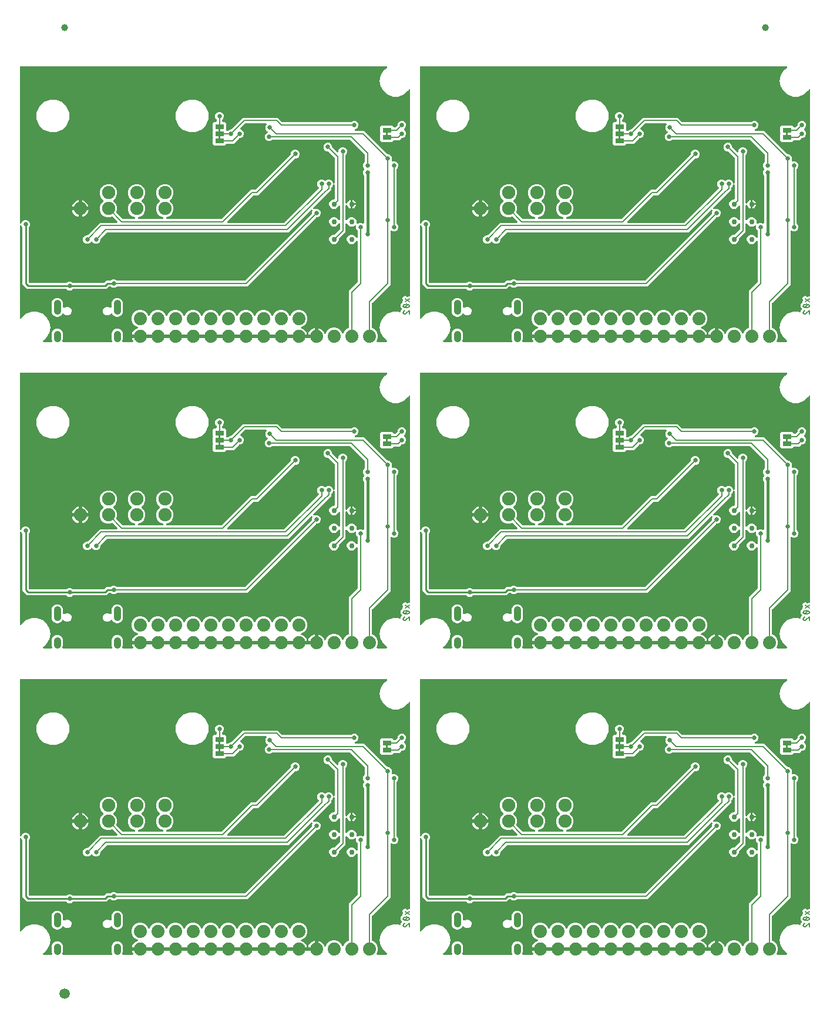
<source format=gbl>
G04 EAGLE Gerber RS-274X export*
G75*
%MOMM*%
%FSLAX34Y34*%
%LPD*%
%INBottom Copper*%
%IPPOS*%
%AMOC8*
5,1,8,0,0,1.08239X$1,22.5*%
G01*
%ADD10C,0.152400*%
%ADD11C,1.905000*%
%ADD12C,1.000000*%
%ADD13R,1.270000X0.660400*%
%ADD14C,1.879600*%
%ADD15C,0.762000*%
%ADD16C,1.000000*%
%ADD17C,1.500000*%
%ADD18C,0.635000*%
%ADD19C,0.203200*%
%ADD20C,0.254000*%
%ADD21C,0.406400*%

G36*
X1109182Y4323D02*
X1109182Y4323D01*
X1109217Y4321D01*
X1109339Y4343D01*
X1109462Y4359D01*
X1109495Y4372D01*
X1109530Y4378D01*
X1109643Y4430D01*
X1109758Y4476D01*
X1109786Y4496D01*
X1109819Y4511D01*
X1109915Y4590D01*
X1110015Y4662D01*
X1110038Y4690D01*
X1110065Y4712D01*
X1110139Y4812D01*
X1110218Y4907D01*
X1110233Y4939D01*
X1110254Y4968D01*
X1110301Y5083D01*
X1110354Y5195D01*
X1110360Y5230D01*
X1110373Y5263D01*
X1110390Y5386D01*
X1110413Y5507D01*
X1110411Y5543D01*
X1110416Y5578D01*
X1110401Y5701D01*
X1110394Y5825D01*
X1110383Y5859D01*
X1110378Y5894D01*
X1110334Y6009D01*
X1110296Y6127D01*
X1110277Y6157D01*
X1110264Y6190D01*
X1110192Y6291D01*
X1110125Y6396D01*
X1110100Y6420D01*
X1110079Y6449D01*
X1109962Y6560D01*
X1105095Y10644D01*
X1101109Y17549D01*
X1099725Y25400D01*
X1101109Y33251D01*
X1105095Y40155D01*
X1111202Y45280D01*
X1118694Y48007D01*
X1126666Y48007D01*
X1128088Y47489D01*
X1128109Y47484D01*
X1128129Y47475D01*
X1128264Y47449D01*
X1128398Y47419D01*
X1128420Y47419D01*
X1128442Y47415D01*
X1128578Y47424D01*
X1128716Y47428D01*
X1128737Y47434D01*
X1128759Y47435D01*
X1128889Y47477D01*
X1129022Y47515D01*
X1129041Y47526D01*
X1129061Y47533D01*
X1129178Y47607D01*
X1129296Y47676D01*
X1129312Y47691D01*
X1129330Y47703D01*
X1129424Y47803D01*
X1129522Y47900D01*
X1129533Y47919D01*
X1129548Y47935D01*
X1129614Y48055D01*
X1129685Y48173D01*
X1129691Y48194D01*
X1129702Y48213D01*
X1129736Y48346D01*
X1129775Y48478D01*
X1129776Y48500D01*
X1129781Y48521D01*
X1129786Y48593D01*
X1129861Y48690D01*
X1129955Y48809D01*
X1129960Y48818D01*
X1129963Y48822D01*
X1129968Y48833D01*
X1130030Y48951D01*
X1130932Y50975D01*
X1130974Y51014D01*
X1131006Y51050D01*
X1131043Y51080D01*
X1131110Y51170D01*
X1131182Y51254D01*
X1131204Y51297D01*
X1131233Y51336D01*
X1131275Y51439D01*
X1131324Y51539D01*
X1131334Y51586D01*
X1131352Y51631D01*
X1131367Y51741D01*
X1131390Y51850D01*
X1131388Y51898D01*
X1131395Y51946D01*
X1131382Y52056D01*
X1131377Y52168D01*
X1131364Y52214D01*
X1131358Y52262D01*
X1131318Y52366D01*
X1131286Y52472D01*
X1131261Y52513D01*
X1131244Y52558D01*
X1131159Y52695D01*
X1129791Y54609D01*
X1129791Y58189D01*
X1131650Y60792D01*
X1131699Y60882D01*
X1131714Y60904D01*
X1131725Y60914D01*
X1131826Y61038D01*
X1131925Y61177D01*
X1131977Y61221D01*
X1132061Y61281D01*
X1132097Y61324D01*
X1132140Y61360D01*
X1132199Y61445D01*
X1132266Y61524D01*
X1132290Y61574D01*
X1132323Y61621D01*
X1132359Y61717D01*
X1132404Y61810D01*
X1132428Y61898D01*
X1132435Y61918D01*
X1132437Y61932D01*
X1132446Y61966D01*
X1132929Y64380D01*
X1132929Y64391D01*
X1132932Y64401D01*
X1132941Y64549D01*
X1132951Y64697D01*
X1132949Y64708D01*
X1132950Y64718D01*
X1132929Y64878D01*
X1132434Y67348D01*
X1134186Y69975D01*
X1137281Y70594D01*
X1138655Y69678D01*
X1138681Y69666D01*
X1138703Y69648D01*
X1138823Y69595D01*
X1138940Y69536D01*
X1138967Y69530D01*
X1138993Y69519D01*
X1139123Y69497D01*
X1139251Y69470D01*
X1139279Y69471D01*
X1139307Y69466D01*
X1139438Y69477D01*
X1139569Y69482D01*
X1139596Y69490D01*
X1139624Y69493D01*
X1139748Y69536D01*
X1139873Y69574D01*
X1139897Y69588D01*
X1139924Y69598D01*
X1140063Y69678D01*
X1141438Y70594D01*
X1142243Y70433D01*
X1142328Y70427D01*
X1142412Y70411D01*
X1142486Y70416D01*
X1142560Y70410D01*
X1142644Y70426D01*
X1142729Y70431D01*
X1142800Y70454D01*
X1142873Y70467D01*
X1142951Y70503D01*
X1143031Y70529D01*
X1143094Y70569D01*
X1143162Y70600D01*
X1143228Y70653D01*
X1143300Y70699D01*
X1143351Y70753D01*
X1143409Y70800D01*
X1143460Y70869D01*
X1143518Y70931D01*
X1143554Y70996D01*
X1143598Y71056D01*
X1143631Y71135D01*
X1143672Y71209D01*
X1143690Y71281D01*
X1143718Y71350D01*
X1143730Y71435D01*
X1143751Y71517D01*
X1143760Y71656D01*
X1143761Y71666D01*
X1143761Y71669D01*
X1143761Y71678D01*
X1143761Y367563D01*
X1143743Y367708D01*
X1143728Y367853D01*
X1143723Y367866D01*
X1143721Y367879D01*
X1143668Y368014D01*
X1143617Y368151D01*
X1143609Y368162D01*
X1143604Y368175D01*
X1143519Y368292D01*
X1143436Y368412D01*
X1143425Y368421D01*
X1143418Y368432D01*
X1143306Y368525D01*
X1143195Y368620D01*
X1143183Y368626D01*
X1143173Y368635D01*
X1143041Y368697D01*
X1142910Y368762D01*
X1142897Y368765D01*
X1142885Y368770D01*
X1142743Y368798D01*
X1142599Y368828D01*
X1142586Y368828D01*
X1142573Y368830D01*
X1142428Y368821D01*
X1142282Y368815D01*
X1142268Y368811D01*
X1142255Y368810D01*
X1142117Y368766D01*
X1141977Y368724D01*
X1141965Y368717D01*
X1141953Y368712D01*
X1141830Y368635D01*
X1141705Y368559D01*
X1141695Y368549D01*
X1141684Y368542D01*
X1141584Y368436D01*
X1141482Y368332D01*
X1141472Y368317D01*
X1141466Y368311D01*
X1141458Y368296D01*
X1141393Y368198D01*
X1140265Y366245D01*
X1134158Y361120D01*
X1126666Y358393D01*
X1118694Y358393D01*
X1111202Y361120D01*
X1105095Y366244D01*
X1101109Y373149D01*
X1099725Y381000D01*
X1101109Y388851D01*
X1105095Y395755D01*
X1109962Y399840D01*
X1109986Y399866D01*
X1110015Y399886D01*
X1110094Y399982D01*
X1110179Y400073D01*
X1110195Y400104D01*
X1110218Y400131D01*
X1110271Y400244D01*
X1110330Y400353D01*
X1110338Y400387D01*
X1110354Y400419D01*
X1110377Y400541D01*
X1110407Y400661D01*
X1110407Y400697D01*
X1110413Y400732D01*
X1110406Y400855D01*
X1110405Y400979D01*
X1110396Y401014D01*
X1110394Y401049D01*
X1110355Y401167D01*
X1110324Y401287D01*
X1110306Y401318D01*
X1110296Y401351D01*
X1110229Y401456D01*
X1110169Y401565D01*
X1110144Y401590D01*
X1110125Y401620D01*
X1110035Y401705D01*
X1109950Y401795D01*
X1109920Y401814D01*
X1109894Y401838D01*
X1109785Y401898D01*
X1109680Y401964D01*
X1109646Y401975D01*
X1109615Y401992D01*
X1109495Y402023D01*
X1109377Y402060D01*
X1109342Y402062D01*
X1109307Y402071D01*
X1109147Y402081D01*
X582168Y402081D01*
X582050Y402066D01*
X581931Y402059D01*
X581893Y402046D01*
X581852Y402041D01*
X581742Y401998D01*
X581629Y401961D01*
X581594Y401939D01*
X581557Y401924D01*
X581461Y401855D01*
X581360Y401791D01*
X581332Y401761D01*
X581299Y401738D01*
X581223Y401646D01*
X581142Y401559D01*
X581122Y401524D01*
X581097Y401493D01*
X581046Y401385D01*
X580988Y401281D01*
X580978Y401241D01*
X580961Y401205D01*
X580939Y401088D01*
X580909Y400973D01*
X580905Y400913D01*
X580901Y400893D01*
X580903Y400872D01*
X580899Y400812D01*
X580899Y176400D01*
X580907Y176331D01*
X580906Y176261D01*
X580927Y176174D01*
X580939Y176085D01*
X580964Y176020D01*
X580981Y175952D01*
X581023Y175872D01*
X581056Y175789D01*
X581097Y175733D01*
X581129Y175671D01*
X581190Y175604D01*
X581242Y175532D01*
X581296Y175487D01*
X581343Y175435D01*
X581418Y175386D01*
X581487Y175329D01*
X581551Y175299D01*
X581609Y175261D01*
X581694Y175231D01*
X581775Y175193D01*
X581844Y175180D01*
X581910Y175157D01*
X581999Y175150D01*
X582087Y175133D01*
X582157Y175138D01*
X582227Y175132D01*
X582315Y175148D01*
X582405Y175153D01*
X582471Y175175D01*
X582540Y175187D01*
X582622Y175224D01*
X582707Y175251D01*
X582766Y175289D01*
X582830Y175317D01*
X582900Y175373D01*
X582976Y175421D01*
X583024Y175472D01*
X583078Y175516D01*
X583133Y175588D01*
X583194Y175653D01*
X583228Y175714D01*
X583270Y175770D01*
X583341Y175914D01*
X584004Y177515D01*
X585755Y179266D01*
X588042Y180214D01*
X590518Y180214D01*
X592805Y179266D01*
X594556Y177515D01*
X595504Y175228D01*
X595504Y172752D01*
X594556Y170465D01*
X593970Y169879D01*
X593910Y169801D01*
X593842Y169728D01*
X593813Y169675D01*
X593776Y169628D01*
X593736Y169537D01*
X593688Y169450D01*
X593673Y169391D01*
X593649Y169336D01*
X593634Y169238D01*
X593609Y169142D01*
X593603Y169042D01*
X593599Y169022D01*
X593601Y169009D01*
X593599Y168981D01*
X593599Y91215D01*
X593611Y91116D01*
X593614Y91017D01*
X593631Y90959D01*
X593639Y90899D01*
X593675Y90807D01*
X593703Y90712D01*
X593733Y90660D01*
X593756Y90603D01*
X593814Y90523D01*
X593864Y90438D01*
X593930Y90363D01*
X593942Y90346D01*
X593952Y90338D01*
X593970Y90317D01*
X594507Y89780D01*
X594585Y89720D01*
X594658Y89652D01*
X594711Y89623D01*
X594758Y89586D01*
X594849Y89546D01*
X594936Y89498D01*
X594995Y89483D01*
X595050Y89459D01*
X595148Y89444D01*
X595244Y89419D01*
X595344Y89413D01*
X595364Y89409D01*
X595377Y89411D01*
X595405Y89409D01*
X647771Y89409D01*
X647869Y89421D01*
X647969Y89424D01*
X648027Y89441D01*
X648087Y89449D01*
X648179Y89485D01*
X648274Y89513D01*
X648326Y89543D01*
X648383Y89566D01*
X648463Y89624D01*
X648548Y89674D01*
X648623Y89740D01*
X648640Y89752D01*
X648648Y89762D01*
X648669Y89780D01*
X649255Y90366D01*
X651542Y91314D01*
X654018Y91314D01*
X656305Y90366D01*
X656891Y89780D01*
X656969Y89720D01*
X657042Y89652D01*
X657095Y89623D01*
X657142Y89586D01*
X657233Y89546D01*
X657320Y89498D01*
X657379Y89483D01*
X657434Y89459D01*
X657532Y89444D01*
X657628Y89419D01*
X657728Y89413D01*
X657748Y89409D01*
X657761Y89411D01*
X657789Y89409D01*
X701265Y89409D01*
X701364Y89421D01*
X701463Y89424D01*
X701521Y89441D01*
X701581Y89449D01*
X701673Y89485D01*
X701768Y89513D01*
X701820Y89543D01*
X701877Y89566D01*
X701957Y89624D01*
X702042Y89674D01*
X702117Y89740D01*
X702134Y89752D01*
X702142Y89762D01*
X702163Y89780D01*
X705601Y93219D01*
X711271Y93219D01*
X711369Y93231D01*
X711469Y93234D01*
X711527Y93251D01*
X711587Y93259D01*
X711679Y93295D01*
X711774Y93323D01*
X711826Y93353D01*
X711883Y93376D01*
X711963Y93434D01*
X712048Y93484D01*
X712123Y93550D01*
X712140Y93562D01*
X712148Y93572D01*
X712169Y93590D01*
X712755Y94176D01*
X715042Y95124D01*
X717518Y95124D01*
X719805Y94176D01*
X720645Y93336D01*
X720723Y93276D01*
X720796Y93208D01*
X720849Y93179D01*
X720896Y93142D01*
X720987Y93102D01*
X721074Y93054D01*
X721133Y93039D01*
X721188Y93015D01*
X721286Y93000D01*
X721382Y92975D01*
X721482Y92969D01*
X721502Y92965D01*
X721515Y92967D01*
X721543Y92965D01*
X904571Y92965D01*
X904669Y92977D01*
X904768Y92980D01*
X904826Y92997D01*
X904886Y93005D01*
X904978Y93041D01*
X905073Y93069D01*
X905125Y93099D01*
X905182Y93122D01*
X905262Y93180D01*
X905347Y93230D01*
X905423Y93296D01*
X905439Y93308D01*
X905447Y93318D01*
X905468Y93336D01*
X1001785Y189653D01*
X1001845Y189731D01*
X1001913Y189803D01*
X1001942Y189856D01*
X1001979Y189904D01*
X1002019Y189995D01*
X1002067Y190082D01*
X1002082Y190140D01*
X1002106Y190196D01*
X1002121Y190294D01*
X1002146Y190390D01*
X1002152Y190490D01*
X1002156Y190510D01*
X1002154Y190522D01*
X1002156Y190550D01*
X1002156Y191738D01*
X1002877Y193477D01*
X1002895Y193544D01*
X1002923Y193609D01*
X1002937Y193697D01*
X1002961Y193784D01*
X1002962Y193854D01*
X1002973Y193923D01*
X1002964Y194012D01*
X1002966Y194102D01*
X1002949Y194170D01*
X1002943Y194239D01*
X1002912Y194324D01*
X1002892Y194411D01*
X1002859Y194473D01*
X1002835Y194539D01*
X1002785Y194613D01*
X1002743Y194692D01*
X1002696Y194744D01*
X1002657Y194802D01*
X1002589Y194861D01*
X1002529Y194928D01*
X1002471Y194966D01*
X1002418Y195012D01*
X1002338Y195053D01*
X1002263Y195102D01*
X1002197Y195125D01*
X1002135Y195157D01*
X1002047Y195176D01*
X1001962Y195206D01*
X1001893Y195211D01*
X1001825Y195226D01*
X1001735Y195224D01*
X1001645Y195231D01*
X1001577Y195219D01*
X1001507Y195217D01*
X1001421Y195192D01*
X1001332Y195176D01*
X1001268Y195148D01*
X1001201Y195128D01*
X1001124Y195083D01*
X1001042Y195046D01*
X1000988Y195002D01*
X1000927Y194967D01*
X1000807Y194860D01*
X971004Y165058D01*
X968251Y162305D01*
X707059Y162305D01*
X706961Y162293D01*
X706862Y162290D01*
X706804Y162273D01*
X706744Y162265D01*
X706652Y162229D01*
X706557Y162201D01*
X706505Y162171D01*
X706448Y162148D01*
X706368Y162090D01*
X706283Y162040D01*
X706207Y161974D01*
X706191Y161962D01*
X706183Y161952D01*
X706162Y161934D01*
X697475Y153247D01*
X697415Y153169D01*
X697347Y153097D01*
X697318Y153044D01*
X697281Y152996D01*
X697241Y152905D01*
X697193Y152818D01*
X697178Y152760D01*
X697154Y152704D01*
X697139Y152606D01*
X697114Y152510D01*
X697108Y152410D01*
X697104Y152390D01*
X697106Y152378D01*
X697104Y152350D01*
X697104Y151162D01*
X696156Y148875D01*
X694405Y147124D01*
X692118Y146176D01*
X689642Y146176D01*
X687355Y147124D01*
X685427Y149051D01*
X685333Y149124D01*
X685244Y149203D01*
X685208Y149221D01*
X685176Y149246D01*
X685067Y149293D01*
X684961Y149347D01*
X684922Y149356D01*
X684884Y149372D01*
X684767Y149391D01*
X684651Y149417D01*
X684610Y149416D01*
X684570Y149422D01*
X684452Y149411D01*
X684333Y149407D01*
X684294Y149396D01*
X684254Y149392D01*
X684142Y149352D01*
X684027Y149319D01*
X683992Y149298D01*
X683954Y149285D01*
X683856Y149218D01*
X683753Y149157D01*
X683708Y149117D01*
X683691Y149106D01*
X683678Y149091D01*
X683632Y149051D01*
X681705Y147124D01*
X679418Y146176D01*
X676942Y146176D01*
X674655Y147124D01*
X672904Y148875D01*
X671956Y151162D01*
X671956Y153638D01*
X672904Y155925D01*
X674655Y157676D01*
X676942Y158624D01*
X678130Y158624D01*
X678228Y158636D01*
X678327Y158639D01*
X678385Y158656D01*
X678445Y158664D01*
X678537Y158700D01*
X678632Y158728D01*
X678684Y158758D01*
X678741Y158781D01*
X678821Y158839D01*
X678906Y158889D01*
X678982Y158955D01*
X678998Y158967D01*
X679006Y158977D01*
X679027Y158995D01*
X696308Y176277D01*
X720421Y176277D01*
X720558Y176294D01*
X720697Y176307D01*
X720716Y176314D01*
X720736Y176317D01*
X720865Y176368D01*
X720996Y176415D01*
X721013Y176426D01*
X721032Y176434D01*
X721144Y176515D01*
X721259Y176593D01*
X721273Y176609D01*
X721289Y176620D01*
X721378Y176728D01*
X721470Y176832D01*
X721479Y176850D01*
X721492Y176865D01*
X721551Y176991D01*
X721614Y177115D01*
X721619Y177135D01*
X721628Y177153D01*
X721654Y177289D01*
X721684Y177425D01*
X721684Y177446D01*
X721687Y177465D01*
X721679Y177604D01*
X721674Y177743D01*
X721669Y177763D01*
X721668Y177783D01*
X721625Y177915D01*
X721586Y178049D01*
X721576Y178066D01*
X721570Y178085D01*
X721495Y178203D01*
X721425Y178323D01*
X721406Y178344D01*
X721399Y178354D01*
X721385Y178368D01*
X721318Y178443D01*
X714818Y184943D01*
X714795Y184961D01*
X714776Y184984D01*
X714670Y185058D01*
X714567Y185138D01*
X714540Y185150D01*
X714516Y185167D01*
X714395Y185213D01*
X714275Y185264D01*
X714246Y185269D01*
X714219Y185280D01*
X714090Y185294D01*
X713961Y185314D01*
X713932Y185311D01*
X713903Y185315D01*
X713774Y185297D01*
X713645Y185284D01*
X713617Y185274D01*
X713588Y185270D01*
X713435Y185218D01*
X711161Y184276D01*
X706159Y184276D01*
X701538Y186190D01*
X698000Y189728D01*
X696086Y194349D01*
X696086Y199351D01*
X698000Y203972D01*
X701411Y207382D01*
X701484Y207477D01*
X701562Y207566D01*
X701581Y207602D01*
X701606Y207634D01*
X701653Y207743D01*
X701707Y207849D01*
X701716Y207888D01*
X701732Y207926D01*
X701751Y208043D01*
X701777Y208159D01*
X701775Y208200D01*
X701782Y208240D01*
X701771Y208358D01*
X701767Y208477D01*
X701756Y208516D01*
X701752Y208556D01*
X701712Y208669D01*
X701679Y208783D01*
X701658Y208817D01*
X701644Y208856D01*
X701577Y208954D01*
X701517Y209057D01*
X701477Y209102D01*
X701466Y209119D01*
X701450Y209132D01*
X701411Y209177D01*
X698000Y212588D01*
X696086Y217209D01*
X696086Y222211D01*
X698000Y226832D01*
X701538Y230370D01*
X706159Y232284D01*
X711161Y232284D01*
X715782Y230370D01*
X719320Y226832D01*
X721234Y222211D01*
X721234Y217209D01*
X719320Y212588D01*
X715909Y209177D01*
X715836Y209083D01*
X715758Y208994D01*
X715739Y208958D01*
X715714Y208926D01*
X715667Y208817D01*
X715613Y208711D01*
X715604Y208672D01*
X715588Y208634D01*
X715569Y208517D01*
X715543Y208401D01*
X715545Y208360D01*
X715538Y208320D01*
X715549Y208202D01*
X715553Y208083D01*
X715564Y208044D01*
X715568Y208004D01*
X715608Y207891D01*
X715641Y207777D01*
X715662Y207742D01*
X715676Y207704D01*
X715743Y207606D01*
X715803Y207503D01*
X715843Y207458D01*
X715854Y207441D01*
X715870Y207428D01*
X715909Y207382D01*
X719320Y203972D01*
X721234Y199351D01*
X721234Y194349D01*
X720292Y192075D01*
X720284Y192046D01*
X720271Y192020D01*
X720242Y191893D01*
X720208Y191768D01*
X720207Y191738D01*
X720201Y191710D01*
X720205Y191580D01*
X720203Y191450D01*
X720210Y191421D01*
X720211Y191392D01*
X720247Y191267D01*
X720277Y191141D01*
X720291Y191115D01*
X720299Y191086D01*
X720365Y190975D01*
X720426Y190860D01*
X720446Y190838D01*
X720460Y190812D01*
X720567Y190692D01*
X729022Y182236D01*
X729100Y182176D01*
X729172Y182108D01*
X729225Y182079D01*
X729273Y182042D01*
X729364Y182002D01*
X729451Y181954D01*
X729509Y181939D01*
X729565Y181915D01*
X729663Y181900D01*
X729759Y181875D01*
X729859Y181869D01*
X729879Y181865D01*
X729891Y181867D01*
X729919Y181865D01*
X746240Y181865D01*
X746309Y181873D01*
X746379Y181872D01*
X746466Y181893D01*
X746556Y181905D01*
X746620Y181930D01*
X746688Y181947D01*
X746768Y181989D01*
X746851Y182022D01*
X746908Y182063D01*
X746969Y182095D01*
X747036Y182156D01*
X747109Y182208D01*
X747153Y182262D01*
X747205Y182309D01*
X747254Y182384D01*
X747311Y182453D01*
X747341Y182517D01*
X747379Y182575D01*
X747409Y182660D01*
X747447Y182741D01*
X747460Y182810D01*
X747483Y182876D01*
X747490Y182965D01*
X747507Y183053D01*
X747502Y183123D01*
X747508Y183193D01*
X747492Y183281D01*
X747487Y183371D01*
X747465Y183437D01*
X747453Y183506D01*
X747417Y183588D01*
X747389Y183673D01*
X747352Y183732D01*
X747323Y183796D01*
X747267Y183866D01*
X747219Y183942D01*
X747168Y183990D01*
X747124Y184044D01*
X747053Y184099D01*
X746987Y184160D01*
X746926Y184194D01*
X746870Y184236D01*
X746726Y184307D01*
X742178Y186190D01*
X738640Y189728D01*
X736726Y194349D01*
X736726Y199351D01*
X738640Y203972D01*
X742051Y207382D01*
X742124Y207477D01*
X742202Y207566D01*
X742221Y207602D01*
X742246Y207634D01*
X742293Y207743D01*
X742347Y207849D01*
X742356Y207888D01*
X742372Y207926D01*
X742391Y208043D01*
X742417Y208159D01*
X742415Y208200D01*
X742422Y208240D01*
X742411Y208358D01*
X742407Y208477D01*
X742396Y208516D01*
X742392Y208556D01*
X742352Y208669D01*
X742319Y208783D01*
X742298Y208817D01*
X742284Y208856D01*
X742217Y208954D01*
X742157Y209057D01*
X742117Y209102D01*
X742106Y209119D01*
X742090Y209132D01*
X742051Y209177D01*
X738640Y212588D01*
X736726Y217209D01*
X736726Y222211D01*
X738640Y226832D01*
X742178Y230370D01*
X746799Y232284D01*
X751801Y232284D01*
X756422Y230370D01*
X759960Y226832D01*
X761874Y222211D01*
X761874Y217209D01*
X759960Y212588D01*
X756549Y209177D01*
X756476Y209083D01*
X756398Y208994D01*
X756379Y208958D01*
X756354Y208926D01*
X756307Y208817D01*
X756253Y208711D01*
X756244Y208672D01*
X756228Y208634D01*
X756209Y208517D01*
X756183Y208401D01*
X756185Y208360D01*
X756178Y208320D01*
X756189Y208202D01*
X756193Y208083D01*
X756204Y208044D01*
X756208Y208004D01*
X756248Y207891D01*
X756281Y207777D01*
X756302Y207742D01*
X756316Y207704D01*
X756383Y207606D01*
X756443Y207503D01*
X756483Y207458D01*
X756494Y207441D01*
X756510Y207428D01*
X756549Y207382D01*
X759960Y203972D01*
X761874Y199351D01*
X761874Y194349D01*
X759960Y189728D01*
X756422Y186190D01*
X751874Y184307D01*
X751814Y184272D01*
X751749Y184246D01*
X751676Y184194D01*
X751598Y184149D01*
X751548Y184101D01*
X751491Y184060D01*
X751434Y183990D01*
X751370Y183928D01*
X751333Y183868D01*
X751289Y183815D01*
X751250Y183733D01*
X751203Y183657D01*
X751183Y183590D01*
X751153Y183527D01*
X751136Y183439D01*
X751110Y183353D01*
X751106Y183283D01*
X751093Y183214D01*
X751099Y183125D01*
X751095Y183035D01*
X751109Y182967D01*
X751113Y182897D01*
X751141Y182812D01*
X751159Y182724D01*
X751190Y182661D01*
X751211Y182595D01*
X751259Y182519D01*
X751299Y182438D01*
X751344Y182385D01*
X751381Y182326D01*
X751447Y182264D01*
X751505Y182196D01*
X751562Y182156D01*
X751613Y182108D01*
X751691Y182065D01*
X751765Y182013D01*
X751830Y181988D01*
X751891Y181954D01*
X751978Y181932D01*
X752062Y181900D01*
X752132Y181892D01*
X752199Y181875D01*
X752360Y181865D01*
X786880Y181865D01*
X786949Y181873D01*
X787019Y181872D01*
X787106Y181893D01*
X787196Y181905D01*
X787260Y181930D01*
X787328Y181947D01*
X787408Y181989D01*
X787491Y182022D01*
X787548Y182063D01*
X787609Y182095D01*
X787676Y182156D01*
X787749Y182208D01*
X787793Y182262D01*
X787845Y182309D01*
X787894Y182384D01*
X787951Y182453D01*
X787981Y182517D01*
X788019Y182575D01*
X788049Y182660D01*
X788087Y182741D01*
X788100Y182810D01*
X788123Y182876D01*
X788130Y182965D01*
X788147Y183053D01*
X788142Y183123D01*
X788148Y183193D01*
X788132Y183281D01*
X788127Y183371D01*
X788105Y183437D01*
X788093Y183506D01*
X788057Y183588D01*
X788029Y183673D01*
X787992Y183732D01*
X787963Y183796D01*
X787907Y183866D01*
X787859Y183942D01*
X787808Y183990D01*
X787764Y184044D01*
X787693Y184099D01*
X787627Y184160D01*
X787566Y184194D01*
X787510Y184236D01*
X787366Y184307D01*
X782818Y186190D01*
X779280Y189728D01*
X777366Y194349D01*
X777366Y199351D01*
X779280Y203972D01*
X782691Y207382D01*
X782764Y207477D01*
X782842Y207566D01*
X782861Y207602D01*
X782886Y207634D01*
X782933Y207743D01*
X782987Y207849D01*
X782996Y207888D01*
X783012Y207926D01*
X783031Y208043D01*
X783057Y208159D01*
X783055Y208200D01*
X783062Y208240D01*
X783051Y208358D01*
X783047Y208477D01*
X783036Y208516D01*
X783032Y208556D01*
X782992Y208669D01*
X782959Y208783D01*
X782938Y208817D01*
X782924Y208856D01*
X782857Y208954D01*
X782797Y209057D01*
X782757Y209102D01*
X782746Y209119D01*
X782730Y209132D01*
X782691Y209177D01*
X779280Y212588D01*
X777366Y217209D01*
X777366Y222211D01*
X779280Y226832D01*
X782818Y230370D01*
X787439Y232284D01*
X792441Y232284D01*
X797062Y230370D01*
X800600Y226832D01*
X802514Y222211D01*
X802514Y217209D01*
X800600Y212588D01*
X797189Y209177D01*
X797116Y209083D01*
X797038Y208994D01*
X797019Y208958D01*
X796994Y208926D01*
X796947Y208817D01*
X796893Y208711D01*
X796884Y208672D01*
X796868Y208634D01*
X796849Y208517D01*
X796823Y208401D01*
X796825Y208360D01*
X796818Y208320D01*
X796829Y208202D01*
X796833Y208083D01*
X796844Y208044D01*
X796848Y208004D01*
X796888Y207891D01*
X796921Y207777D01*
X796942Y207742D01*
X796956Y207704D01*
X797023Y207606D01*
X797083Y207503D01*
X797123Y207458D01*
X797134Y207441D01*
X797150Y207428D01*
X797189Y207382D01*
X800600Y203972D01*
X802514Y199351D01*
X802514Y194349D01*
X800600Y189728D01*
X797062Y186190D01*
X792514Y184307D01*
X792454Y184272D01*
X792389Y184246D01*
X792316Y184194D01*
X792238Y184149D01*
X792188Y184101D01*
X792131Y184060D01*
X792074Y183990D01*
X792010Y183928D01*
X791973Y183868D01*
X791929Y183815D01*
X791890Y183733D01*
X791843Y183657D01*
X791823Y183590D01*
X791793Y183527D01*
X791776Y183439D01*
X791750Y183353D01*
X791746Y183283D01*
X791733Y183214D01*
X791739Y183125D01*
X791735Y183035D01*
X791749Y182967D01*
X791753Y182897D01*
X791781Y182812D01*
X791799Y182724D01*
X791830Y182661D01*
X791851Y182595D01*
X791899Y182519D01*
X791939Y182438D01*
X791984Y182385D01*
X792021Y182326D01*
X792087Y182264D01*
X792145Y182196D01*
X792202Y182156D01*
X792253Y182108D01*
X792331Y182065D01*
X792405Y182013D01*
X792470Y181988D01*
X792531Y181954D01*
X792618Y181932D01*
X792702Y181900D01*
X792772Y181892D01*
X792839Y181875D01*
X793000Y181865D01*
X871448Y181865D01*
X871546Y181877D01*
X871645Y181880D01*
X871703Y181897D01*
X871763Y181905D01*
X871855Y181941D01*
X871950Y181969D01*
X872002Y181999D01*
X872059Y182022D01*
X872139Y182080D01*
X872224Y182130D01*
X872300Y182196D01*
X872316Y182208D01*
X872324Y182218D01*
X872345Y182236D01*
X914264Y224156D01*
X920192Y224156D01*
X920290Y224168D01*
X920389Y224171D01*
X920447Y224188D01*
X920507Y224196D01*
X920599Y224232D01*
X920694Y224260D01*
X920747Y224290D01*
X920803Y224313D01*
X920883Y224371D01*
X920968Y224421D01*
X921044Y224487D01*
X921060Y224499D01*
X921068Y224509D01*
X921089Y224527D01*
X971305Y274743D01*
X971365Y274821D01*
X971433Y274893D01*
X971462Y274946D01*
X971499Y274994D01*
X971539Y275085D01*
X971587Y275172D01*
X971602Y275230D01*
X971626Y275286D01*
X971641Y275384D01*
X971666Y275480D01*
X971672Y275580D01*
X971676Y275600D01*
X971674Y275612D01*
X971676Y275640D01*
X971676Y276828D01*
X972624Y279115D01*
X974375Y280866D01*
X976662Y281814D01*
X979138Y281814D01*
X981425Y280866D01*
X983176Y279115D01*
X984124Y276828D01*
X984124Y274352D01*
X983176Y272065D01*
X981425Y270314D01*
X979138Y269366D01*
X977950Y269366D01*
X977852Y269354D01*
X977753Y269351D01*
X977695Y269334D01*
X977635Y269326D01*
X977543Y269290D01*
X977448Y269262D01*
X977395Y269232D01*
X977339Y269209D01*
X977259Y269151D01*
X977174Y269101D01*
X977098Y269035D01*
X977082Y269023D01*
X977074Y269013D01*
X977053Y268995D01*
X926837Y218779D01*
X924085Y216026D01*
X918157Y216026D01*
X918059Y216014D01*
X917960Y216011D01*
X917902Y215994D01*
X917842Y215986D01*
X917750Y215950D01*
X917655Y215922D01*
X917602Y215892D01*
X917546Y215869D01*
X917466Y215811D01*
X917381Y215761D01*
X917305Y215695D01*
X917289Y215683D01*
X917281Y215673D01*
X917260Y215655D01*
X880049Y178443D01*
X879964Y178334D01*
X879875Y178227D01*
X879866Y178208D01*
X879854Y178192D01*
X879798Y178064D01*
X879739Y177939D01*
X879736Y177919D01*
X879728Y177900D01*
X879706Y177762D01*
X879680Y177626D01*
X879681Y177606D01*
X879678Y177586D01*
X879691Y177447D01*
X879699Y177309D01*
X879706Y177290D01*
X879707Y177270D01*
X879755Y177138D01*
X879797Y177007D01*
X879808Y176989D01*
X879815Y176970D01*
X879893Y176855D01*
X879968Y176738D01*
X879982Y176724D01*
X879994Y176707D01*
X880098Y176615D01*
X880199Y176520D01*
X880217Y176510D01*
X880232Y176497D01*
X880356Y176433D01*
X880478Y176366D01*
X880497Y176361D01*
X880515Y176352D01*
X880651Y176322D01*
X880786Y176287D01*
X880814Y176285D01*
X880826Y176282D01*
X880846Y176283D01*
X880946Y176277D01*
X961721Y176277D01*
X961819Y176289D01*
X961918Y176292D01*
X961976Y176309D01*
X962036Y176317D01*
X962128Y176353D01*
X962223Y176381D01*
X962276Y176411D01*
X962332Y176434D01*
X962412Y176492D01*
X962497Y176542D01*
X962573Y176608D01*
X962589Y176620D01*
X962597Y176630D01*
X962618Y176648D01*
X1011564Y225594D01*
X1011624Y225672D01*
X1011692Y225744D01*
X1011721Y225797D01*
X1011758Y225845D01*
X1011798Y225936D01*
X1011846Y226023D01*
X1011861Y226081D01*
X1011885Y226137D01*
X1011900Y226235D01*
X1011925Y226331D01*
X1011931Y226431D01*
X1011935Y226451D01*
X1011933Y226463D01*
X1011935Y226491D01*
X1011935Y227147D01*
X1011923Y227245D01*
X1011920Y227345D01*
X1011903Y227403D01*
X1011895Y227463D01*
X1011859Y227555D01*
X1011831Y227650D01*
X1011801Y227702D01*
X1011778Y227759D01*
X1011720Y227839D01*
X1011670Y227924D01*
X1011604Y227999D01*
X1011592Y228016D01*
X1011582Y228024D01*
X1011564Y228045D01*
X1010724Y228885D01*
X1009776Y231172D01*
X1009776Y233648D01*
X1010724Y235935D01*
X1012475Y237686D01*
X1014762Y238634D01*
X1017238Y238634D01*
X1019525Y237686D01*
X1020182Y237029D01*
X1020276Y236956D01*
X1020366Y236877D01*
X1020402Y236859D01*
X1020434Y236834D01*
X1020543Y236787D01*
X1020649Y236733D01*
X1020688Y236724D01*
X1020726Y236708D01*
X1020843Y236689D01*
X1020959Y236663D01*
X1021000Y236664D01*
X1021040Y236658D01*
X1021158Y236669D01*
X1021277Y236673D01*
X1021316Y236684D01*
X1021356Y236688D01*
X1021468Y236728D01*
X1021583Y236761D01*
X1021618Y236782D01*
X1021656Y236795D01*
X1021754Y236862D01*
X1021857Y236923D01*
X1021902Y236963D01*
X1021919Y236974D01*
X1021932Y236989D01*
X1021977Y237029D01*
X1022635Y237686D01*
X1024922Y238634D01*
X1027398Y238634D01*
X1029685Y237686D01*
X1031436Y235935D01*
X1032353Y233721D01*
X1032388Y233661D01*
X1032414Y233596D01*
X1032466Y233523D01*
X1032511Y233445D01*
X1032559Y233395D01*
X1032600Y233338D01*
X1032670Y233281D01*
X1032732Y233217D01*
X1032792Y233180D01*
X1032845Y233136D01*
X1032927Y233097D01*
X1033003Y233050D01*
X1033070Y233030D01*
X1033133Y233000D01*
X1033221Y232983D01*
X1033307Y232957D01*
X1033377Y232953D01*
X1033446Y232940D01*
X1033535Y232946D01*
X1033625Y232942D01*
X1033693Y232956D01*
X1033763Y232960D01*
X1033848Y232988D01*
X1033936Y233006D01*
X1033999Y233037D01*
X1034065Y233058D01*
X1034141Y233106D01*
X1034222Y233146D01*
X1034275Y233191D01*
X1034334Y233228D01*
X1034396Y233294D01*
X1034464Y233352D01*
X1034504Y233409D01*
X1034552Y233460D01*
X1034595Y233538D01*
X1034647Y233612D01*
X1034672Y233677D01*
X1034706Y233738D01*
X1034728Y233825D01*
X1034760Y233909D01*
X1034768Y233979D01*
X1034785Y234046D01*
X1034795Y234207D01*
X1034795Y269571D01*
X1034783Y269669D01*
X1034780Y269768D01*
X1034763Y269826D01*
X1034755Y269886D01*
X1034719Y269978D01*
X1034691Y270073D01*
X1034661Y270125D01*
X1034638Y270182D01*
X1034580Y270262D01*
X1034530Y270347D01*
X1034464Y270423D01*
X1034452Y270439D01*
X1034442Y270447D01*
X1034424Y270468D01*
X1025737Y279155D01*
X1025659Y279215D01*
X1025587Y279283D01*
X1025534Y279312D01*
X1025486Y279349D01*
X1025395Y279389D01*
X1025308Y279437D01*
X1025250Y279452D01*
X1025194Y279476D01*
X1025096Y279491D01*
X1025000Y279516D01*
X1024900Y279522D01*
X1024880Y279526D01*
X1024868Y279524D01*
X1024840Y279526D01*
X1023652Y279526D01*
X1021365Y280474D01*
X1019614Y282225D01*
X1018666Y284512D01*
X1018666Y286988D01*
X1019614Y289275D01*
X1021365Y291026D01*
X1023652Y291974D01*
X1026128Y291974D01*
X1028415Y291026D01*
X1030166Y289275D01*
X1031114Y286988D01*
X1031114Y285800D01*
X1031126Y285702D01*
X1031129Y285603D01*
X1031146Y285545D01*
X1031154Y285485D01*
X1031190Y285393D01*
X1031218Y285298D01*
X1031248Y285246D01*
X1031271Y285189D01*
X1031329Y285109D01*
X1031379Y285024D01*
X1031445Y284948D01*
X1031457Y284932D01*
X1031467Y284924D01*
X1031485Y284903D01*
X1038090Y278299D01*
X1038199Y278214D01*
X1038306Y278125D01*
X1038325Y278116D01*
X1038341Y278104D01*
X1038469Y278048D01*
X1038594Y277989D01*
X1038614Y277986D01*
X1038633Y277978D01*
X1038771Y277956D01*
X1038907Y277930D01*
X1038927Y277931D01*
X1038947Y277928D01*
X1039086Y277941D01*
X1039224Y277949D01*
X1039243Y277956D01*
X1039263Y277958D01*
X1039395Y278005D01*
X1039526Y278047D01*
X1039544Y278058D01*
X1039563Y278065D01*
X1039678Y278143D01*
X1039795Y278218D01*
X1039809Y278232D01*
X1039826Y278244D01*
X1039918Y278348D01*
X1040013Y278449D01*
X1040023Y278467D01*
X1040036Y278482D01*
X1040100Y278606D01*
X1040167Y278728D01*
X1040172Y278747D01*
X1040181Y278765D01*
X1040211Y278901D01*
X1040246Y279036D01*
X1040248Y279064D01*
X1040251Y279076D01*
X1040250Y279096D01*
X1040256Y279196D01*
X1040256Y280638D01*
X1041204Y282925D01*
X1042955Y284676D01*
X1045242Y285624D01*
X1047718Y285624D01*
X1050005Y284676D01*
X1051756Y282925D01*
X1052704Y280638D01*
X1052704Y278162D01*
X1051756Y275875D01*
X1050916Y275035D01*
X1050856Y274957D01*
X1050788Y274884D01*
X1050759Y274831D01*
X1050722Y274784D01*
X1050682Y274693D01*
X1050634Y274606D01*
X1050619Y274547D01*
X1050595Y274492D01*
X1050580Y274394D01*
X1050555Y274298D01*
X1050549Y274198D01*
X1050545Y274178D01*
X1050547Y274165D01*
X1050545Y274137D01*
X1050545Y205227D01*
X1050549Y205192D01*
X1050547Y205157D01*
X1050569Y205035D01*
X1050585Y204912D01*
X1050597Y204879D01*
X1050604Y204845D01*
X1050656Y204731D01*
X1050702Y204616D01*
X1050722Y204588D01*
X1050737Y204556D01*
X1050815Y204459D01*
X1050888Y204359D01*
X1050915Y204336D01*
X1050938Y204309D01*
X1051038Y204235D01*
X1051133Y204156D01*
X1051165Y204141D01*
X1051193Y204120D01*
X1051309Y204073D01*
X1051421Y204020D01*
X1051455Y204014D01*
X1051488Y204000D01*
X1051612Y203984D01*
X1051733Y203960D01*
X1051768Y203963D01*
X1051803Y203958D01*
X1051927Y203972D01*
X1052051Y203980D01*
X1052084Y203991D01*
X1052119Y203995D01*
X1052235Y204040D01*
X1052353Y204078D01*
X1052383Y204097D01*
X1052416Y204110D01*
X1052517Y204182D01*
X1052622Y204248D01*
X1052646Y204274D01*
X1052675Y204294D01*
X1052755Y204389D01*
X1052840Y204480D01*
X1052857Y204511D01*
X1052880Y204538D01*
X1052934Y204650D01*
X1052994Y204759D01*
X1053002Y204792D01*
X1053018Y204824D01*
X1053059Y204980D01*
X1053073Y205052D01*
X1053552Y206208D01*
X1054247Y207248D01*
X1055132Y208133D01*
X1056172Y208828D01*
X1057327Y209307D01*
X1057911Y209423D01*
X1057911Y203200D01*
X1057911Y196977D01*
X1057327Y197093D01*
X1056172Y197572D01*
X1055132Y198267D01*
X1054247Y199152D01*
X1053552Y200192D01*
X1053073Y201348D01*
X1053059Y201420D01*
X1053048Y201454D01*
X1053043Y201488D01*
X1052998Y201604D01*
X1052958Y201722D01*
X1052939Y201752D01*
X1052926Y201784D01*
X1052853Y201885D01*
X1052786Y201989D01*
X1052760Y202013D01*
X1052740Y202041D01*
X1052644Y202121D01*
X1052552Y202205D01*
X1052522Y202222D01*
X1052495Y202244D01*
X1052382Y202297D01*
X1052273Y202356D01*
X1052238Y202365D01*
X1052207Y202380D01*
X1052085Y202403D01*
X1051964Y202433D01*
X1051929Y202433D01*
X1051894Y202440D01*
X1051770Y202432D01*
X1051646Y202431D01*
X1051612Y202422D01*
X1051577Y202420D01*
X1051459Y202381D01*
X1051338Y202350D01*
X1051308Y202333D01*
X1051275Y202322D01*
X1051169Y202255D01*
X1051061Y202195D01*
X1051036Y202170D01*
X1051006Y202152D01*
X1050921Y202061D01*
X1050831Y201975D01*
X1050812Y201945D01*
X1050788Y201920D01*
X1050728Y201811D01*
X1050662Y201706D01*
X1050651Y201672D01*
X1050634Y201641D01*
X1050603Y201521D01*
X1050566Y201402D01*
X1050564Y201367D01*
X1050555Y201334D01*
X1050545Y201173D01*
X1050545Y181256D01*
X1050553Y181187D01*
X1050552Y181117D01*
X1050573Y181030D01*
X1050585Y180941D01*
X1050610Y180876D01*
X1050627Y180808D01*
X1050669Y180729D01*
X1050702Y180645D01*
X1050743Y180589D01*
X1050775Y180527D01*
X1050836Y180460D01*
X1050888Y180388D01*
X1050942Y180343D01*
X1050989Y180292D01*
X1051064Y180242D01*
X1051133Y180185D01*
X1051197Y180155D01*
X1051255Y180117D01*
X1051340Y180088D01*
X1051421Y180049D01*
X1051490Y180036D01*
X1051556Y180014D01*
X1051645Y180006D01*
X1051733Y179990D01*
X1051803Y179994D01*
X1051873Y179988D01*
X1051961Y180004D01*
X1052051Y180009D01*
X1052117Y180031D01*
X1052186Y180043D01*
X1052268Y180080D01*
X1052353Y180107D01*
X1052412Y180145D01*
X1052476Y180173D01*
X1052546Y180229D01*
X1052622Y180278D01*
X1052670Y180328D01*
X1052724Y180372D01*
X1052779Y180444D01*
X1052840Y180509D01*
X1052874Y180570D01*
X1052916Y180626D01*
X1052987Y180771D01*
X1053365Y181685D01*
X1055295Y183615D01*
X1057816Y184659D01*
X1060544Y184659D01*
X1063065Y183615D01*
X1064995Y181685D01*
X1066039Y179164D01*
X1066039Y176205D01*
X1066056Y176067D01*
X1066069Y175928D01*
X1066076Y175909D01*
X1066079Y175889D01*
X1066130Y175760D01*
X1066177Y175629D01*
X1066188Y175612D01*
X1066196Y175593D01*
X1066277Y175481D01*
X1066355Y175366D01*
X1066371Y175352D01*
X1066382Y175336D01*
X1066490Y175247D01*
X1066594Y175155D01*
X1066612Y175146D01*
X1066627Y175133D01*
X1066753Y175074D01*
X1066877Y175011D01*
X1066897Y175006D01*
X1066915Y174998D01*
X1067051Y174972D01*
X1067187Y174941D01*
X1067208Y174942D01*
X1067227Y174938D01*
X1067366Y174947D01*
X1067505Y174951D01*
X1067525Y174956D01*
X1067545Y174958D01*
X1067677Y175000D01*
X1067811Y175039D01*
X1067828Y175050D01*
X1067847Y175056D01*
X1067965Y175130D01*
X1068085Y175201D01*
X1068106Y175219D01*
X1068116Y175226D01*
X1068130Y175241D01*
X1068206Y175307D01*
X1068355Y175456D01*
X1070642Y176404D01*
X1073118Y176404D01*
X1075204Y175540D01*
X1075252Y175526D01*
X1075297Y175505D01*
X1075405Y175485D01*
X1075511Y175456D01*
X1075561Y175455D01*
X1075610Y175445D01*
X1075719Y175452D01*
X1075829Y175451D01*
X1075877Y175462D01*
X1075927Y175465D01*
X1076031Y175499D01*
X1076138Y175525D01*
X1076182Y175548D01*
X1076229Y175563D01*
X1076322Y175622D01*
X1076419Y175673D01*
X1076456Y175707D01*
X1076498Y175733D01*
X1076573Y175813D01*
X1076655Y175887D01*
X1076682Y175929D01*
X1076716Y175965D01*
X1076769Y176061D01*
X1076829Y176153D01*
X1076846Y176200D01*
X1076870Y176244D01*
X1076897Y176350D01*
X1076933Y176454D01*
X1076937Y176503D01*
X1076949Y176551D01*
X1076959Y176712D01*
X1076959Y244673D01*
X1076957Y244693D01*
X1076957Y244694D01*
X1076955Y244710D01*
X1076947Y244771D01*
X1076944Y244871D01*
X1076927Y244929D01*
X1076919Y244989D01*
X1076913Y245005D01*
X1076912Y245009D01*
X1076860Y245161D01*
X1076858Y245167D01*
X1076855Y245176D01*
X1076852Y245183D01*
X1075816Y247682D01*
X1075816Y250158D01*
X1076764Y252445D01*
X1077421Y253103D01*
X1077494Y253197D01*
X1077573Y253286D01*
X1077591Y253322D01*
X1077616Y253354D01*
X1077663Y253463D01*
X1077717Y253569D01*
X1077726Y253608D01*
X1077742Y253646D01*
X1077761Y253763D01*
X1077787Y253879D01*
X1077786Y253920D01*
X1077792Y253960D01*
X1077781Y254078D01*
X1077777Y254197D01*
X1077766Y254236D01*
X1077762Y254276D01*
X1077722Y254388D01*
X1077689Y254503D01*
X1077668Y254538D01*
X1077655Y254576D01*
X1077588Y254674D01*
X1077527Y254777D01*
X1077487Y254822D01*
X1077476Y254839D01*
X1077461Y254852D01*
X1077421Y254898D01*
X1076764Y255555D01*
X1075816Y257842D01*
X1075816Y260318D01*
X1076764Y262605D01*
X1077604Y263445D01*
X1077664Y263523D01*
X1077732Y263596D01*
X1077761Y263649D01*
X1077798Y263696D01*
X1077838Y263787D01*
X1077886Y263874D01*
X1077901Y263933D01*
X1077925Y263988D01*
X1077940Y264086D01*
X1077965Y264182D01*
X1077971Y264282D01*
X1077975Y264302D01*
X1077973Y264315D01*
X1077975Y264343D01*
X1077975Y274651D01*
X1077963Y274749D01*
X1077960Y274848D01*
X1077943Y274906D01*
X1077935Y274966D01*
X1077899Y275058D01*
X1077871Y275153D01*
X1077841Y275205D01*
X1077818Y275262D01*
X1077760Y275342D01*
X1077710Y275427D01*
X1077667Y275476D01*
X1077666Y275477D01*
X1077664Y275479D01*
X1077644Y275503D01*
X1077632Y275519D01*
X1077622Y275527D01*
X1077604Y275548D01*
X1057233Y295919D01*
X1057155Y295979D01*
X1057083Y296047D01*
X1057030Y296076D01*
X1056982Y296113D01*
X1056891Y296153D01*
X1056804Y296201D01*
X1056746Y296216D01*
X1056690Y296240D01*
X1056592Y296255D01*
X1056496Y296280D01*
X1056396Y296286D01*
X1056376Y296290D01*
X1056364Y296288D01*
X1056336Y296290D01*
X945698Y296290D01*
X945600Y296278D01*
X945500Y296275D01*
X945442Y296258D01*
X945382Y296250D01*
X945290Y296214D01*
X945195Y296186D01*
X945143Y296156D01*
X945086Y296133D01*
X945006Y296075D01*
X944921Y296025D01*
X944846Y295959D01*
X944829Y295947D01*
X944821Y295937D01*
X944800Y295919D01*
X943960Y295079D01*
X941673Y294131D01*
X939197Y294131D01*
X936910Y295079D01*
X935159Y296830D01*
X934211Y299117D01*
X934211Y301593D01*
X935159Y303880D01*
X936910Y305631D01*
X937755Y305981D01*
X937876Y306050D01*
X937999Y306115D01*
X938014Y306129D01*
X938031Y306139D01*
X938131Y306236D01*
X938234Y306329D01*
X938245Y306346D01*
X938260Y306360D01*
X938332Y306478D01*
X938409Y306595D01*
X938415Y306614D01*
X938426Y306631D01*
X938467Y306764D01*
X938512Y306896D01*
X938513Y306916D01*
X938519Y306935D01*
X938526Y307075D01*
X938537Y307213D01*
X938534Y307233D01*
X938535Y307253D01*
X938506Y307390D01*
X938483Y307526D01*
X938474Y307544D01*
X938470Y307564D01*
X938409Y307689D01*
X938352Y307816D01*
X938339Y307832D01*
X938331Y307850D01*
X938240Y307956D01*
X938154Y308064D01*
X938137Y308077D01*
X938124Y308092D01*
X938010Y308172D01*
X937899Y308256D01*
X937874Y308268D01*
X937864Y308275D01*
X937845Y308282D01*
X937755Y308327D01*
X937545Y308414D01*
X935794Y310165D01*
X934846Y312452D01*
X934846Y314928D01*
X935794Y317215D01*
X936197Y317618D01*
X936282Y317728D01*
X936371Y317835D01*
X936379Y317854D01*
X936392Y317870D01*
X936447Y317998D01*
X936506Y318123D01*
X936510Y318143D01*
X936518Y318162D01*
X936540Y318300D01*
X936566Y318436D01*
X936565Y318456D01*
X936568Y318476D01*
X936555Y318615D01*
X936546Y318753D01*
X936540Y318772D01*
X936538Y318792D01*
X936491Y318923D01*
X936448Y319055D01*
X936437Y319073D01*
X936431Y319092D01*
X936353Y319206D01*
X936278Y319324D01*
X936263Y319338D01*
X936252Y319355D01*
X936148Y319447D01*
X936046Y319542D01*
X936029Y319552D01*
X936014Y319565D01*
X935890Y319628D01*
X935768Y319696D01*
X935748Y319701D01*
X935730Y319710D01*
X935594Y319740D01*
X935460Y319775D01*
X935432Y319777D01*
X935420Y319780D01*
X935400Y319779D01*
X935299Y319785D01*
X906449Y319785D01*
X906351Y319773D01*
X906252Y319770D01*
X906194Y319753D01*
X906134Y319745D01*
X906042Y319709D01*
X905947Y319681D01*
X905895Y319651D01*
X905838Y319628D01*
X905758Y319570D01*
X905673Y319520D01*
X905597Y319454D01*
X905581Y319442D01*
X905573Y319432D01*
X905552Y319414D01*
X899081Y312943D01*
X899051Y312903D01*
X899014Y312870D01*
X898954Y312778D01*
X898886Y312691D01*
X898866Y312646D01*
X898839Y312604D01*
X898804Y312501D01*
X898760Y312400D01*
X898752Y312350D01*
X898736Y312303D01*
X898727Y312194D01*
X898710Y312085D01*
X898715Y312036D01*
X898711Y311986D01*
X898729Y311878D01*
X898740Y311769D01*
X898757Y311722D01*
X898765Y311673D01*
X898810Y311573D01*
X898847Y311470D01*
X898875Y311428D01*
X898896Y311383D01*
X898964Y311297D01*
X899026Y311206D01*
X899063Y311174D01*
X899094Y311135D01*
X899182Y311069D01*
X899264Y310996D01*
X899309Y310973D01*
X899348Y310943D01*
X899493Y310873D01*
X901415Y310076D01*
X903166Y308325D01*
X904114Y306038D01*
X904114Y303562D01*
X903166Y301275D01*
X901415Y299524D01*
X899128Y298576D01*
X897940Y298576D01*
X897842Y298564D01*
X897743Y298561D01*
X897685Y298544D01*
X897625Y298536D01*
X897533Y298500D01*
X897438Y298472D01*
X897386Y298442D01*
X897329Y298419D01*
X897249Y298361D01*
X897164Y298311D01*
X897088Y298245D01*
X897072Y298233D01*
X897064Y298223D01*
X897043Y298205D01*
X889160Y290321D01*
X879105Y290321D01*
X879006Y290309D01*
X878907Y290306D01*
X878849Y290289D01*
X878789Y290281D01*
X878697Y290245D01*
X878602Y290217D01*
X878550Y290187D01*
X878493Y290164D01*
X878413Y290106D01*
X878328Y290056D01*
X878253Y289990D01*
X878236Y289978D01*
X878228Y289968D01*
X878207Y289950D01*
X876293Y288035D01*
X861067Y288035D01*
X859281Y289821D01*
X859281Y299082D01*
X859322Y299162D01*
X859331Y299202D01*
X859347Y299239D01*
X859366Y299356D01*
X859392Y299473D01*
X859391Y299513D01*
X859397Y299553D01*
X859386Y299671D01*
X859382Y299790D01*
X859371Y299829D01*
X859367Y299869D01*
X859327Y299982D01*
X859294Y300096D01*
X859281Y300117D01*
X859281Y309496D01*
X859322Y309576D01*
X859331Y309615D01*
X859347Y309652D01*
X859366Y309770D01*
X859392Y309886D01*
X859391Y309927D01*
X859397Y309967D01*
X859386Y310085D01*
X859382Y310204D01*
X859371Y310243D01*
X859367Y310283D01*
X859327Y310395D01*
X859294Y310510D01*
X859281Y310531D01*
X859281Y319779D01*
X861067Y321565D01*
X863346Y321565D01*
X863464Y321580D01*
X863583Y321587D01*
X863621Y321600D01*
X863662Y321605D01*
X863772Y321648D01*
X863885Y321685D01*
X863920Y321707D01*
X863957Y321722D01*
X864053Y321791D01*
X864154Y321855D01*
X864182Y321885D01*
X864215Y321908D01*
X864291Y322000D01*
X864372Y322087D01*
X864392Y322122D01*
X864417Y322153D01*
X864468Y322261D01*
X864526Y322365D01*
X864536Y322405D01*
X864553Y322441D01*
X864575Y322558D01*
X864605Y322673D01*
X864609Y322733D01*
X864613Y322753D01*
X864611Y322774D01*
X864615Y322834D01*
X864615Y324937D01*
X864603Y325035D01*
X864600Y325135D01*
X864583Y325193D01*
X864575Y325253D01*
X864539Y325345D01*
X864511Y325440D01*
X864481Y325492D01*
X864458Y325549D01*
X864400Y325629D01*
X864350Y325714D01*
X864284Y325789D01*
X864272Y325806D01*
X864262Y325814D01*
X864244Y325835D01*
X863404Y326675D01*
X862456Y328962D01*
X862456Y331438D01*
X863404Y333725D01*
X865155Y335476D01*
X867442Y336424D01*
X869918Y336424D01*
X872205Y335476D01*
X873956Y333725D01*
X874904Y331438D01*
X874904Y328962D01*
X873956Y326675D01*
X873116Y325835D01*
X873056Y325757D01*
X872988Y325684D01*
X872959Y325631D01*
X872922Y325584D01*
X872882Y325493D01*
X872834Y325406D01*
X872819Y325347D01*
X872795Y325292D01*
X872780Y325194D01*
X872755Y325098D01*
X872749Y324998D01*
X872745Y324978D01*
X872747Y324965D01*
X872745Y324937D01*
X872745Y322834D01*
X872760Y322716D01*
X872767Y322597D01*
X872780Y322559D01*
X872785Y322518D01*
X872828Y322408D01*
X872865Y322295D01*
X872887Y322260D01*
X872902Y322223D01*
X872971Y322127D01*
X873035Y322026D01*
X873065Y321998D01*
X873088Y321965D01*
X873180Y321889D01*
X873267Y321808D01*
X873302Y321788D01*
X873333Y321763D01*
X873441Y321712D01*
X873545Y321654D01*
X873585Y321644D01*
X873621Y321627D01*
X873738Y321605D01*
X873853Y321575D01*
X873913Y321571D01*
X873933Y321567D01*
X873954Y321569D01*
X874014Y321565D01*
X876293Y321565D01*
X878079Y319779D01*
X878079Y310134D01*
X878094Y310016D01*
X878101Y309897D01*
X878114Y309859D01*
X878119Y309818D01*
X878162Y309708D01*
X878199Y309595D01*
X878221Y309560D01*
X878236Y309523D01*
X878305Y309427D01*
X878369Y309326D01*
X878399Y309298D01*
X878422Y309265D01*
X878514Y309189D01*
X878601Y309108D01*
X878636Y309088D01*
X878667Y309063D01*
X878775Y309012D01*
X878879Y308954D01*
X878919Y308944D01*
X878955Y308927D01*
X879072Y308905D01*
X879187Y308875D01*
X879247Y308871D01*
X879267Y308867D01*
X879288Y308869D01*
X879348Y308865D01*
X879927Y308865D01*
X880025Y308877D01*
X880125Y308880D01*
X880183Y308897D01*
X880243Y308905D01*
X880335Y308941D01*
X880430Y308969D01*
X880482Y308999D01*
X880539Y309022D01*
X880619Y309080D01*
X880704Y309130D01*
X880779Y309196D01*
X880796Y309208D01*
X880804Y309218D01*
X880825Y309236D01*
X881665Y310076D01*
X883952Y311024D01*
X885140Y311024D01*
X885238Y311036D01*
X885337Y311039D01*
X885395Y311056D01*
X885455Y311064D01*
X885547Y311100D01*
X885642Y311128D01*
X885694Y311158D01*
X885751Y311181D01*
X885831Y311239D01*
X885916Y311289D01*
X885992Y311355D01*
X886008Y311367D01*
X886016Y311377D01*
X886037Y311395D01*
X899803Y325162D01*
X902556Y327915D01*
X952914Y327915D01*
X955666Y325162D01*
X958892Y321936D01*
X958970Y321876D01*
X959042Y321808D01*
X959095Y321779D01*
X959143Y321742D01*
X959234Y321702D01*
X959321Y321654D01*
X959379Y321639D01*
X959435Y321615D01*
X959533Y321600D01*
X959629Y321575D01*
X959729Y321569D01*
X959749Y321565D01*
X959761Y321567D01*
X959789Y321565D01*
X1057727Y321565D01*
X1057825Y321577D01*
X1057925Y321580D01*
X1057983Y321597D01*
X1058043Y321605D01*
X1058135Y321641D01*
X1058230Y321669D01*
X1058282Y321699D01*
X1058339Y321722D01*
X1058419Y321780D01*
X1058504Y321830D01*
X1058579Y321896D01*
X1058596Y321908D01*
X1058604Y321918D01*
X1058625Y321937D01*
X1059465Y322776D01*
X1061752Y323724D01*
X1064228Y323724D01*
X1066515Y322776D01*
X1068266Y321025D01*
X1069214Y318738D01*
X1069214Y316262D01*
X1068266Y313975D01*
X1066515Y312224D01*
X1064301Y311307D01*
X1064241Y311272D01*
X1064176Y311246D01*
X1064103Y311194D01*
X1064025Y311149D01*
X1063975Y311101D01*
X1063918Y311060D01*
X1063861Y310990D01*
X1063797Y310928D01*
X1063760Y310868D01*
X1063716Y310815D01*
X1063677Y310733D01*
X1063630Y310657D01*
X1063610Y310590D01*
X1063580Y310527D01*
X1063563Y310439D01*
X1063537Y310353D01*
X1063533Y310283D01*
X1063520Y310214D01*
X1063526Y310125D01*
X1063522Y310035D01*
X1063536Y309967D01*
X1063540Y309897D01*
X1063568Y309812D01*
X1063586Y309724D01*
X1063617Y309661D01*
X1063638Y309595D01*
X1063686Y309519D01*
X1063726Y309438D01*
X1063771Y309385D01*
X1063808Y309326D01*
X1063874Y309264D01*
X1063932Y309196D01*
X1063989Y309156D01*
X1064040Y309108D01*
X1064118Y309065D01*
X1064192Y309013D01*
X1064257Y308988D01*
X1064318Y308954D01*
X1064405Y308932D01*
X1064489Y308900D01*
X1064559Y308892D01*
X1064626Y308875D01*
X1064787Y308865D01*
X1077374Y308865D01*
X1110403Y275835D01*
X1110481Y275775D01*
X1110553Y275707D01*
X1110606Y275678D01*
X1110654Y275641D01*
X1110745Y275601D01*
X1110832Y275553D01*
X1110890Y275538D01*
X1110946Y275514D01*
X1111044Y275499D01*
X1111140Y275474D01*
X1111240Y275468D01*
X1111260Y275464D01*
X1111272Y275466D01*
X1111300Y275464D01*
X1112488Y275464D01*
X1114775Y274516D01*
X1116526Y272765D01*
X1117474Y270478D01*
X1117474Y268002D01*
X1117001Y266862D01*
X1116965Y266727D01*
X1116924Y266595D01*
X1116923Y266575D01*
X1116917Y266555D01*
X1116915Y266416D01*
X1116909Y266277D01*
X1116913Y266257D01*
X1116912Y266237D01*
X1116945Y266102D01*
X1116973Y265966D01*
X1116982Y265947D01*
X1116987Y265928D01*
X1117051Y265805D01*
X1117113Y265680D01*
X1117126Y265664D01*
X1117135Y265647D01*
X1117228Y265544D01*
X1117319Y265438D01*
X1117336Y265426D01*
X1117349Y265411D01*
X1117465Y265335D01*
X1117579Y265255D01*
X1117598Y265248D01*
X1117615Y265237D01*
X1117746Y265191D01*
X1117876Y265142D01*
X1117897Y265140D01*
X1117916Y265133D01*
X1118054Y265122D01*
X1118192Y265107D01*
X1118212Y265110D01*
X1118233Y265108D01*
X1118370Y265132D01*
X1118507Y265151D01*
X1118534Y265160D01*
X1118546Y265163D01*
X1118565Y265171D01*
X1118660Y265203D01*
X1118902Y265304D01*
X1121378Y265304D01*
X1123665Y264356D01*
X1125416Y262605D01*
X1126364Y260318D01*
X1126364Y257842D01*
X1125416Y255555D01*
X1124576Y254715D01*
X1124516Y254637D01*
X1124448Y254564D01*
X1124419Y254511D01*
X1124382Y254464D01*
X1124342Y254373D01*
X1124294Y254286D01*
X1124279Y254227D01*
X1124255Y254172D01*
X1124240Y254074D01*
X1124215Y253978D01*
X1124209Y253878D01*
X1124205Y253858D01*
X1124207Y253845D01*
X1124205Y253817D01*
X1124205Y175443D01*
X1124217Y175345D01*
X1124220Y175245D01*
X1124237Y175187D01*
X1124245Y175127D01*
X1124281Y175035D01*
X1124309Y174940D01*
X1124339Y174888D01*
X1124362Y174831D01*
X1124420Y174751D01*
X1124470Y174666D01*
X1124536Y174591D01*
X1124548Y174574D01*
X1124558Y174566D01*
X1124576Y174545D01*
X1125416Y173705D01*
X1126364Y171418D01*
X1126364Y168942D01*
X1125416Y166655D01*
X1123665Y164904D01*
X1121378Y163956D01*
X1118902Y163956D01*
X1117070Y164715D01*
X1117022Y164728D01*
X1116977Y164750D01*
X1116869Y164770D01*
X1116763Y164799D01*
X1116713Y164800D01*
X1116664Y164809D01*
X1116555Y164802D01*
X1116445Y164804D01*
X1116397Y164793D01*
X1116347Y164790D01*
X1116243Y164756D01*
X1116136Y164730D01*
X1116092Y164707D01*
X1116045Y164692D01*
X1115952Y164633D01*
X1115855Y164581D01*
X1115818Y164548D01*
X1115776Y164521D01*
X1115701Y164441D01*
X1115619Y164367D01*
X1115592Y164326D01*
X1115558Y164290D01*
X1115505Y164194D01*
X1115445Y164102D01*
X1115428Y164055D01*
X1115404Y164011D01*
X1115377Y163905D01*
X1115341Y163801D01*
X1115337Y163751D01*
X1115325Y163703D01*
X1115315Y163543D01*
X1115315Y87216D01*
X1089016Y60918D01*
X1088956Y60840D01*
X1088888Y60768D01*
X1088859Y60715D01*
X1088822Y60667D01*
X1088782Y60576D01*
X1088734Y60489D01*
X1088719Y60431D01*
X1088695Y60375D01*
X1088680Y60277D01*
X1088655Y60181D01*
X1088649Y60081D01*
X1088645Y60061D01*
X1088647Y60049D01*
X1088645Y60021D01*
X1088645Y25337D01*
X1088648Y25307D01*
X1088646Y25278D01*
X1088668Y25150D01*
X1088685Y25021D01*
X1088695Y24994D01*
X1088700Y24965D01*
X1088754Y24846D01*
X1088802Y24725D01*
X1088819Y24702D01*
X1088831Y24675D01*
X1088912Y24573D01*
X1088988Y24468D01*
X1089011Y24449D01*
X1089030Y24426D01*
X1089133Y24348D01*
X1089233Y24265D01*
X1089260Y24253D01*
X1089284Y24235D01*
X1089428Y24164D01*
X1091630Y23252D01*
X1095132Y19750D01*
X1097027Y15176D01*
X1097027Y10224D01*
X1095308Y6074D01*
X1095294Y6026D01*
X1095273Y5981D01*
X1095253Y5873D01*
X1095224Y5767D01*
X1095223Y5717D01*
X1095213Y5668D01*
X1095220Y5559D01*
X1095219Y5449D01*
X1095230Y5401D01*
X1095233Y5351D01*
X1095267Y5247D01*
X1095293Y5140D01*
X1095316Y5096D01*
X1095331Y5049D01*
X1095390Y4956D01*
X1095441Y4859D01*
X1095475Y4822D01*
X1095501Y4780D01*
X1095582Y4705D01*
X1095655Y4623D01*
X1095697Y4596D01*
X1095733Y4562D01*
X1095829Y4509D01*
X1095921Y4449D01*
X1095968Y4432D01*
X1096012Y4408D01*
X1096118Y4381D01*
X1096222Y4345D01*
X1096271Y4341D01*
X1096319Y4329D01*
X1096480Y4319D01*
X1109147Y4319D01*
X1109182Y4323D01*
G37*
G36*
X1109182Y888243D02*
X1109182Y888243D01*
X1109217Y888241D01*
X1109339Y888263D01*
X1109462Y888279D01*
X1109495Y888292D01*
X1109530Y888298D01*
X1109643Y888350D01*
X1109758Y888396D01*
X1109786Y888416D01*
X1109819Y888431D01*
X1109915Y888510D01*
X1110015Y888582D01*
X1110038Y888610D01*
X1110065Y888632D01*
X1110139Y888732D01*
X1110218Y888827D01*
X1110233Y888859D01*
X1110254Y888888D01*
X1110301Y889003D01*
X1110354Y889115D01*
X1110360Y889150D01*
X1110373Y889183D01*
X1110390Y889306D01*
X1110413Y889427D01*
X1110411Y889463D01*
X1110416Y889498D01*
X1110401Y889621D01*
X1110394Y889745D01*
X1110383Y889779D01*
X1110378Y889814D01*
X1110334Y889929D01*
X1110296Y890047D01*
X1110277Y890077D01*
X1110264Y890110D01*
X1110192Y890211D01*
X1110125Y890316D01*
X1110100Y890340D01*
X1110079Y890369D01*
X1109962Y890480D01*
X1105095Y894564D01*
X1101109Y901469D01*
X1099725Y909320D01*
X1101109Y917171D01*
X1105095Y924075D01*
X1111202Y929200D01*
X1118694Y931927D01*
X1126666Y931927D01*
X1128088Y931409D01*
X1128109Y931404D01*
X1128129Y931395D01*
X1128264Y931369D01*
X1128398Y931339D01*
X1128420Y931339D01*
X1128442Y931335D01*
X1128578Y931344D01*
X1128716Y931348D01*
X1128737Y931354D01*
X1128759Y931355D01*
X1128889Y931397D01*
X1129022Y931435D01*
X1129041Y931446D01*
X1129061Y931453D01*
X1129178Y931527D01*
X1129296Y931596D01*
X1129312Y931611D01*
X1129330Y931623D01*
X1129424Y931723D01*
X1129522Y931820D01*
X1129533Y931839D01*
X1129548Y931855D01*
X1129614Y931975D01*
X1129685Y932093D01*
X1129691Y932114D01*
X1129702Y932133D01*
X1129736Y932266D01*
X1129775Y932398D01*
X1129776Y932420D01*
X1129781Y932441D01*
X1129786Y932513D01*
X1129861Y932610D01*
X1129955Y932729D01*
X1129960Y932738D01*
X1129963Y932742D01*
X1129968Y932753D01*
X1130030Y932872D01*
X1130931Y934895D01*
X1130974Y934934D01*
X1131006Y934970D01*
X1131043Y935000D01*
X1131110Y935090D01*
X1131182Y935174D01*
X1131204Y935217D01*
X1131233Y935256D01*
X1131275Y935359D01*
X1131324Y935459D01*
X1131334Y935506D01*
X1131352Y935551D01*
X1131367Y935661D01*
X1131390Y935770D01*
X1131388Y935818D01*
X1131395Y935866D01*
X1131382Y935976D01*
X1131377Y936088D01*
X1131364Y936134D01*
X1131358Y936182D01*
X1131318Y936286D01*
X1131286Y936392D01*
X1131261Y936433D01*
X1131244Y936478D01*
X1131159Y936615D01*
X1129791Y938529D01*
X1129791Y942109D01*
X1131650Y944712D01*
X1131699Y944802D01*
X1131714Y944824D01*
X1131725Y944834D01*
X1131826Y944958D01*
X1131925Y945097D01*
X1131977Y945141D01*
X1132061Y945201D01*
X1132097Y945244D01*
X1132140Y945280D01*
X1132199Y945365D01*
X1132266Y945444D01*
X1132290Y945494D01*
X1132323Y945541D01*
X1132359Y945637D01*
X1132404Y945730D01*
X1132428Y945818D01*
X1132435Y945838D01*
X1132437Y945852D01*
X1132446Y945886D01*
X1132929Y948300D01*
X1132929Y948311D01*
X1132932Y948321D01*
X1132941Y948469D01*
X1132951Y948617D01*
X1132949Y948628D01*
X1132950Y948638D01*
X1132929Y948798D01*
X1132434Y951268D01*
X1134186Y953895D01*
X1137281Y954514D01*
X1138655Y953598D01*
X1138681Y953586D01*
X1138703Y953568D01*
X1138823Y953515D01*
X1138940Y953456D01*
X1138967Y953450D01*
X1138993Y953439D01*
X1139123Y953417D01*
X1139251Y953390D01*
X1139279Y953391D01*
X1139307Y953386D01*
X1139438Y953397D01*
X1139569Y953402D01*
X1139596Y953410D01*
X1139624Y953413D01*
X1139748Y953456D01*
X1139873Y953494D01*
X1139897Y953508D01*
X1139924Y953518D01*
X1140063Y953598D01*
X1141438Y954514D01*
X1142243Y954353D01*
X1142328Y954347D01*
X1142412Y954331D01*
X1142486Y954336D01*
X1142560Y954330D01*
X1142644Y954346D01*
X1142729Y954351D01*
X1142800Y954374D01*
X1142873Y954387D01*
X1142951Y954423D01*
X1143031Y954449D01*
X1143094Y954489D01*
X1143162Y954520D01*
X1143228Y954573D01*
X1143300Y954619D01*
X1143351Y954673D01*
X1143409Y954720D01*
X1143460Y954789D01*
X1143518Y954851D01*
X1143554Y954916D01*
X1143598Y954976D01*
X1143631Y955055D01*
X1143672Y955129D01*
X1143690Y955201D01*
X1143718Y955270D01*
X1143730Y955355D01*
X1143751Y955437D01*
X1143760Y955576D01*
X1143761Y955586D01*
X1143761Y955589D01*
X1143761Y955598D01*
X1143761Y1251483D01*
X1143743Y1251628D01*
X1143728Y1251773D01*
X1143723Y1251786D01*
X1143721Y1251799D01*
X1143668Y1251934D01*
X1143617Y1252071D01*
X1143609Y1252082D01*
X1143604Y1252095D01*
X1143519Y1252212D01*
X1143436Y1252332D01*
X1143425Y1252341D01*
X1143418Y1252352D01*
X1143306Y1252445D01*
X1143195Y1252540D01*
X1143183Y1252546D01*
X1143173Y1252555D01*
X1143041Y1252617D01*
X1142910Y1252682D01*
X1142897Y1252685D01*
X1142885Y1252690D01*
X1142743Y1252718D01*
X1142599Y1252748D01*
X1142586Y1252748D01*
X1142573Y1252750D01*
X1142428Y1252741D01*
X1142282Y1252735D01*
X1142269Y1252731D01*
X1142255Y1252730D01*
X1142117Y1252686D01*
X1141977Y1252644D01*
X1141965Y1252637D01*
X1141953Y1252632D01*
X1141830Y1252555D01*
X1141705Y1252479D01*
X1141695Y1252469D01*
X1141684Y1252462D01*
X1141584Y1252356D01*
X1141482Y1252252D01*
X1141472Y1252237D01*
X1141466Y1252231D01*
X1141458Y1252216D01*
X1141393Y1252118D01*
X1140265Y1250165D01*
X1134158Y1245040D01*
X1126666Y1242313D01*
X1118694Y1242313D01*
X1111202Y1245040D01*
X1105095Y1250164D01*
X1101109Y1257069D01*
X1099725Y1264920D01*
X1101109Y1272771D01*
X1105095Y1279675D01*
X1109962Y1283760D01*
X1109986Y1283786D01*
X1110015Y1283806D01*
X1110094Y1283902D01*
X1110179Y1283993D01*
X1110195Y1284024D01*
X1110218Y1284051D01*
X1110271Y1284164D01*
X1110330Y1284273D01*
X1110338Y1284307D01*
X1110354Y1284339D01*
X1110377Y1284461D01*
X1110407Y1284581D01*
X1110407Y1284617D01*
X1110413Y1284652D01*
X1110406Y1284775D01*
X1110405Y1284899D01*
X1110396Y1284934D01*
X1110394Y1284969D01*
X1110355Y1285087D01*
X1110324Y1285207D01*
X1110306Y1285238D01*
X1110296Y1285271D01*
X1110229Y1285376D01*
X1110169Y1285485D01*
X1110144Y1285510D01*
X1110125Y1285540D01*
X1110035Y1285625D01*
X1109950Y1285715D01*
X1109920Y1285734D01*
X1109894Y1285758D01*
X1109785Y1285818D01*
X1109680Y1285884D01*
X1109646Y1285895D01*
X1109615Y1285912D01*
X1109495Y1285943D01*
X1109377Y1285980D01*
X1109342Y1285982D01*
X1109307Y1285991D01*
X1109147Y1286001D01*
X582168Y1286001D01*
X582050Y1285986D01*
X581931Y1285979D01*
X581893Y1285966D01*
X581852Y1285961D01*
X581742Y1285918D01*
X581629Y1285881D01*
X581594Y1285859D01*
X581557Y1285844D01*
X581461Y1285775D01*
X581360Y1285711D01*
X581332Y1285681D01*
X581299Y1285658D01*
X581223Y1285566D01*
X581142Y1285479D01*
X581122Y1285444D01*
X581097Y1285413D01*
X581046Y1285305D01*
X580988Y1285201D01*
X580978Y1285161D01*
X580961Y1285125D01*
X580939Y1285008D01*
X580909Y1284893D01*
X580905Y1284833D01*
X580901Y1284813D01*
X580903Y1284792D01*
X580899Y1284732D01*
X580899Y1060320D01*
X580907Y1060251D01*
X580906Y1060181D01*
X580927Y1060094D01*
X580939Y1060005D01*
X580964Y1059940D01*
X580981Y1059872D01*
X581023Y1059792D01*
X581056Y1059709D01*
X581097Y1059653D01*
X581129Y1059591D01*
X581190Y1059524D01*
X581242Y1059452D01*
X581296Y1059407D01*
X581343Y1059355D01*
X581418Y1059306D01*
X581487Y1059249D01*
X581551Y1059219D01*
X581609Y1059181D01*
X581694Y1059151D01*
X581775Y1059113D01*
X581844Y1059100D01*
X581910Y1059077D01*
X581999Y1059070D01*
X582087Y1059053D01*
X582157Y1059058D01*
X582227Y1059052D01*
X582315Y1059068D01*
X582405Y1059073D01*
X582471Y1059095D01*
X582540Y1059107D01*
X582622Y1059144D01*
X582707Y1059171D01*
X582766Y1059209D01*
X582830Y1059237D01*
X582900Y1059293D01*
X582976Y1059341D01*
X583024Y1059392D01*
X583078Y1059436D01*
X583133Y1059508D01*
X583194Y1059573D01*
X583228Y1059634D01*
X583270Y1059690D01*
X583341Y1059834D01*
X584004Y1061435D01*
X585755Y1063186D01*
X588042Y1064134D01*
X590518Y1064134D01*
X592805Y1063186D01*
X594556Y1061435D01*
X595504Y1059148D01*
X595504Y1056672D01*
X594556Y1054385D01*
X593970Y1053799D01*
X593910Y1053721D01*
X593842Y1053648D01*
X593813Y1053595D01*
X593776Y1053548D01*
X593736Y1053457D01*
X593688Y1053370D01*
X593673Y1053311D01*
X593649Y1053256D01*
X593634Y1053158D01*
X593609Y1053062D01*
X593603Y1052962D01*
X593599Y1052942D01*
X593601Y1052929D01*
X593599Y1052901D01*
X593599Y975135D01*
X593611Y975036D01*
X593614Y974937D01*
X593631Y974879D01*
X593639Y974819D01*
X593675Y974727D01*
X593703Y974632D01*
X593733Y974580D01*
X593756Y974523D01*
X593814Y974443D01*
X593864Y974358D01*
X593930Y974283D01*
X593942Y974266D01*
X593952Y974258D01*
X593970Y974237D01*
X594507Y973700D01*
X594585Y973640D01*
X594658Y973572D01*
X594711Y973543D01*
X594758Y973506D01*
X594849Y973466D01*
X594936Y973418D01*
X594995Y973403D01*
X595050Y973379D01*
X595148Y973364D01*
X595244Y973339D01*
X595344Y973333D01*
X595364Y973329D01*
X595377Y973331D01*
X595405Y973329D01*
X647771Y973329D01*
X647869Y973341D01*
X647969Y973344D01*
X648027Y973361D01*
X648087Y973369D01*
X648179Y973405D01*
X648274Y973433D01*
X648326Y973463D01*
X648383Y973486D01*
X648463Y973544D01*
X648548Y973594D01*
X648623Y973660D01*
X648640Y973672D01*
X648648Y973682D01*
X648669Y973700D01*
X649255Y974286D01*
X651542Y975234D01*
X654018Y975234D01*
X656305Y974286D01*
X656891Y973701D01*
X656969Y973640D01*
X657042Y973572D01*
X657095Y973543D01*
X657142Y973506D01*
X657233Y973466D01*
X657320Y973418D01*
X657379Y973403D01*
X657434Y973379D01*
X657532Y973364D01*
X657628Y973339D01*
X657728Y973333D01*
X657748Y973329D01*
X657761Y973331D01*
X657789Y973329D01*
X701265Y973329D01*
X701364Y973341D01*
X701463Y973344D01*
X701521Y973361D01*
X701581Y973369D01*
X701673Y973405D01*
X701768Y973433D01*
X701820Y973463D01*
X701877Y973486D01*
X701957Y973544D01*
X702042Y973594D01*
X702117Y973660D01*
X702134Y973672D01*
X702142Y973682D01*
X702163Y973700D01*
X705601Y977139D01*
X711271Y977139D01*
X711369Y977151D01*
X711469Y977154D01*
X711527Y977171D01*
X711587Y977179D01*
X711679Y977215D01*
X711774Y977243D01*
X711826Y977273D01*
X711883Y977296D01*
X711963Y977354D01*
X712048Y977404D01*
X712123Y977470D01*
X712140Y977482D01*
X712148Y977492D01*
X712169Y977510D01*
X712755Y978096D01*
X715042Y979044D01*
X717518Y979044D01*
X719805Y978096D01*
X720645Y977256D01*
X720723Y977196D01*
X720796Y977128D01*
X720849Y977099D01*
X720896Y977062D01*
X720987Y977022D01*
X721074Y976974D01*
X721133Y976959D01*
X721188Y976935D01*
X721286Y976920D01*
X721382Y976895D01*
X721482Y976889D01*
X721502Y976885D01*
X721515Y976887D01*
X721543Y976885D01*
X904571Y976885D01*
X904669Y976897D01*
X904768Y976900D01*
X904826Y976917D01*
X904886Y976925D01*
X904978Y976961D01*
X905073Y976989D01*
X905125Y977019D01*
X905182Y977042D01*
X905262Y977100D01*
X905347Y977150D01*
X905423Y977216D01*
X905439Y977228D01*
X905447Y977238D01*
X905468Y977256D01*
X1001785Y1073573D01*
X1001845Y1073651D01*
X1001913Y1073723D01*
X1001942Y1073776D01*
X1001979Y1073824D01*
X1002019Y1073915D01*
X1002067Y1074002D01*
X1002082Y1074060D01*
X1002106Y1074116D01*
X1002121Y1074214D01*
X1002146Y1074310D01*
X1002152Y1074410D01*
X1002156Y1074430D01*
X1002154Y1074442D01*
X1002156Y1074470D01*
X1002156Y1075658D01*
X1002877Y1077397D01*
X1002895Y1077464D01*
X1002923Y1077529D01*
X1002937Y1077617D01*
X1002961Y1077704D01*
X1002962Y1077774D01*
X1002973Y1077843D01*
X1002964Y1077932D01*
X1002966Y1078022D01*
X1002949Y1078090D01*
X1002943Y1078159D01*
X1002912Y1078244D01*
X1002892Y1078331D01*
X1002859Y1078393D01*
X1002835Y1078459D01*
X1002785Y1078533D01*
X1002743Y1078612D01*
X1002696Y1078664D01*
X1002657Y1078722D01*
X1002589Y1078781D01*
X1002529Y1078848D01*
X1002471Y1078886D01*
X1002418Y1078932D01*
X1002338Y1078973D01*
X1002263Y1079022D01*
X1002197Y1079045D01*
X1002135Y1079077D01*
X1002047Y1079096D01*
X1001962Y1079126D01*
X1001893Y1079131D01*
X1001825Y1079146D01*
X1001735Y1079144D01*
X1001645Y1079151D01*
X1001577Y1079139D01*
X1001507Y1079137D01*
X1001421Y1079112D01*
X1001332Y1079096D01*
X1001268Y1079068D01*
X1001201Y1079048D01*
X1001124Y1079003D01*
X1001042Y1078966D01*
X1000987Y1078922D01*
X1000927Y1078887D01*
X1000807Y1078780D01*
X971004Y1048978D01*
X968251Y1046225D01*
X707059Y1046225D01*
X706961Y1046213D01*
X706862Y1046210D01*
X706804Y1046193D01*
X706744Y1046185D01*
X706652Y1046149D01*
X706557Y1046121D01*
X706505Y1046091D01*
X706448Y1046068D01*
X706368Y1046010D01*
X706283Y1045960D01*
X706207Y1045894D01*
X706191Y1045882D01*
X706183Y1045872D01*
X706162Y1045854D01*
X697475Y1037167D01*
X697415Y1037089D01*
X697347Y1037017D01*
X697318Y1036964D01*
X697281Y1036916D01*
X697241Y1036825D01*
X697193Y1036738D01*
X697178Y1036680D01*
X697154Y1036624D01*
X697139Y1036526D01*
X697114Y1036430D01*
X697108Y1036330D01*
X697104Y1036310D01*
X697106Y1036298D01*
X697104Y1036270D01*
X697104Y1035082D01*
X696156Y1032795D01*
X694405Y1031044D01*
X692118Y1030096D01*
X689642Y1030096D01*
X687355Y1031044D01*
X685427Y1032971D01*
X685333Y1033044D01*
X685244Y1033123D01*
X685208Y1033141D01*
X685176Y1033166D01*
X685067Y1033213D01*
X684961Y1033267D01*
X684922Y1033276D01*
X684884Y1033292D01*
X684767Y1033311D01*
X684651Y1033337D01*
X684610Y1033336D01*
X684570Y1033342D01*
X684452Y1033331D01*
X684333Y1033327D01*
X684294Y1033316D01*
X684254Y1033312D01*
X684142Y1033272D01*
X684027Y1033239D01*
X683992Y1033218D01*
X683954Y1033205D01*
X683856Y1033138D01*
X683753Y1033077D01*
X683708Y1033037D01*
X683691Y1033026D01*
X683678Y1033011D01*
X683632Y1032971D01*
X681705Y1031044D01*
X679418Y1030096D01*
X676942Y1030096D01*
X674655Y1031044D01*
X672904Y1032795D01*
X671956Y1035082D01*
X671956Y1037558D01*
X672904Y1039845D01*
X674655Y1041596D01*
X676942Y1042544D01*
X678130Y1042544D01*
X678228Y1042556D01*
X678327Y1042559D01*
X678385Y1042576D01*
X678445Y1042584D01*
X678537Y1042620D01*
X678632Y1042648D01*
X678684Y1042678D01*
X678741Y1042701D01*
X678821Y1042759D01*
X678906Y1042809D01*
X678982Y1042875D01*
X678998Y1042887D01*
X679006Y1042897D01*
X679027Y1042915D01*
X693556Y1057444D01*
X696308Y1060197D01*
X720421Y1060197D01*
X720558Y1060214D01*
X720697Y1060227D01*
X720716Y1060234D01*
X720736Y1060237D01*
X720865Y1060288D01*
X720996Y1060335D01*
X721013Y1060346D01*
X721032Y1060354D01*
X721144Y1060435D01*
X721259Y1060513D01*
X721273Y1060529D01*
X721289Y1060540D01*
X721378Y1060647D01*
X721470Y1060752D01*
X721479Y1060770D01*
X721492Y1060785D01*
X721551Y1060911D01*
X721614Y1061035D01*
X721619Y1061055D01*
X721628Y1061073D01*
X721654Y1061209D01*
X721684Y1061345D01*
X721684Y1061366D01*
X721687Y1061385D01*
X721679Y1061524D01*
X721674Y1061663D01*
X721669Y1061683D01*
X721668Y1061703D01*
X721625Y1061835D01*
X721586Y1061969D01*
X721576Y1061986D01*
X721570Y1062005D01*
X721495Y1062123D01*
X721425Y1062243D01*
X721406Y1062264D01*
X721399Y1062274D01*
X721384Y1062288D01*
X721318Y1062363D01*
X714818Y1068863D01*
X714795Y1068881D01*
X714776Y1068904D01*
X714670Y1068978D01*
X714567Y1069058D01*
X714540Y1069070D01*
X714516Y1069087D01*
X714395Y1069133D01*
X714275Y1069184D01*
X714246Y1069189D01*
X714219Y1069200D01*
X714090Y1069214D01*
X713961Y1069234D01*
X713932Y1069231D01*
X713902Y1069235D01*
X713774Y1069217D01*
X713645Y1069204D01*
X713617Y1069194D01*
X713588Y1069190D01*
X713435Y1069138D01*
X711161Y1068196D01*
X706159Y1068196D01*
X701538Y1070110D01*
X698000Y1073648D01*
X696086Y1078269D01*
X696086Y1083271D01*
X698000Y1087892D01*
X701411Y1091302D01*
X701484Y1091397D01*
X701562Y1091486D01*
X701581Y1091522D01*
X701606Y1091554D01*
X701653Y1091663D01*
X701707Y1091769D01*
X701716Y1091808D01*
X701732Y1091846D01*
X701751Y1091963D01*
X701777Y1092079D01*
X701775Y1092120D01*
X701782Y1092160D01*
X701771Y1092278D01*
X701767Y1092397D01*
X701756Y1092436D01*
X701752Y1092476D01*
X701712Y1092589D01*
X701679Y1092703D01*
X701658Y1092737D01*
X701644Y1092776D01*
X701577Y1092874D01*
X701517Y1092977D01*
X701477Y1093022D01*
X701466Y1093039D01*
X701450Y1093052D01*
X701411Y1093097D01*
X698000Y1096508D01*
X696086Y1101129D01*
X696086Y1106131D01*
X698000Y1110752D01*
X701538Y1114290D01*
X706159Y1116204D01*
X711161Y1116204D01*
X715782Y1114290D01*
X719320Y1110752D01*
X721234Y1106131D01*
X721234Y1101129D01*
X719320Y1096508D01*
X715909Y1093097D01*
X715836Y1093003D01*
X715758Y1092914D01*
X715739Y1092878D01*
X715714Y1092846D01*
X715667Y1092737D01*
X715613Y1092631D01*
X715604Y1092592D01*
X715588Y1092554D01*
X715569Y1092437D01*
X715543Y1092321D01*
X715545Y1092280D01*
X715538Y1092240D01*
X715549Y1092122D01*
X715553Y1092003D01*
X715564Y1091964D01*
X715568Y1091924D01*
X715608Y1091811D01*
X715641Y1091697D01*
X715662Y1091662D01*
X715676Y1091624D01*
X715743Y1091526D01*
X715803Y1091423D01*
X715843Y1091378D01*
X715854Y1091361D01*
X715870Y1091348D01*
X715909Y1091302D01*
X719320Y1087892D01*
X721234Y1083271D01*
X721234Y1078269D01*
X720292Y1075995D01*
X720284Y1075966D01*
X720271Y1075940D01*
X720242Y1075813D01*
X720208Y1075688D01*
X720207Y1075659D01*
X720201Y1075630D01*
X720205Y1075500D01*
X720203Y1075370D01*
X720210Y1075341D01*
X720211Y1075312D01*
X720247Y1075187D01*
X720277Y1075061D01*
X720291Y1075035D01*
X720299Y1075006D01*
X720365Y1074894D01*
X720426Y1074780D01*
X720445Y1074758D01*
X720460Y1074732D01*
X720567Y1074612D01*
X729022Y1066156D01*
X729100Y1066096D01*
X729172Y1066028D01*
X729225Y1065999D01*
X729273Y1065962D01*
X729364Y1065922D01*
X729451Y1065874D01*
X729509Y1065859D01*
X729565Y1065835D01*
X729663Y1065820D01*
X729759Y1065795D01*
X729859Y1065789D01*
X729879Y1065785D01*
X729891Y1065787D01*
X729919Y1065785D01*
X746240Y1065785D01*
X746309Y1065793D01*
X746379Y1065792D01*
X746466Y1065813D01*
X746556Y1065825D01*
X746620Y1065850D01*
X746688Y1065867D01*
X746768Y1065909D01*
X746851Y1065942D01*
X746908Y1065983D01*
X746969Y1066015D01*
X747036Y1066076D01*
X747109Y1066128D01*
X747153Y1066182D01*
X747205Y1066229D01*
X747254Y1066304D01*
X747311Y1066373D01*
X747341Y1066437D01*
X747379Y1066495D01*
X747409Y1066580D01*
X747447Y1066661D01*
X747460Y1066730D01*
X747483Y1066796D01*
X747490Y1066885D01*
X747507Y1066973D01*
X747502Y1067043D01*
X747508Y1067113D01*
X747492Y1067201D01*
X747487Y1067291D01*
X747465Y1067357D01*
X747453Y1067426D01*
X747417Y1067508D01*
X747389Y1067593D01*
X747352Y1067652D01*
X747323Y1067716D01*
X747267Y1067786D01*
X747219Y1067862D01*
X747168Y1067910D01*
X747124Y1067964D01*
X747053Y1068019D01*
X746987Y1068080D01*
X746926Y1068114D01*
X746870Y1068156D01*
X746726Y1068227D01*
X742178Y1070110D01*
X738640Y1073648D01*
X736726Y1078269D01*
X736726Y1083271D01*
X738640Y1087892D01*
X742051Y1091302D01*
X742124Y1091397D01*
X742202Y1091486D01*
X742221Y1091522D01*
X742246Y1091554D01*
X742293Y1091663D01*
X742347Y1091769D01*
X742356Y1091808D01*
X742372Y1091846D01*
X742391Y1091963D01*
X742417Y1092079D01*
X742415Y1092120D01*
X742422Y1092160D01*
X742411Y1092278D01*
X742407Y1092397D01*
X742396Y1092436D01*
X742392Y1092476D01*
X742352Y1092589D01*
X742319Y1092703D01*
X742298Y1092737D01*
X742284Y1092776D01*
X742217Y1092874D01*
X742157Y1092977D01*
X742117Y1093022D01*
X742106Y1093039D01*
X742090Y1093052D01*
X742051Y1093097D01*
X738640Y1096508D01*
X736726Y1101129D01*
X736726Y1106131D01*
X738640Y1110752D01*
X742178Y1114290D01*
X746799Y1116204D01*
X751801Y1116204D01*
X756422Y1114290D01*
X759960Y1110752D01*
X761874Y1106131D01*
X761874Y1101129D01*
X759960Y1096508D01*
X756549Y1093097D01*
X756476Y1093003D01*
X756398Y1092914D01*
X756379Y1092878D01*
X756354Y1092846D01*
X756307Y1092737D01*
X756253Y1092631D01*
X756244Y1092592D01*
X756228Y1092554D01*
X756209Y1092437D01*
X756183Y1092321D01*
X756185Y1092280D01*
X756178Y1092240D01*
X756189Y1092122D01*
X756193Y1092003D01*
X756204Y1091964D01*
X756208Y1091924D01*
X756248Y1091811D01*
X756281Y1091697D01*
X756302Y1091662D01*
X756316Y1091624D01*
X756383Y1091526D01*
X756443Y1091423D01*
X756483Y1091378D01*
X756494Y1091361D01*
X756510Y1091348D01*
X756549Y1091302D01*
X759960Y1087892D01*
X761874Y1083271D01*
X761874Y1078269D01*
X759960Y1073648D01*
X756422Y1070110D01*
X751874Y1068227D01*
X751814Y1068192D01*
X751749Y1068166D01*
X751676Y1068114D01*
X751598Y1068069D01*
X751548Y1068021D01*
X751491Y1067980D01*
X751434Y1067910D01*
X751370Y1067848D01*
X751333Y1067788D01*
X751289Y1067735D01*
X751250Y1067653D01*
X751203Y1067577D01*
X751183Y1067510D01*
X751153Y1067447D01*
X751136Y1067359D01*
X751110Y1067273D01*
X751106Y1067203D01*
X751093Y1067134D01*
X751099Y1067045D01*
X751095Y1066955D01*
X751109Y1066887D01*
X751113Y1066817D01*
X751141Y1066732D01*
X751159Y1066644D01*
X751190Y1066581D01*
X751211Y1066515D01*
X751259Y1066439D01*
X751299Y1066358D01*
X751344Y1066305D01*
X751381Y1066246D01*
X751447Y1066184D01*
X751505Y1066116D01*
X751562Y1066076D01*
X751613Y1066028D01*
X751691Y1065985D01*
X751765Y1065933D01*
X751830Y1065908D01*
X751891Y1065874D01*
X751978Y1065852D01*
X752062Y1065820D01*
X752132Y1065812D01*
X752199Y1065795D01*
X752360Y1065785D01*
X786880Y1065785D01*
X786949Y1065793D01*
X787019Y1065792D01*
X787106Y1065813D01*
X787196Y1065825D01*
X787260Y1065850D01*
X787328Y1065867D01*
X787408Y1065909D01*
X787491Y1065942D01*
X787548Y1065983D01*
X787609Y1066015D01*
X787676Y1066076D01*
X787749Y1066128D01*
X787793Y1066182D01*
X787845Y1066229D01*
X787894Y1066304D01*
X787951Y1066373D01*
X787981Y1066437D01*
X788019Y1066495D01*
X788049Y1066580D01*
X788087Y1066661D01*
X788100Y1066730D01*
X788123Y1066796D01*
X788130Y1066885D01*
X788147Y1066973D01*
X788142Y1067043D01*
X788148Y1067113D01*
X788132Y1067201D01*
X788127Y1067291D01*
X788105Y1067357D01*
X788093Y1067426D01*
X788057Y1067508D01*
X788029Y1067593D01*
X787992Y1067652D01*
X787963Y1067716D01*
X787907Y1067786D01*
X787859Y1067862D01*
X787808Y1067910D01*
X787764Y1067964D01*
X787693Y1068019D01*
X787627Y1068080D01*
X787566Y1068114D01*
X787510Y1068156D01*
X787366Y1068227D01*
X782818Y1070110D01*
X779280Y1073648D01*
X777366Y1078269D01*
X777366Y1083271D01*
X779280Y1087892D01*
X782691Y1091302D01*
X782764Y1091397D01*
X782842Y1091486D01*
X782861Y1091522D01*
X782886Y1091554D01*
X782933Y1091663D01*
X782987Y1091769D01*
X782996Y1091808D01*
X783012Y1091846D01*
X783031Y1091963D01*
X783057Y1092079D01*
X783055Y1092120D01*
X783062Y1092160D01*
X783051Y1092278D01*
X783047Y1092397D01*
X783036Y1092436D01*
X783032Y1092476D01*
X782992Y1092589D01*
X782959Y1092703D01*
X782938Y1092737D01*
X782924Y1092776D01*
X782857Y1092874D01*
X782797Y1092977D01*
X782757Y1093022D01*
X782746Y1093039D01*
X782730Y1093052D01*
X782691Y1093097D01*
X779280Y1096508D01*
X777366Y1101129D01*
X777366Y1106131D01*
X779280Y1110752D01*
X782818Y1114290D01*
X787439Y1116204D01*
X792441Y1116204D01*
X797062Y1114290D01*
X800600Y1110752D01*
X802514Y1106131D01*
X802514Y1101129D01*
X800600Y1096508D01*
X797189Y1093097D01*
X797116Y1093003D01*
X797038Y1092914D01*
X797019Y1092878D01*
X796994Y1092846D01*
X796947Y1092737D01*
X796893Y1092631D01*
X796884Y1092592D01*
X796868Y1092554D01*
X796849Y1092437D01*
X796823Y1092321D01*
X796825Y1092280D01*
X796818Y1092240D01*
X796829Y1092122D01*
X796833Y1092003D01*
X796844Y1091964D01*
X796848Y1091924D01*
X796888Y1091811D01*
X796921Y1091697D01*
X796942Y1091662D01*
X796956Y1091624D01*
X797023Y1091526D01*
X797083Y1091423D01*
X797123Y1091378D01*
X797134Y1091361D01*
X797150Y1091348D01*
X797189Y1091302D01*
X800600Y1087892D01*
X802514Y1083271D01*
X802514Y1078269D01*
X800600Y1073648D01*
X797062Y1070110D01*
X792514Y1068227D01*
X792454Y1068192D01*
X792389Y1068166D01*
X792316Y1068114D01*
X792238Y1068069D01*
X792188Y1068021D01*
X792131Y1067980D01*
X792074Y1067910D01*
X792010Y1067848D01*
X791973Y1067788D01*
X791929Y1067735D01*
X791890Y1067653D01*
X791843Y1067577D01*
X791823Y1067510D01*
X791793Y1067447D01*
X791776Y1067359D01*
X791750Y1067273D01*
X791746Y1067203D01*
X791733Y1067134D01*
X791739Y1067045D01*
X791735Y1066955D01*
X791749Y1066887D01*
X791753Y1066817D01*
X791781Y1066732D01*
X791799Y1066644D01*
X791830Y1066581D01*
X791851Y1066515D01*
X791899Y1066439D01*
X791939Y1066358D01*
X791984Y1066305D01*
X792021Y1066246D01*
X792087Y1066184D01*
X792145Y1066116D01*
X792202Y1066076D01*
X792253Y1066028D01*
X792331Y1065985D01*
X792405Y1065933D01*
X792470Y1065908D01*
X792531Y1065874D01*
X792618Y1065852D01*
X792702Y1065820D01*
X792772Y1065812D01*
X792839Y1065795D01*
X793000Y1065785D01*
X871448Y1065785D01*
X871546Y1065797D01*
X871645Y1065800D01*
X871703Y1065817D01*
X871763Y1065825D01*
X871855Y1065861D01*
X871950Y1065889D01*
X872002Y1065919D01*
X872059Y1065942D01*
X872139Y1066000D01*
X872224Y1066050D01*
X872300Y1066116D01*
X872316Y1066128D01*
X872324Y1066138D01*
X872345Y1066156D01*
X914264Y1108076D01*
X920192Y1108076D01*
X920290Y1108088D01*
X920389Y1108091D01*
X920447Y1108108D01*
X920507Y1108116D01*
X920599Y1108152D01*
X920694Y1108180D01*
X920746Y1108210D01*
X920803Y1108233D01*
X920883Y1108291D01*
X920968Y1108341D01*
X921044Y1108407D01*
X921060Y1108419D01*
X921068Y1108429D01*
X921089Y1108447D01*
X971305Y1158663D01*
X971365Y1158741D01*
X971433Y1158813D01*
X971462Y1158866D01*
X971499Y1158914D01*
X971539Y1159005D01*
X971587Y1159092D01*
X971602Y1159150D01*
X971626Y1159206D01*
X971641Y1159304D01*
X971666Y1159400D01*
X971672Y1159500D01*
X971676Y1159520D01*
X971674Y1159532D01*
X971676Y1159560D01*
X971676Y1160748D01*
X972624Y1163035D01*
X974375Y1164786D01*
X976662Y1165734D01*
X979138Y1165734D01*
X981425Y1164786D01*
X983176Y1163035D01*
X984124Y1160748D01*
X984124Y1158272D01*
X983176Y1155985D01*
X981425Y1154234D01*
X979138Y1153286D01*
X977950Y1153286D01*
X977852Y1153274D01*
X977753Y1153271D01*
X977695Y1153254D01*
X977635Y1153246D01*
X977543Y1153210D01*
X977448Y1153182D01*
X977396Y1153152D01*
X977339Y1153129D01*
X977259Y1153071D01*
X977174Y1153021D01*
X977098Y1152955D01*
X977082Y1152943D01*
X977074Y1152933D01*
X977053Y1152915D01*
X924085Y1099946D01*
X918157Y1099946D01*
X918059Y1099934D01*
X917960Y1099931D01*
X917902Y1099914D01*
X917842Y1099906D01*
X917750Y1099870D01*
X917655Y1099842D01*
X917602Y1099812D01*
X917546Y1099789D01*
X917466Y1099731D01*
X917381Y1099681D01*
X917305Y1099615D01*
X917289Y1099603D01*
X917281Y1099593D01*
X917260Y1099575D01*
X880049Y1062363D01*
X879964Y1062254D01*
X879875Y1062147D01*
X879866Y1062128D01*
X879854Y1062112D01*
X879798Y1061984D01*
X879739Y1061859D01*
X879736Y1061839D01*
X879728Y1061820D01*
X879706Y1061682D01*
X879680Y1061546D01*
X879681Y1061526D01*
X879678Y1061506D01*
X879691Y1061367D01*
X879699Y1061229D01*
X879706Y1061210D01*
X879707Y1061190D01*
X879755Y1061058D01*
X879797Y1060927D01*
X879808Y1060909D01*
X879815Y1060890D01*
X879893Y1060775D01*
X879968Y1060658D01*
X879982Y1060644D01*
X879994Y1060627D01*
X880098Y1060535D01*
X880199Y1060440D01*
X880217Y1060430D01*
X880232Y1060417D01*
X880356Y1060353D01*
X880478Y1060286D01*
X880497Y1060281D01*
X880515Y1060272D01*
X880651Y1060242D01*
X880786Y1060207D01*
X880814Y1060205D01*
X880826Y1060202D01*
X880846Y1060203D01*
X880946Y1060197D01*
X961721Y1060197D01*
X961819Y1060209D01*
X961918Y1060212D01*
X961976Y1060229D01*
X962036Y1060237D01*
X962128Y1060273D01*
X962223Y1060301D01*
X962276Y1060331D01*
X962332Y1060354D01*
X962412Y1060412D01*
X962497Y1060462D01*
X962573Y1060528D01*
X962589Y1060540D01*
X962597Y1060550D01*
X962618Y1060568D01*
X1011564Y1109514D01*
X1011624Y1109592D01*
X1011692Y1109664D01*
X1011721Y1109717D01*
X1011758Y1109765D01*
X1011798Y1109856D01*
X1011846Y1109943D01*
X1011861Y1110001D01*
X1011885Y1110057D01*
X1011900Y1110155D01*
X1011925Y1110251D01*
X1011931Y1110351D01*
X1011935Y1110371D01*
X1011933Y1110383D01*
X1011935Y1110411D01*
X1011935Y1111067D01*
X1011923Y1111165D01*
X1011920Y1111265D01*
X1011903Y1111323D01*
X1011895Y1111383D01*
X1011859Y1111475D01*
X1011831Y1111570D01*
X1011801Y1111622D01*
X1011778Y1111679D01*
X1011720Y1111759D01*
X1011670Y1111844D01*
X1011604Y1111919D01*
X1011592Y1111936D01*
X1011582Y1111944D01*
X1011564Y1111965D01*
X1010724Y1112805D01*
X1009776Y1115092D01*
X1009776Y1117568D01*
X1010724Y1119855D01*
X1012475Y1121606D01*
X1014762Y1122554D01*
X1017238Y1122554D01*
X1019525Y1121606D01*
X1020182Y1120949D01*
X1020276Y1120876D01*
X1020366Y1120797D01*
X1020402Y1120779D01*
X1020434Y1120754D01*
X1020543Y1120707D01*
X1020649Y1120653D01*
X1020688Y1120644D01*
X1020726Y1120628D01*
X1020843Y1120609D01*
X1020959Y1120583D01*
X1021000Y1120584D01*
X1021040Y1120578D01*
X1021158Y1120589D01*
X1021277Y1120593D01*
X1021316Y1120604D01*
X1021356Y1120608D01*
X1021468Y1120648D01*
X1021583Y1120681D01*
X1021618Y1120702D01*
X1021656Y1120715D01*
X1021754Y1120782D01*
X1021857Y1120843D01*
X1021902Y1120883D01*
X1021919Y1120894D01*
X1021932Y1120909D01*
X1021977Y1120949D01*
X1022635Y1121606D01*
X1024922Y1122554D01*
X1027398Y1122554D01*
X1029685Y1121606D01*
X1031436Y1119855D01*
X1032353Y1117641D01*
X1032388Y1117581D01*
X1032414Y1117516D01*
X1032466Y1117443D01*
X1032511Y1117365D01*
X1032559Y1117315D01*
X1032600Y1117258D01*
X1032670Y1117201D01*
X1032732Y1117137D01*
X1032792Y1117100D01*
X1032845Y1117056D01*
X1032927Y1117017D01*
X1033003Y1116970D01*
X1033070Y1116950D01*
X1033133Y1116920D01*
X1033221Y1116903D01*
X1033307Y1116877D01*
X1033377Y1116873D01*
X1033446Y1116860D01*
X1033535Y1116866D01*
X1033625Y1116861D01*
X1033693Y1116876D01*
X1033763Y1116880D01*
X1033848Y1116908D01*
X1033936Y1116926D01*
X1033999Y1116956D01*
X1034065Y1116978D01*
X1034141Y1117026D01*
X1034222Y1117066D01*
X1034275Y1117111D01*
X1034334Y1117148D01*
X1034396Y1117214D01*
X1034464Y1117272D01*
X1034504Y1117329D01*
X1034552Y1117380D01*
X1034595Y1117458D01*
X1034647Y1117532D01*
X1034672Y1117597D01*
X1034706Y1117658D01*
X1034728Y1117745D01*
X1034760Y1117829D01*
X1034768Y1117899D01*
X1034785Y1117966D01*
X1034795Y1118127D01*
X1034795Y1153491D01*
X1034783Y1153589D01*
X1034780Y1153688D01*
X1034763Y1153746D01*
X1034755Y1153806D01*
X1034719Y1153898D01*
X1034691Y1153993D01*
X1034661Y1154045D01*
X1034638Y1154102D01*
X1034580Y1154182D01*
X1034530Y1154267D01*
X1034464Y1154343D01*
X1034452Y1154359D01*
X1034442Y1154367D01*
X1034424Y1154388D01*
X1025737Y1163075D01*
X1025659Y1163135D01*
X1025587Y1163203D01*
X1025534Y1163232D01*
X1025486Y1163269D01*
X1025395Y1163309D01*
X1025308Y1163357D01*
X1025250Y1163372D01*
X1025194Y1163396D01*
X1025096Y1163411D01*
X1025000Y1163436D01*
X1024900Y1163442D01*
X1024880Y1163446D01*
X1024868Y1163444D01*
X1024840Y1163446D01*
X1023652Y1163446D01*
X1021365Y1164394D01*
X1019614Y1166145D01*
X1018666Y1168432D01*
X1018666Y1170908D01*
X1019614Y1173195D01*
X1021365Y1174946D01*
X1023652Y1175894D01*
X1026128Y1175894D01*
X1028415Y1174946D01*
X1030166Y1173195D01*
X1031114Y1170908D01*
X1031114Y1169720D01*
X1031126Y1169622D01*
X1031129Y1169523D01*
X1031146Y1169465D01*
X1031154Y1169405D01*
X1031190Y1169313D01*
X1031218Y1169218D01*
X1031248Y1169166D01*
X1031271Y1169109D01*
X1031329Y1169029D01*
X1031379Y1168944D01*
X1031445Y1168868D01*
X1031457Y1168852D01*
X1031467Y1168844D01*
X1031485Y1168823D01*
X1038090Y1162219D01*
X1038199Y1162134D01*
X1038306Y1162045D01*
X1038325Y1162036D01*
X1038341Y1162024D01*
X1038469Y1161968D01*
X1038594Y1161909D01*
X1038614Y1161906D01*
X1038633Y1161898D01*
X1038771Y1161876D01*
X1038907Y1161850D01*
X1038927Y1161851D01*
X1038947Y1161848D01*
X1039086Y1161861D01*
X1039224Y1161869D01*
X1039243Y1161876D01*
X1039263Y1161878D01*
X1039395Y1161925D01*
X1039526Y1161967D01*
X1039544Y1161978D01*
X1039563Y1161985D01*
X1039678Y1162063D01*
X1039795Y1162138D01*
X1039809Y1162152D01*
X1039826Y1162164D01*
X1039918Y1162268D01*
X1040013Y1162369D01*
X1040023Y1162387D01*
X1040036Y1162402D01*
X1040100Y1162526D01*
X1040167Y1162648D01*
X1040172Y1162667D01*
X1040181Y1162685D01*
X1040211Y1162821D01*
X1040246Y1162956D01*
X1040248Y1162984D01*
X1040251Y1162996D01*
X1040250Y1163016D01*
X1040256Y1163116D01*
X1040256Y1164558D01*
X1041204Y1166845D01*
X1042955Y1168596D01*
X1045242Y1169544D01*
X1047718Y1169544D01*
X1050005Y1168596D01*
X1051756Y1166845D01*
X1052704Y1164558D01*
X1052704Y1162082D01*
X1051756Y1159795D01*
X1050916Y1158955D01*
X1050856Y1158877D01*
X1050788Y1158804D01*
X1050759Y1158751D01*
X1050722Y1158704D01*
X1050682Y1158613D01*
X1050634Y1158526D01*
X1050619Y1158467D01*
X1050595Y1158412D01*
X1050580Y1158313D01*
X1050555Y1158218D01*
X1050549Y1158118D01*
X1050545Y1158098D01*
X1050547Y1158085D01*
X1050545Y1158057D01*
X1050545Y1089147D01*
X1050549Y1089112D01*
X1050547Y1089077D01*
X1050569Y1088955D01*
X1050585Y1088832D01*
X1050597Y1088799D01*
X1050604Y1088764D01*
X1050656Y1088651D01*
X1050702Y1088536D01*
X1050722Y1088508D01*
X1050737Y1088476D01*
X1050815Y1088379D01*
X1050888Y1088279D01*
X1050916Y1088256D01*
X1050938Y1088229D01*
X1051037Y1088155D01*
X1051133Y1088076D01*
X1051165Y1088061D01*
X1051193Y1088040D01*
X1051309Y1087993D01*
X1051421Y1087940D01*
X1051455Y1087934D01*
X1051488Y1087920D01*
X1051612Y1087904D01*
X1051733Y1087880D01*
X1051768Y1087883D01*
X1051803Y1087878D01*
X1051927Y1087892D01*
X1052051Y1087900D01*
X1052084Y1087911D01*
X1052119Y1087915D01*
X1052235Y1087960D01*
X1052353Y1087998D01*
X1052383Y1088017D01*
X1052416Y1088030D01*
X1052517Y1088102D01*
X1052622Y1088168D01*
X1052646Y1088194D01*
X1052675Y1088214D01*
X1052755Y1088309D01*
X1052840Y1088400D01*
X1052857Y1088431D01*
X1052880Y1088458D01*
X1052934Y1088570D01*
X1052994Y1088678D01*
X1053002Y1088712D01*
X1053018Y1088744D01*
X1053059Y1088900D01*
X1053073Y1088973D01*
X1053552Y1090128D01*
X1054247Y1091168D01*
X1055132Y1092053D01*
X1056172Y1092748D01*
X1057327Y1093227D01*
X1057911Y1093343D01*
X1057911Y1087120D01*
X1057911Y1080897D01*
X1057327Y1081013D01*
X1056172Y1081492D01*
X1055132Y1082187D01*
X1054247Y1083072D01*
X1053552Y1084112D01*
X1053073Y1085267D01*
X1053059Y1085340D01*
X1053048Y1085374D01*
X1053043Y1085408D01*
X1052998Y1085524D01*
X1052958Y1085642D01*
X1052939Y1085672D01*
X1052926Y1085704D01*
X1052853Y1085805D01*
X1052786Y1085909D01*
X1052760Y1085933D01*
X1052740Y1085961D01*
X1052644Y1086041D01*
X1052552Y1086125D01*
X1052522Y1086142D01*
X1052495Y1086164D01*
X1052382Y1086217D01*
X1052273Y1086276D01*
X1052239Y1086285D01*
X1052207Y1086300D01*
X1052085Y1086323D01*
X1051964Y1086353D01*
X1051929Y1086353D01*
X1051894Y1086360D01*
X1051771Y1086352D01*
X1051646Y1086351D01*
X1051612Y1086342D01*
X1051577Y1086340D01*
X1051459Y1086301D01*
X1051339Y1086270D01*
X1051308Y1086253D01*
X1051275Y1086242D01*
X1051169Y1086175D01*
X1051061Y1086115D01*
X1051036Y1086090D01*
X1051006Y1086072D01*
X1050921Y1085981D01*
X1050831Y1085895D01*
X1050812Y1085866D01*
X1050788Y1085840D01*
X1050728Y1085731D01*
X1050662Y1085626D01*
X1050651Y1085592D01*
X1050634Y1085562D01*
X1050603Y1085441D01*
X1050566Y1085323D01*
X1050564Y1085287D01*
X1050555Y1085254D01*
X1050545Y1085093D01*
X1050545Y1065176D01*
X1050553Y1065107D01*
X1050552Y1065037D01*
X1050573Y1064950D01*
X1050585Y1064861D01*
X1050610Y1064796D01*
X1050627Y1064728D01*
X1050669Y1064649D01*
X1050702Y1064565D01*
X1050743Y1064509D01*
X1050775Y1064447D01*
X1050836Y1064380D01*
X1050888Y1064308D01*
X1050942Y1064263D01*
X1050989Y1064212D01*
X1051064Y1064162D01*
X1051133Y1064105D01*
X1051197Y1064075D01*
X1051255Y1064037D01*
X1051340Y1064008D01*
X1051421Y1063969D01*
X1051490Y1063956D01*
X1051556Y1063934D01*
X1051645Y1063926D01*
X1051733Y1063910D01*
X1051803Y1063914D01*
X1051873Y1063908D01*
X1051961Y1063924D01*
X1052051Y1063929D01*
X1052117Y1063951D01*
X1052186Y1063963D01*
X1052268Y1064000D01*
X1052353Y1064027D01*
X1052412Y1064065D01*
X1052476Y1064093D01*
X1052546Y1064149D01*
X1052622Y1064198D01*
X1052670Y1064248D01*
X1052724Y1064292D01*
X1052779Y1064364D01*
X1052840Y1064429D01*
X1052874Y1064490D01*
X1052916Y1064546D01*
X1052987Y1064691D01*
X1053365Y1065605D01*
X1055295Y1067535D01*
X1057816Y1068579D01*
X1060544Y1068579D01*
X1063065Y1067535D01*
X1064995Y1065605D01*
X1066039Y1063084D01*
X1066039Y1060125D01*
X1066056Y1059987D01*
X1066069Y1059848D01*
X1066076Y1059829D01*
X1066079Y1059809D01*
X1066130Y1059680D01*
X1066177Y1059549D01*
X1066188Y1059532D01*
X1066196Y1059513D01*
X1066277Y1059401D01*
X1066355Y1059286D01*
X1066371Y1059272D01*
X1066382Y1059256D01*
X1066490Y1059167D01*
X1066594Y1059075D01*
X1066612Y1059066D01*
X1066627Y1059053D01*
X1066753Y1058994D01*
X1066877Y1058931D01*
X1066897Y1058926D01*
X1066915Y1058918D01*
X1067051Y1058892D01*
X1067187Y1058861D01*
X1067208Y1058862D01*
X1067227Y1058858D01*
X1067366Y1058867D01*
X1067505Y1058871D01*
X1067525Y1058876D01*
X1067545Y1058878D01*
X1067677Y1058920D01*
X1067811Y1058959D01*
X1067828Y1058970D01*
X1067847Y1058976D01*
X1067965Y1059050D01*
X1068085Y1059121D01*
X1068106Y1059139D01*
X1068116Y1059146D01*
X1068130Y1059161D01*
X1068206Y1059227D01*
X1068355Y1059376D01*
X1070642Y1060324D01*
X1073118Y1060324D01*
X1075204Y1059460D01*
X1075252Y1059446D01*
X1075297Y1059425D01*
X1075405Y1059405D01*
X1075511Y1059376D01*
X1075561Y1059375D01*
X1075610Y1059365D01*
X1075719Y1059372D01*
X1075829Y1059371D01*
X1075877Y1059382D01*
X1075927Y1059385D01*
X1076031Y1059419D01*
X1076138Y1059445D01*
X1076182Y1059468D01*
X1076229Y1059483D01*
X1076322Y1059542D01*
X1076419Y1059593D01*
X1076456Y1059627D01*
X1076498Y1059653D01*
X1076573Y1059733D01*
X1076655Y1059807D01*
X1076682Y1059849D01*
X1076716Y1059885D01*
X1076769Y1059981D01*
X1076829Y1060073D01*
X1076846Y1060120D01*
X1076870Y1060164D01*
X1076897Y1060270D01*
X1076933Y1060374D01*
X1076937Y1060423D01*
X1076949Y1060471D01*
X1076959Y1060632D01*
X1076959Y1128593D01*
X1076957Y1128613D01*
X1076957Y1128614D01*
X1076955Y1128630D01*
X1076947Y1128691D01*
X1076944Y1128791D01*
X1076927Y1128849D01*
X1076919Y1128909D01*
X1076913Y1128925D01*
X1076912Y1128929D01*
X1076860Y1129081D01*
X1076858Y1129087D01*
X1076855Y1129096D01*
X1076852Y1129103D01*
X1075816Y1131602D01*
X1075816Y1134078D01*
X1076764Y1136365D01*
X1077421Y1137023D01*
X1077494Y1137117D01*
X1077573Y1137206D01*
X1077591Y1137242D01*
X1077616Y1137274D01*
X1077663Y1137383D01*
X1077717Y1137489D01*
X1077726Y1137528D01*
X1077742Y1137566D01*
X1077761Y1137683D01*
X1077787Y1137799D01*
X1077786Y1137840D01*
X1077792Y1137880D01*
X1077781Y1137998D01*
X1077777Y1138117D01*
X1077766Y1138156D01*
X1077762Y1138196D01*
X1077722Y1138308D01*
X1077689Y1138423D01*
X1077668Y1138458D01*
X1077655Y1138496D01*
X1077588Y1138594D01*
X1077527Y1138697D01*
X1077487Y1138742D01*
X1077476Y1138759D01*
X1077461Y1138772D01*
X1077421Y1138818D01*
X1076764Y1139475D01*
X1075816Y1141762D01*
X1075816Y1144238D01*
X1076764Y1146525D01*
X1077604Y1147365D01*
X1077664Y1147443D01*
X1077732Y1147516D01*
X1077761Y1147569D01*
X1077798Y1147616D01*
X1077838Y1147707D01*
X1077886Y1147794D01*
X1077901Y1147853D01*
X1077925Y1147908D01*
X1077940Y1148006D01*
X1077965Y1148102D01*
X1077971Y1148202D01*
X1077975Y1148222D01*
X1077973Y1148235D01*
X1077975Y1148263D01*
X1077975Y1158571D01*
X1077963Y1158669D01*
X1077960Y1158768D01*
X1077943Y1158826D01*
X1077935Y1158886D01*
X1077899Y1158978D01*
X1077871Y1159073D01*
X1077841Y1159125D01*
X1077818Y1159182D01*
X1077760Y1159262D01*
X1077710Y1159347D01*
X1077667Y1159396D01*
X1077666Y1159397D01*
X1077664Y1159399D01*
X1077644Y1159423D01*
X1077632Y1159439D01*
X1077622Y1159447D01*
X1077604Y1159468D01*
X1057233Y1179839D01*
X1057155Y1179899D01*
X1057083Y1179967D01*
X1057030Y1179996D01*
X1056982Y1180033D01*
X1056891Y1180073D01*
X1056804Y1180121D01*
X1056746Y1180136D01*
X1056690Y1180160D01*
X1056592Y1180175D01*
X1056496Y1180200D01*
X1056396Y1180206D01*
X1056376Y1180210D01*
X1056364Y1180208D01*
X1056336Y1180210D01*
X945698Y1180210D01*
X945600Y1180198D01*
X945500Y1180195D01*
X945442Y1180178D01*
X945382Y1180170D01*
X945290Y1180134D01*
X945195Y1180106D01*
X945143Y1180076D01*
X945086Y1180053D01*
X945006Y1179995D01*
X944921Y1179945D01*
X944846Y1179879D01*
X944829Y1179867D01*
X944821Y1179857D01*
X944800Y1179839D01*
X943960Y1178999D01*
X941673Y1178051D01*
X939197Y1178051D01*
X936910Y1178999D01*
X935159Y1180750D01*
X934211Y1183037D01*
X934211Y1185513D01*
X935159Y1187800D01*
X936910Y1189551D01*
X937755Y1189901D01*
X937876Y1189970D01*
X937999Y1190035D01*
X938014Y1190049D01*
X938031Y1190059D01*
X938131Y1190156D01*
X938234Y1190249D01*
X938245Y1190266D01*
X938260Y1190280D01*
X938332Y1190398D01*
X938409Y1190515D01*
X938415Y1190534D01*
X938426Y1190551D01*
X938467Y1190684D01*
X938512Y1190816D01*
X938513Y1190836D01*
X938519Y1190855D01*
X938526Y1190995D01*
X938537Y1191133D01*
X938534Y1191153D01*
X938535Y1191173D01*
X938506Y1191310D01*
X938483Y1191446D01*
X938474Y1191464D01*
X938470Y1191484D01*
X938409Y1191609D01*
X938352Y1191736D01*
X938339Y1191752D01*
X938331Y1191770D01*
X938240Y1191876D01*
X938154Y1191984D01*
X938137Y1191997D01*
X938124Y1192012D01*
X938010Y1192092D01*
X937899Y1192176D01*
X937874Y1192188D01*
X937864Y1192195D01*
X937845Y1192202D01*
X937755Y1192247D01*
X937545Y1192334D01*
X935794Y1194085D01*
X934846Y1196372D01*
X934846Y1198848D01*
X935794Y1201135D01*
X936197Y1201538D01*
X936282Y1201648D01*
X936371Y1201755D01*
X936379Y1201774D01*
X936392Y1201790D01*
X936447Y1201918D01*
X936506Y1202043D01*
X936510Y1202063D01*
X936518Y1202082D01*
X936540Y1202220D01*
X936566Y1202356D01*
X936565Y1202376D01*
X936568Y1202396D01*
X936555Y1202535D01*
X936546Y1202673D01*
X936540Y1202692D01*
X936538Y1202712D01*
X936491Y1202843D01*
X936448Y1202975D01*
X936437Y1202993D01*
X936431Y1203012D01*
X936353Y1203126D01*
X936278Y1203244D01*
X936263Y1203258D01*
X936252Y1203275D01*
X936148Y1203367D01*
X936046Y1203462D01*
X936029Y1203472D01*
X936014Y1203485D01*
X935890Y1203548D01*
X935768Y1203616D01*
X935748Y1203621D01*
X935730Y1203630D01*
X935594Y1203660D01*
X935460Y1203695D01*
X935432Y1203697D01*
X935420Y1203700D01*
X935400Y1203699D01*
X935299Y1203705D01*
X906449Y1203705D01*
X906351Y1203693D01*
X906252Y1203690D01*
X906194Y1203673D01*
X906134Y1203665D01*
X906042Y1203629D01*
X905947Y1203601D01*
X905895Y1203571D01*
X905838Y1203548D01*
X905758Y1203490D01*
X905673Y1203440D01*
X905597Y1203374D01*
X905581Y1203362D01*
X905573Y1203352D01*
X905552Y1203334D01*
X899081Y1196863D01*
X899051Y1196823D01*
X899014Y1196790D01*
X898954Y1196698D01*
X898886Y1196611D01*
X898866Y1196566D01*
X898839Y1196524D01*
X898803Y1196420D01*
X898760Y1196320D01*
X898752Y1196270D01*
X898736Y1196224D01*
X898727Y1196114D01*
X898710Y1196005D01*
X898715Y1195956D01*
X898711Y1195906D01*
X898729Y1195798D01*
X898740Y1195689D01*
X898757Y1195642D01*
X898765Y1195593D01*
X898810Y1195493D01*
X898847Y1195390D01*
X898875Y1195348D01*
X898896Y1195303D01*
X898964Y1195217D01*
X899026Y1195126D01*
X899063Y1195094D01*
X899094Y1195055D01*
X899182Y1194989D01*
X899264Y1194916D01*
X899309Y1194893D01*
X899348Y1194863D01*
X899493Y1194793D01*
X901415Y1193996D01*
X903166Y1192245D01*
X904114Y1189958D01*
X904114Y1187482D01*
X903166Y1185195D01*
X901415Y1183444D01*
X899128Y1182496D01*
X897940Y1182496D01*
X897842Y1182484D01*
X897743Y1182481D01*
X897685Y1182464D01*
X897625Y1182456D01*
X897533Y1182420D01*
X897438Y1182392D01*
X897386Y1182362D01*
X897329Y1182339D01*
X897249Y1182281D01*
X897164Y1182231D01*
X897088Y1182165D01*
X897072Y1182153D01*
X897064Y1182143D01*
X897043Y1182125D01*
X889160Y1174241D01*
X879105Y1174241D01*
X879006Y1174229D01*
X878907Y1174226D01*
X878849Y1174209D01*
X878789Y1174201D01*
X878697Y1174165D01*
X878602Y1174137D01*
X878550Y1174107D01*
X878493Y1174084D01*
X878413Y1174026D01*
X878328Y1173976D01*
X878253Y1173910D01*
X878236Y1173898D01*
X878228Y1173888D01*
X878207Y1173870D01*
X876293Y1171955D01*
X861067Y1171955D01*
X859281Y1173741D01*
X859281Y1183002D01*
X859322Y1183082D01*
X859331Y1183121D01*
X859347Y1183158D01*
X859366Y1183276D01*
X859392Y1183392D01*
X859391Y1183433D01*
X859397Y1183473D01*
X859386Y1183591D01*
X859382Y1183710D01*
X859371Y1183749D01*
X859367Y1183789D01*
X859327Y1183901D01*
X859294Y1184016D01*
X859281Y1184037D01*
X859281Y1193416D01*
X859322Y1193496D01*
X859331Y1193535D01*
X859347Y1193572D01*
X859366Y1193690D01*
X859392Y1193806D01*
X859391Y1193847D01*
X859397Y1193887D01*
X859386Y1194005D01*
X859382Y1194124D01*
X859371Y1194163D01*
X859367Y1194203D01*
X859327Y1194315D01*
X859294Y1194430D01*
X859281Y1194451D01*
X859281Y1203699D01*
X861067Y1205485D01*
X863346Y1205485D01*
X863464Y1205500D01*
X863583Y1205507D01*
X863621Y1205520D01*
X863662Y1205525D01*
X863772Y1205568D01*
X863885Y1205605D01*
X863920Y1205627D01*
X863957Y1205642D01*
X864053Y1205711D01*
X864154Y1205775D01*
X864182Y1205805D01*
X864215Y1205828D01*
X864291Y1205920D01*
X864372Y1206007D01*
X864392Y1206042D01*
X864417Y1206073D01*
X864468Y1206181D01*
X864526Y1206285D01*
X864536Y1206325D01*
X864553Y1206361D01*
X864575Y1206478D01*
X864605Y1206593D01*
X864609Y1206653D01*
X864613Y1206673D01*
X864611Y1206694D01*
X864615Y1206754D01*
X864615Y1208857D01*
X864603Y1208955D01*
X864600Y1209055D01*
X864583Y1209113D01*
X864575Y1209173D01*
X864539Y1209265D01*
X864511Y1209360D01*
X864481Y1209412D01*
X864458Y1209469D01*
X864400Y1209549D01*
X864350Y1209634D01*
X864284Y1209709D01*
X864272Y1209726D01*
X864262Y1209734D01*
X864243Y1209755D01*
X863404Y1210595D01*
X862456Y1212882D01*
X862456Y1215358D01*
X863404Y1217645D01*
X865155Y1219396D01*
X867442Y1220344D01*
X869918Y1220344D01*
X872205Y1219396D01*
X873956Y1217645D01*
X874904Y1215358D01*
X874904Y1212882D01*
X873956Y1210595D01*
X873117Y1209755D01*
X873056Y1209677D01*
X872988Y1209604D01*
X872959Y1209551D01*
X872922Y1209504D01*
X872882Y1209413D01*
X872834Y1209326D01*
X872819Y1209267D01*
X872795Y1209212D01*
X872780Y1209114D01*
X872755Y1209018D01*
X872749Y1208918D01*
X872745Y1208898D01*
X872747Y1208885D01*
X872745Y1208857D01*
X872745Y1206754D01*
X872760Y1206636D01*
X872767Y1206517D01*
X872780Y1206479D01*
X872785Y1206438D01*
X872828Y1206328D01*
X872865Y1206215D01*
X872887Y1206180D01*
X872902Y1206143D01*
X872971Y1206047D01*
X873035Y1205946D01*
X873065Y1205918D01*
X873088Y1205885D01*
X873180Y1205809D01*
X873267Y1205728D01*
X873302Y1205708D01*
X873333Y1205683D01*
X873441Y1205632D01*
X873545Y1205574D01*
X873585Y1205564D01*
X873621Y1205547D01*
X873738Y1205525D01*
X873853Y1205495D01*
X873913Y1205491D01*
X873933Y1205487D01*
X873954Y1205489D01*
X874014Y1205485D01*
X876293Y1205485D01*
X878079Y1203699D01*
X878079Y1194054D01*
X878094Y1193936D01*
X878101Y1193817D01*
X878114Y1193779D01*
X878119Y1193738D01*
X878162Y1193628D01*
X878199Y1193515D01*
X878221Y1193480D01*
X878236Y1193443D01*
X878305Y1193347D01*
X878369Y1193246D01*
X878399Y1193218D01*
X878422Y1193185D01*
X878514Y1193109D01*
X878601Y1193028D01*
X878636Y1193008D01*
X878667Y1192983D01*
X878775Y1192932D01*
X878879Y1192874D01*
X878919Y1192864D01*
X878955Y1192847D01*
X879072Y1192825D01*
X879187Y1192795D01*
X879247Y1192791D01*
X879267Y1192787D01*
X879288Y1192789D01*
X879348Y1192785D01*
X879927Y1192785D01*
X880025Y1192797D01*
X880125Y1192800D01*
X880183Y1192817D01*
X880243Y1192825D01*
X880335Y1192861D01*
X880430Y1192889D01*
X880482Y1192919D01*
X880539Y1192942D01*
X880619Y1193000D01*
X880704Y1193050D01*
X880779Y1193116D01*
X880796Y1193128D01*
X880804Y1193138D01*
X880825Y1193156D01*
X881665Y1193996D01*
X883952Y1194944D01*
X885140Y1194944D01*
X885238Y1194956D01*
X885337Y1194959D01*
X885395Y1194976D01*
X885455Y1194984D01*
X885547Y1195020D01*
X885642Y1195048D01*
X885694Y1195078D01*
X885751Y1195101D01*
X885831Y1195159D01*
X885916Y1195209D01*
X885992Y1195275D01*
X886008Y1195287D01*
X886016Y1195297D01*
X886037Y1195315D01*
X902556Y1211835D01*
X952914Y1211835D01*
X958892Y1205856D01*
X958970Y1205796D01*
X959042Y1205728D01*
X959095Y1205699D01*
X959143Y1205662D01*
X959234Y1205622D01*
X959321Y1205574D01*
X959379Y1205559D01*
X959435Y1205535D01*
X959533Y1205520D01*
X959629Y1205495D01*
X959729Y1205489D01*
X959749Y1205485D01*
X959761Y1205487D01*
X959789Y1205485D01*
X1057727Y1205485D01*
X1057825Y1205497D01*
X1057925Y1205500D01*
X1057983Y1205517D01*
X1058043Y1205525D01*
X1058135Y1205561D01*
X1058230Y1205589D01*
X1058282Y1205619D01*
X1058339Y1205642D01*
X1058419Y1205700D01*
X1058504Y1205750D01*
X1058579Y1205816D01*
X1058596Y1205828D01*
X1058604Y1205838D01*
X1058625Y1205856D01*
X1059465Y1206696D01*
X1061752Y1207644D01*
X1064228Y1207644D01*
X1066515Y1206696D01*
X1068266Y1204945D01*
X1069214Y1202658D01*
X1069214Y1200182D01*
X1068266Y1197895D01*
X1066515Y1196144D01*
X1064301Y1195227D01*
X1064241Y1195192D01*
X1064176Y1195166D01*
X1064103Y1195114D01*
X1064025Y1195069D01*
X1063975Y1195020D01*
X1063918Y1194980D01*
X1063861Y1194910D01*
X1063797Y1194848D01*
X1063760Y1194788D01*
X1063716Y1194735D01*
X1063677Y1194653D01*
X1063630Y1194577D01*
X1063610Y1194510D01*
X1063580Y1194447D01*
X1063563Y1194359D01*
X1063537Y1194273D01*
X1063533Y1194203D01*
X1063520Y1194134D01*
X1063526Y1194045D01*
X1063522Y1193955D01*
X1063536Y1193887D01*
X1063540Y1193817D01*
X1063568Y1193732D01*
X1063586Y1193644D01*
X1063617Y1193581D01*
X1063638Y1193515D01*
X1063686Y1193439D01*
X1063726Y1193358D01*
X1063771Y1193305D01*
X1063808Y1193246D01*
X1063874Y1193184D01*
X1063932Y1193116D01*
X1063989Y1193076D01*
X1064040Y1193028D01*
X1064118Y1192985D01*
X1064192Y1192933D01*
X1064257Y1192908D01*
X1064318Y1192874D01*
X1064405Y1192852D01*
X1064489Y1192820D01*
X1064559Y1192812D01*
X1064626Y1192795D01*
X1064787Y1192785D01*
X1077374Y1192785D01*
X1110403Y1159755D01*
X1110481Y1159695D01*
X1110553Y1159627D01*
X1110606Y1159598D01*
X1110654Y1159561D01*
X1110745Y1159521D01*
X1110832Y1159473D01*
X1110890Y1159458D01*
X1110946Y1159434D01*
X1111044Y1159419D01*
X1111140Y1159394D01*
X1111240Y1159388D01*
X1111260Y1159384D01*
X1111272Y1159386D01*
X1111300Y1159384D01*
X1112488Y1159384D01*
X1114775Y1158436D01*
X1116526Y1156685D01*
X1117474Y1154398D01*
X1117474Y1151922D01*
X1117001Y1150782D01*
X1116965Y1150648D01*
X1116924Y1150515D01*
X1116923Y1150494D01*
X1116917Y1150475D01*
X1116915Y1150336D01*
X1116909Y1150197D01*
X1116913Y1150177D01*
X1116912Y1150157D01*
X1116945Y1150021D01*
X1116973Y1149886D01*
X1116982Y1149867D01*
X1116987Y1149848D01*
X1117051Y1149725D01*
X1117113Y1149600D01*
X1117126Y1149584D01*
X1117135Y1149567D01*
X1117229Y1149464D01*
X1117319Y1149358D01*
X1117336Y1149346D01*
X1117349Y1149331D01*
X1117465Y1149255D01*
X1117579Y1149175D01*
X1117598Y1149168D01*
X1117615Y1149157D01*
X1117747Y1149111D01*
X1117876Y1149062D01*
X1117897Y1149060D01*
X1117916Y1149053D01*
X1118055Y1149042D01*
X1118193Y1149027D01*
X1118213Y1149030D01*
X1118233Y1149028D01*
X1118370Y1149052D01*
X1118507Y1149071D01*
X1118534Y1149080D01*
X1118546Y1149082D01*
X1118565Y1149091D01*
X1118660Y1149123D01*
X1118902Y1149224D01*
X1121378Y1149224D01*
X1123665Y1148276D01*
X1125416Y1146525D01*
X1126364Y1144238D01*
X1126364Y1141762D01*
X1125416Y1139475D01*
X1124576Y1138635D01*
X1124516Y1138557D01*
X1124448Y1138484D01*
X1124419Y1138431D01*
X1124382Y1138384D01*
X1124342Y1138293D01*
X1124294Y1138206D01*
X1124279Y1138147D01*
X1124255Y1138092D01*
X1124240Y1137994D01*
X1124215Y1137898D01*
X1124209Y1137798D01*
X1124205Y1137778D01*
X1124207Y1137765D01*
X1124205Y1137737D01*
X1124205Y1059363D01*
X1124217Y1059265D01*
X1124220Y1059165D01*
X1124237Y1059107D01*
X1124245Y1059047D01*
X1124281Y1058955D01*
X1124309Y1058860D01*
X1124339Y1058808D01*
X1124362Y1058751D01*
X1124420Y1058671D01*
X1124470Y1058586D01*
X1124536Y1058511D01*
X1124548Y1058494D01*
X1124558Y1058486D01*
X1124576Y1058465D01*
X1125416Y1057625D01*
X1126364Y1055338D01*
X1126364Y1052862D01*
X1125416Y1050575D01*
X1123665Y1048824D01*
X1121378Y1047876D01*
X1118902Y1047876D01*
X1117070Y1048635D01*
X1117022Y1048648D01*
X1116977Y1048670D01*
X1116869Y1048690D01*
X1116763Y1048719D01*
X1116713Y1048720D01*
X1116664Y1048729D01*
X1116555Y1048723D01*
X1116445Y1048724D01*
X1116397Y1048713D01*
X1116347Y1048710D01*
X1116243Y1048676D01*
X1116136Y1048650D01*
X1116092Y1048627D01*
X1116045Y1048612D01*
X1115952Y1048553D01*
X1115855Y1048501D01*
X1115818Y1048468D01*
X1115776Y1048441D01*
X1115701Y1048361D01*
X1115619Y1048287D01*
X1115592Y1048246D01*
X1115558Y1048210D01*
X1115505Y1048114D01*
X1115445Y1048022D01*
X1115428Y1047975D01*
X1115404Y1047931D01*
X1115377Y1047825D01*
X1115341Y1047721D01*
X1115337Y1047671D01*
X1115325Y1047623D01*
X1115315Y1047463D01*
X1115315Y971136D01*
X1089016Y944838D01*
X1088956Y944760D01*
X1088888Y944688D01*
X1088859Y944635D01*
X1088822Y944587D01*
X1088782Y944496D01*
X1088734Y944409D01*
X1088719Y944351D01*
X1088695Y944295D01*
X1088680Y944197D01*
X1088655Y944101D01*
X1088649Y944001D01*
X1088645Y943981D01*
X1088647Y943969D01*
X1088645Y943941D01*
X1088645Y909257D01*
X1088648Y909227D01*
X1088646Y909198D01*
X1088668Y909070D01*
X1088685Y908941D01*
X1088695Y908914D01*
X1088700Y908885D01*
X1088754Y908766D01*
X1088802Y908645D01*
X1088819Y908622D01*
X1088831Y908595D01*
X1088912Y908493D01*
X1088988Y908388D01*
X1089011Y908369D01*
X1089030Y908346D01*
X1089133Y908268D01*
X1089233Y908185D01*
X1089260Y908173D01*
X1089284Y908155D01*
X1089428Y908084D01*
X1091630Y907172D01*
X1095132Y903670D01*
X1097027Y899096D01*
X1097027Y894144D01*
X1095308Y889994D01*
X1095294Y889946D01*
X1095273Y889901D01*
X1095253Y889793D01*
X1095224Y889687D01*
X1095223Y889637D01*
X1095213Y889588D01*
X1095220Y889479D01*
X1095219Y889369D01*
X1095230Y889321D01*
X1095233Y889271D01*
X1095267Y889167D01*
X1095293Y889060D01*
X1095316Y889016D01*
X1095331Y888969D01*
X1095390Y888876D01*
X1095441Y888779D01*
X1095475Y888742D01*
X1095501Y888700D01*
X1095582Y888625D01*
X1095655Y888543D01*
X1095697Y888516D01*
X1095733Y888482D01*
X1095829Y888429D01*
X1095921Y888369D01*
X1095968Y888352D01*
X1096012Y888328D01*
X1096118Y888301D01*
X1096222Y888265D01*
X1096271Y888261D01*
X1096319Y888249D01*
X1096480Y888239D01*
X1109147Y888239D01*
X1109182Y888243D01*
G37*
G36*
X532602Y888243D02*
X532602Y888243D01*
X532637Y888241D01*
X532759Y888263D01*
X532882Y888279D01*
X532915Y888292D01*
X532950Y888298D01*
X533063Y888350D01*
X533178Y888396D01*
X533206Y888416D01*
X533239Y888431D01*
X533335Y888510D01*
X533435Y888582D01*
X533458Y888610D01*
X533485Y888632D01*
X533559Y888732D01*
X533638Y888827D01*
X533653Y888859D01*
X533674Y888888D01*
X533721Y889003D01*
X533774Y889115D01*
X533780Y889150D01*
X533793Y889183D01*
X533810Y889306D01*
X533833Y889427D01*
X533831Y889463D01*
X533836Y889498D01*
X533821Y889621D01*
X533814Y889745D01*
X533803Y889779D01*
X533798Y889814D01*
X533754Y889929D01*
X533716Y890047D01*
X533697Y890077D01*
X533684Y890110D01*
X533612Y890211D01*
X533545Y890316D01*
X533520Y890340D01*
X533499Y890369D01*
X533382Y890480D01*
X528515Y894564D01*
X524529Y901469D01*
X523145Y909320D01*
X524529Y917171D01*
X528515Y924075D01*
X534622Y929200D01*
X542114Y931927D01*
X550086Y931927D01*
X551508Y931409D01*
X551529Y931404D01*
X551549Y931395D01*
X551684Y931369D01*
X551818Y931339D01*
X551840Y931339D01*
X551862Y931335D01*
X551998Y931344D01*
X552136Y931348D01*
X552157Y931354D01*
X552179Y931355D01*
X552309Y931397D01*
X552442Y931435D01*
X552461Y931446D01*
X552481Y931453D01*
X552598Y931527D01*
X552716Y931596D01*
X552732Y931611D01*
X552750Y931623D01*
X552844Y931723D01*
X552942Y931820D01*
X552953Y931839D01*
X552968Y931855D01*
X553034Y931975D01*
X553105Y932093D01*
X553111Y932114D01*
X553122Y932133D01*
X553156Y932266D01*
X553195Y932398D01*
X553196Y932420D01*
X553201Y932441D01*
X553206Y932513D01*
X553281Y932611D01*
X553375Y932729D01*
X553380Y932738D01*
X553383Y932742D01*
X553388Y932753D01*
X553450Y932871D01*
X554352Y934895D01*
X554394Y934934D01*
X554426Y934970D01*
X554463Y935000D01*
X554530Y935090D01*
X554602Y935174D01*
X554624Y935217D01*
X554653Y935256D01*
X554695Y935359D01*
X554744Y935459D01*
X554754Y935506D01*
X554772Y935551D01*
X554787Y935661D01*
X554810Y935770D01*
X554808Y935818D01*
X554815Y935866D01*
X554802Y935976D01*
X554797Y936088D01*
X554784Y936134D01*
X554778Y936182D01*
X554738Y936286D01*
X554706Y936392D01*
X554681Y936433D01*
X554664Y936478D01*
X554579Y936615D01*
X553211Y938529D01*
X553211Y942109D01*
X555070Y944712D01*
X555119Y944802D01*
X555134Y944824D01*
X555145Y944834D01*
X555246Y944958D01*
X555345Y945097D01*
X555397Y945141D01*
X555481Y945201D01*
X555517Y945244D01*
X555560Y945280D01*
X555619Y945365D01*
X555686Y945444D01*
X555710Y945494D01*
X555743Y945541D01*
X555779Y945637D01*
X555824Y945730D01*
X555848Y945818D01*
X555855Y945838D01*
X555857Y945852D01*
X555866Y945886D01*
X556349Y948300D01*
X556349Y948311D01*
X556352Y948321D01*
X556361Y948469D01*
X556371Y948617D01*
X556369Y948628D01*
X556370Y948638D01*
X556349Y948798D01*
X555854Y951268D01*
X557606Y953895D01*
X560701Y954514D01*
X562075Y953598D01*
X562100Y953586D01*
X562123Y953568D01*
X562243Y953515D01*
X562360Y953456D01*
X562387Y953450D01*
X562413Y953439D01*
X562543Y953417D01*
X562671Y953390D01*
X562699Y953391D01*
X562727Y953386D01*
X562858Y953397D01*
X562989Y953402D01*
X563016Y953410D01*
X563044Y953413D01*
X563168Y953456D01*
X563293Y953494D01*
X563317Y953508D01*
X563344Y953518D01*
X563483Y953598D01*
X564858Y954514D01*
X565663Y954353D01*
X565748Y954347D01*
X565832Y954331D01*
X565906Y954336D01*
X565980Y954330D01*
X566064Y954346D01*
X566149Y954351D01*
X566220Y954374D01*
X566293Y954387D01*
X566371Y954423D01*
X566451Y954449D01*
X566514Y954489D01*
X566582Y954520D01*
X566648Y954573D01*
X566720Y954619D01*
X566771Y954673D01*
X566829Y954720D01*
X566880Y954789D01*
X566938Y954851D01*
X566974Y954916D01*
X567018Y954976D01*
X567051Y955055D01*
X567092Y955129D01*
X567110Y955201D01*
X567138Y955270D01*
X567150Y955355D01*
X567171Y955437D01*
X567180Y955576D01*
X567181Y955586D01*
X567181Y955589D01*
X567181Y955598D01*
X567181Y1251483D01*
X567163Y1251628D01*
X567148Y1251773D01*
X567143Y1251786D01*
X567141Y1251799D01*
X567088Y1251934D01*
X567037Y1252071D01*
X567029Y1252082D01*
X567024Y1252095D01*
X566939Y1252212D01*
X566856Y1252332D01*
X566845Y1252341D01*
X566838Y1252352D01*
X566726Y1252445D01*
X566615Y1252540D01*
X566603Y1252546D01*
X566593Y1252555D01*
X566461Y1252617D01*
X566330Y1252682D01*
X566317Y1252685D01*
X566305Y1252690D01*
X566163Y1252718D01*
X566019Y1252748D01*
X566006Y1252748D01*
X565993Y1252750D01*
X565848Y1252741D01*
X565702Y1252735D01*
X565688Y1252731D01*
X565675Y1252730D01*
X565537Y1252686D01*
X565397Y1252644D01*
X565385Y1252637D01*
X565373Y1252632D01*
X565250Y1252555D01*
X565125Y1252479D01*
X565115Y1252469D01*
X565104Y1252462D01*
X565004Y1252356D01*
X564902Y1252252D01*
X564892Y1252237D01*
X564886Y1252231D01*
X564878Y1252216D01*
X564813Y1252118D01*
X563685Y1250165D01*
X557578Y1245040D01*
X550086Y1242313D01*
X542114Y1242313D01*
X534622Y1245040D01*
X528515Y1250164D01*
X524529Y1257069D01*
X523145Y1264920D01*
X524529Y1272771D01*
X528515Y1279675D01*
X533382Y1283760D01*
X533406Y1283786D01*
X533435Y1283806D01*
X533514Y1283902D01*
X533599Y1283993D01*
X533615Y1284024D01*
X533638Y1284051D01*
X533691Y1284164D01*
X533750Y1284273D01*
X533758Y1284307D01*
X533774Y1284339D01*
X533797Y1284461D01*
X533827Y1284581D01*
X533827Y1284617D01*
X533833Y1284652D01*
X533826Y1284775D01*
X533825Y1284899D01*
X533816Y1284934D01*
X533814Y1284969D01*
X533775Y1285087D01*
X533744Y1285207D01*
X533726Y1285238D01*
X533716Y1285271D01*
X533649Y1285376D01*
X533589Y1285485D01*
X533564Y1285510D01*
X533545Y1285540D01*
X533455Y1285625D01*
X533370Y1285715D01*
X533340Y1285734D01*
X533314Y1285758D01*
X533205Y1285818D01*
X533100Y1285884D01*
X533066Y1285895D01*
X533035Y1285912D01*
X532915Y1285943D01*
X532797Y1285980D01*
X532762Y1285982D01*
X532727Y1285991D01*
X532567Y1286001D01*
X5588Y1286001D01*
X5470Y1285986D01*
X5351Y1285979D01*
X5313Y1285966D01*
X5272Y1285961D01*
X5162Y1285918D01*
X5049Y1285881D01*
X5014Y1285859D01*
X4977Y1285844D01*
X4881Y1285775D01*
X4780Y1285711D01*
X4752Y1285681D01*
X4719Y1285658D01*
X4643Y1285566D01*
X4562Y1285479D01*
X4542Y1285444D01*
X4517Y1285413D01*
X4466Y1285305D01*
X4408Y1285201D01*
X4398Y1285161D01*
X4381Y1285125D01*
X4359Y1285008D01*
X4329Y1284893D01*
X4325Y1284833D01*
X4321Y1284813D01*
X4323Y1284792D01*
X4319Y1284732D01*
X4319Y1060320D01*
X4327Y1060251D01*
X4326Y1060181D01*
X4347Y1060094D01*
X4359Y1060005D01*
X4384Y1059940D01*
X4401Y1059872D01*
X4443Y1059792D01*
X4476Y1059709D01*
X4517Y1059653D01*
X4549Y1059591D01*
X4610Y1059524D01*
X4662Y1059452D01*
X4716Y1059407D01*
X4763Y1059355D01*
X4838Y1059306D01*
X4907Y1059249D01*
X4971Y1059219D01*
X5029Y1059181D01*
X5114Y1059151D01*
X5195Y1059113D01*
X5264Y1059100D01*
X5330Y1059077D01*
X5419Y1059070D01*
X5507Y1059053D01*
X5577Y1059058D01*
X5647Y1059052D01*
X5735Y1059068D01*
X5825Y1059073D01*
X5891Y1059095D01*
X5960Y1059107D01*
X6042Y1059144D01*
X6127Y1059171D01*
X6186Y1059209D01*
X6250Y1059237D01*
X6320Y1059293D01*
X6396Y1059341D01*
X6444Y1059392D01*
X6498Y1059436D01*
X6553Y1059508D01*
X6614Y1059573D01*
X6648Y1059634D01*
X6690Y1059690D01*
X6761Y1059834D01*
X7424Y1061435D01*
X9175Y1063186D01*
X11462Y1064134D01*
X13938Y1064134D01*
X16225Y1063186D01*
X17976Y1061435D01*
X18924Y1059148D01*
X18924Y1056672D01*
X17976Y1054385D01*
X17390Y1053799D01*
X17330Y1053721D01*
X17262Y1053648D01*
X17233Y1053595D01*
X17196Y1053548D01*
X17156Y1053457D01*
X17108Y1053370D01*
X17093Y1053311D01*
X17069Y1053256D01*
X17054Y1053158D01*
X17029Y1053062D01*
X17023Y1052962D01*
X17019Y1052942D01*
X17021Y1052929D01*
X17019Y1052901D01*
X17019Y975135D01*
X17031Y975036D01*
X17034Y974937D01*
X17051Y974879D01*
X17059Y974819D01*
X17095Y974727D01*
X17123Y974632D01*
X17153Y974580D01*
X17176Y974523D01*
X17234Y974443D01*
X17284Y974358D01*
X17350Y974283D01*
X17362Y974266D01*
X17372Y974258D01*
X17390Y974237D01*
X17927Y973700D01*
X18005Y973640D01*
X18078Y973572D01*
X18131Y973543D01*
X18178Y973506D01*
X18269Y973466D01*
X18356Y973418D01*
X18415Y973403D01*
X18470Y973379D01*
X18568Y973364D01*
X18664Y973339D01*
X18764Y973333D01*
X18784Y973329D01*
X18797Y973331D01*
X18825Y973329D01*
X71191Y973329D01*
X71289Y973341D01*
X71389Y973344D01*
X71447Y973361D01*
X71507Y973369D01*
X71599Y973405D01*
X71694Y973433D01*
X71746Y973463D01*
X71803Y973486D01*
X71883Y973544D01*
X71968Y973594D01*
X72043Y973660D01*
X72060Y973672D01*
X72068Y973682D01*
X72089Y973700D01*
X72675Y974286D01*
X74962Y975234D01*
X77438Y975234D01*
X79725Y974286D01*
X80311Y973700D01*
X80389Y973640D01*
X80462Y973572D01*
X80515Y973543D01*
X80562Y973506D01*
X80653Y973466D01*
X80740Y973418D01*
X80799Y973403D01*
X80854Y973379D01*
X80952Y973364D01*
X81048Y973339D01*
X81148Y973333D01*
X81168Y973329D01*
X81181Y973331D01*
X81209Y973329D01*
X124685Y973329D01*
X124784Y973341D01*
X124883Y973344D01*
X124941Y973361D01*
X125001Y973369D01*
X125093Y973405D01*
X125188Y973433D01*
X125240Y973463D01*
X125297Y973486D01*
X125377Y973544D01*
X125462Y973594D01*
X125537Y973660D01*
X125554Y973672D01*
X125562Y973682D01*
X125583Y973700D01*
X129021Y977139D01*
X134691Y977139D01*
X134789Y977151D01*
X134889Y977154D01*
X134947Y977171D01*
X135007Y977179D01*
X135099Y977215D01*
X135194Y977243D01*
X135246Y977273D01*
X135303Y977296D01*
X135383Y977354D01*
X135468Y977404D01*
X135543Y977470D01*
X135560Y977482D01*
X135568Y977492D01*
X135589Y977510D01*
X136175Y978096D01*
X138462Y979044D01*
X140938Y979044D01*
X143225Y978096D01*
X144065Y977256D01*
X144143Y977196D01*
X144216Y977128D01*
X144269Y977099D01*
X144316Y977062D01*
X144407Y977022D01*
X144494Y976974D01*
X144553Y976959D01*
X144608Y976935D01*
X144706Y976920D01*
X144802Y976895D01*
X144902Y976889D01*
X144922Y976885D01*
X144935Y976887D01*
X144963Y976885D01*
X327991Y976885D01*
X328089Y976897D01*
X328188Y976900D01*
X328246Y976917D01*
X328306Y976925D01*
X328398Y976961D01*
X328493Y976989D01*
X328545Y977019D01*
X328602Y977042D01*
X328682Y977100D01*
X328767Y977150D01*
X328843Y977216D01*
X328859Y977228D01*
X328867Y977238D01*
X328888Y977256D01*
X425205Y1073573D01*
X425265Y1073651D01*
X425333Y1073723D01*
X425362Y1073776D01*
X425399Y1073824D01*
X425439Y1073915D01*
X425487Y1074002D01*
X425502Y1074060D01*
X425526Y1074116D01*
X425541Y1074214D01*
X425566Y1074310D01*
X425572Y1074410D01*
X425576Y1074430D01*
X425574Y1074442D01*
X425576Y1074470D01*
X425576Y1075658D01*
X426297Y1077397D01*
X426315Y1077464D01*
X426343Y1077529D01*
X426357Y1077617D01*
X426381Y1077704D01*
X426382Y1077774D01*
X426393Y1077843D01*
X426384Y1077932D01*
X426386Y1078022D01*
X426369Y1078090D01*
X426363Y1078159D01*
X426332Y1078244D01*
X426312Y1078331D01*
X426279Y1078393D01*
X426255Y1078459D01*
X426205Y1078533D01*
X426163Y1078612D01*
X426116Y1078664D01*
X426077Y1078722D01*
X426009Y1078781D01*
X425949Y1078848D01*
X425891Y1078886D01*
X425838Y1078932D01*
X425758Y1078973D01*
X425683Y1079022D01*
X425617Y1079045D01*
X425555Y1079077D01*
X425467Y1079096D01*
X425382Y1079126D01*
X425313Y1079131D01*
X425245Y1079146D01*
X425155Y1079144D01*
X425065Y1079151D01*
X424997Y1079139D01*
X424927Y1079137D01*
X424841Y1079112D01*
X424752Y1079096D01*
X424688Y1079068D01*
X424621Y1079048D01*
X424544Y1079003D01*
X424462Y1078966D01*
X424408Y1078922D01*
X424347Y1078887D01*
X424227Y1078780D01*
X394424Y1048978D01*
X391671Y1046225D01*
X130479Y1046225D01*
X130381Y1046213D01*
X130282Y1046210D01*
X130224Y1046193D01*
X130164Y1046185D01*
X130072Y1046149D01*
X129977Y1046121D01*
X129925Y1046091D01*
X129868Y1046068D01*
X129788Y1046010D01*
X129703Y1045960D01*
X129627Y1045894D01*
X129611Y1045882D01*
X129603Y1045872D01*
X129582Y1045854D01*
X120895Y1037167D01*
X120835Y1037089D01*
X120767Y1037017D01*
X120738Y1036964D01*
X120701Y1036916D01*
X120661Y1036825D01*
X120613Y1036738D01*
X120598Y1036680D01*
X120574Y1036624D01*
X120559Y1036526D01*
X120534Y1036430D01*
X120528Y1036330D01*
X120524Y1036310D01*
X120526Y1036298D01*
X120524Y1036270D01*
X120524Y1035082D01*
X119576Y1032795D01*
X117825Y1031044D01*
X115538Y1030096D01*
X113062Y1030096D01*
X110775Y1031044D01*
X108847Y1032971D01*
X108753Y1033044D01*
X108664Y1033123D01*
X108628Y1033141D01*
X108596Y1033166D01*
X108487Y1033213D01*
X108381Y1033267D01*
X108342Y1033276D01*
X108304Y1033292D01*
X108187Y1033311D01*
X108071Y1033337D01*
X108030Y1033336D01*
X107990Y1033342D01*
X107872Y1033331D01*
X107753Y1033327D01*
X107714Y1033316D01*
X107674Y1033312D01*
X107562Y1033272D01*
X107447Y1033239D01*
X107412Y1033218D01*
X107374Y1033205D01*
X107276Y1033138D01*
X107173Y1033077D01*
X107128Y1033037D01*
X107111Y1033026D01*
X107098Y1033011D01*
X107052Y1032971D01*
X105125Y1031044D01*
X102838Y1030096D01*
X100362Y1030096D01*
X98075Y1031044D01*
X96324Y1032795D01*
X95376Y1035082D01*
X95376Y1037558D01*
X96324Y1039845D01*
X98075Y1041596D01*
X100362Y1042544D01*
X101550Y1042544D01*
X101648Y1042556D01*
X101747Y1042559D01*
X101805Y1042576D01*
X101865Y1042584D01*
X101957Y1042620D01*
X102052Y1042648D01*
X102104Y1042678D01*
X102161Y1042701D01*
X102241Y1042759D01*
X102326Y1042809D01*
X102402Y1042875D01*
X102418Y1042887D01*
X102426Y1042897D01*
X102447Y1042915D01*
X119728Y1060197D01*
X143841Y1060197D01*
X143978Y1060214D01*
X144117Y1060227D01*
X144136Y1060234D01*
X144156Y1060237D01*
X144285Y1060288D01*
X144416Y1060335D01*
X144433Y1060346D01*
X144452Y1060354D01*
X144564Y1060435D01*
X144679Y1060513D01*
X144693Y1060529D01*
X144709Y1060540D01*
X144798Y1060648D01*
X144890Y1060752D01*
X144899Y1060770D01*
X144912Y1060785D01*
X144971Y1060911D01*
X145034Y1061035D01*
X145039Y1061055D01*
X145048Y1061073D01*
X145074Y1061209D01*
X145104Y1061345D01*
X145104Y1061366D01*
X145107Y1061385D01*
X145099Y1061524D01*
X145094Y1061663D01*
X145089Y1061683D01*
X145088Y1061703D01*
X145045Y1061835D01*
X145006Y1061969D01*
X144996Y1061986D01*
X144990Y1062005D01*
X144915Y1062123D01*
X144845Y1062243D01*
X144826Y1062264D01*
X144819Y1062274D01*
X144805Y1062288D01*
X144738Y1062363D01*
X138238Y1068863D01*
X138215Y1068881D01*
X138196Y1068904D01*
X138090Y1068978D01*
X137987Y1069058D01*
X137960Y1069070D01*
X137936Y1069087D01*
X137815Y1069133D01*
X137695Y1069184D01*
X137666Y1069189D01*
X137639Y1069200D01*
X137510Y1069214D01*
X137381Y1069234D01*
X137352Y1069231D01*
X137323Y1069235D01*
X137194Y1069217D01*
X137065Y1069204D01*
X137037Y1069194D01*
X137008Y1069190D01*
X136855Y1069138D01*
X134581Y1068196D01*
X129579Y1068196D01*
X124958Y1070110D01*
X121420Y1073648D01*
X119506Y1078269D01*
X119506Y1083271D01*
X121420Y1087892D01*
X124831Y1091302D01*
X124904Y1091397D01*
X124982Y1091486D01*
X125001Y1091522D01*
X125026Y1091554D01*
X125073Y1091663D01*
X125127Y1091769D01*
X125136Y1091808D01*
X125152Y1091846D01*
X125171Y1091963D01*
X125197Y1092079D01*
X125195Y1092120D01*
X125202Y1092160D01*
X125191Y1092278D01*
X125187Y1092397D01*
X125176Y1092436D01*
X125172Y1092476D01*
X125132Y1092589D01*
X125099Y1092703D01*
X125078Y1092737D01*
X125064Y1092776D01*
X124997Y1092874D01*
X124937Y1092977D01*
X124897Y1093022D01*
X124886Y1093039D01*
X124870Y1093052D01*
X124831Y1093097D01*
X121420Y1096508D01*
X119506Y1101129D01*
X119506Y1106131D01*
X121420Y1110752D01*
X124958Y1114290D01*
X129579Y1116204D01*
X134581Y1116204D01*
X139202Y1114290D01*
X142740Y1110752D01*
X144654Y1106131D01*
X144654Y1101129D01*
X142740Y1096508D01*
X139329Y1093097D01*
X139256Y1093003D01*
X139178Y1092914D01*
X139159Y1092878D01*
X139134Y1092846D01*
X139087Y1092737D01*
X139033Y1092631D01*
X139024Y1092592D01*
X139008Y1092554D01*
X138989Y1092437D01*
X138963Y1092321D01*
X138965Y1092280D01*
X138958Y1092240D01*
X138969Y1092122D01*
X138973Y1092003D01*
X138984Y1091964D01*
X138988Y1091924D01*
X139028Y1091811D01*
X139061Y1091697D01*
X139082Y1091662D01*
X139096Y1091624D01*
X139163Y1091526D01*
X139223Y1091423D01*
X139263Y1091378D01*
X139274Y1091361D01*
X139290Y1091348D01*
X139329Y1091302D01*
X142740Y1087892D01*
X144654Y1083271D01*
X144654Y1078269D01*
X143712Y1075995D01*
X143704Y1075966D01*
X143691Y1075940D01*
X143662Y1075813D01*
X143628Y1075688D01*
X143627Y1075658D01*
X143621Y1075630D01*
X143625Y1075500D01*
X143623Y1075370D01*
X143630Y1075341D01*
X143631Y1075312D01*
X143667Y1075187D01*
X143697Y1075061D01*
X143711Y1075035D01*
X143719Y1075006D01*
X143785Y1074895D01*
X143846Y1074780D01*
X143866Y1074758D01*
X143880Y1074732D01*
X143987Y1074612D01*
X152442Y1066156D01*
X152520Y1066096D01*
X152592Y1066028D01*
X152645Y1065999D01*
X152693Y1065962D01*
X152784Y1065922D01*
X152871Y1065874D01*
X152929Y1065859D01*
X152985Y1065835D01*
X153083Y1065820D01*
X153179Y1065795D01*
X153279Y1065789D01*
X153299Y1065785D01*
X153311Y1065787D01*
X153339Y1065785D01*
X169660Y1065785D01*
X169729Y1065793D01*
X169799Y1065792D01*
X169886Y1065813D01*
X169976Y1065825D01*
X170040Y1065850D01*
X170108Y1065867D01*
X170188Y1065909D01*
X170271Y1065942D01*
X170328Y1065983D01*
X170389Y1066015D01*
X170456Y1066076D01*
X170529Y1066128D01*
X170573Y1066182D01*
X170625Y1066229D01*
X170674Y1066304D01*
X170731Y1066373D01*
X170761Y1066437D01*
X170799Y1066495D01*
X170829Y1066580D01*
X170867Y1066661D01*
X170880Y1066730D01*
X170903Y1066796D01*
X170910Y1066885D01*
X170927Y1066973D01*
X170922Y1067043D01*
X170928Y1067113D01*
X170912Y1067201D01*
X170907Y1067291D01*
X170885Y1067357D01*
X170873Y1067426D01*
X170837Y1067508D01*
X170809Y1067593D01*
X170772Y1067652D01*
X170743Y1067716D01*
X170687Y1067786D01*
X170639Y1067862D01*
X170588Y1067910D01*
X170544Y1067964D01*
X170473Y1068019D01*
X170407Y1068080D01*
X170346Y1068114D01*
X170290Y1068156D01*
X170146Y1068227D01*
X165598Y1070110D01*
X162060Y1073648D01*
X160146Y1078269D01*
X160146Y1083271D01*
X162060Y1087892D01*
X165471Y1091302D01*
X165544Y1091397D01*
X165622Y1091486D01*
X165641Y1091522D01*
X165666Y1091554D01*
X165713Y1091663D01*
X165767Y1091769D01*
X165776Y1091808D01*
X165792Y1091846D01*
X165811Y1091963D01*
X165837Y1092079D01*
X165835Y1092120D01*
X165842Y1092160D01*
X165831Y1092278D01*
X165827Y1092397D01*
X165816Y1092436D01*
X165812Y1092476D01*
X165772Y1092589D01*
X165739Y1092703D01*
X165718Y1092737D01*
X165704Y1092776D01*
X165637Y1092874D01*
X165577Y1092977D01*
X165537Y1093022D01*
X165526Y1093039D01*
X165510Y1093052D01*
X165471Y1093097D01*
X162060Y1096508D01*
X160146Y1101129D01*
X160146Y1106131D01*
X162060Y1110752D01*
X165598Y1114290D01*
X170219Y1116204D01*
X175221Y1116204D01*
X179842Y1114290D01*
X183380Y1110752D01*
X185294Y1106131D01*
X185294Y1101129D01*
X183380Y1096508D01*
X179969Y1093097D01*
X179896Y1093003D01*
X179818Y1092914D01*
X179799Y1092878D01*
X179774Y1092846D01*
X179727Y1092737D01*
X179673Y1092631D01*
X179664Y1092592D01*
X179648Y1092554D01*
X179629Y1092437D01*
X179603Y1092321D01*
X179605Y1092280D01*
X179598Y1092240D01*
X179609Y1092122D01*
X179613Y1092003D01*
X179624Y1091964D01*
X179628Y1091924D01*
X179668Y1091811D01*
X179701Y1091697D01*
X179722Y1091662D01*
X179736Y1091624D01*
X179803Y1091526D01*
X179863Y1091423D01*
X179903Y1091378D01*
X179914Y1091361D01*
X179930Y1091348D01*
X179969Y1091302D01*
X183380Y1087892D01*
X185294Y1083271D01*
X185294Y1078269D01*
X183380Y1073648D01*
X179842Y1070110D01*
X175294Y1068227D01*
X175234Y1068192D01*
X175169Y1068166D01*
X175096Y1068114D01*
X175018Y1068069D01*
X174968Y1068021D01*
X174911Y1067980D01*
X174854Y1067910D01*
X174790Y1067848D01*
X174753Y1067788D01*
X174709Y1067735D01*
X174670Y1067653D01*
X174623Y1067577D01*
X174603Y1067510D01*
X174573Y1067447D01*
X174556Y1067359D01*
X174530Y1067273D01*
X174526Y1067203D01*
X174513Y1067134D01*
X174519Y1067045D01*
X174515Y1066955D01*
X174529Y1066887D01*
X174533Y1066817D01*
X174561Y1066732D01*
X174579Y1066644D01*
X174610Y1066581D01*
X174631Y1066515D01*
X174679Y1066439D01*
X174719Y1066358D01*
X174764Y1066305D01*
X174801Y1066246D01*
X174867Y1066184D01*
X174925Y1066116D01*
X174982Y1066076D01*
X175033Y1066028D01*
X175111Y1065985D01*
X175185Y1065933D01*
X175250Y1065908D01*
X175311Y1065874D01*
X175398Y1065852D01*
X175482Y1065820D01*
X175552Y1065812D01*
X175619Y1065795D01*
X175780Y1065785D01*
X210300Y1065785D01*
X210369Y1065793D01*
X210439Y1065792D01*
X210526Y1065813D01*
X210616Y1065825D01*
X210680Y1065850D01*
X210748Y1065867D01*
X210828Y1065909D01*
X210911Y1065942D01*
X210968Y1065983D01*
X211029Y1066015D01*
X211096Y1066076D01*
X211169Y1066128D01*
X211213Y1066182D01*
X211265Y1066229D01*
X211314Y1066304D01*
X211371Y1066373D01*
X211401Y1066437D01*
X211439Y1066495D01*
X211469Y1066580D01*
X211507Y1066661D01*
X211520Y1066730D01*
X211543Y1066796D01*
X211550Y1066885D01*
X211567Y1066973D01*
X211562Y1067043D01*
X211568Y1067113D01*
X211552Y1067201D01*
X211547Y1067291D01*
X211525Y1067357D01*
X211513Y1067426D01*
X211477Y1067508D01*
X211449Y1067593D01*
X211412Y1067652D01*
X211383Y1067716D01*
X211327Y1067786D01*
X211279Y1067862D01*
X211228Y1067910D01*
X211184Y1067964D01*
X211113Y1068019D01*
X211047Y1068080D01*
X210986Y1068114D01*
X210930Y1068156D01*
X210786Y1068227D01*
X206238Y1070110D01*
X202700Y1073648D01*
X200786Y1078269D01*
X200786Y1083271D01*
X202700Y1087892D01*
X206111Y1091302D01*
X206184Y1091397D01*
X206262Y1091486D01*
X206281Y1091522D01*
X206306Y1091554D01*
X206353Y1091663D01*
X206407Y1091769D01*
X206416Y1091808D01*
X206432Y1091846D01*
X206451Y1091963D01*
X206477Y1092079D01*
X206475Y1092120D01*
X206482Y1092160D01*
X206471Y1092278D01*
X206467Y1092397D01*
X206456Y1092436D01*
X206452Y1092476D01*
X206412Y1092589D01*
X206379Y1092703D01*
X206358Y1092737D01*
X206344Y1092776D01*
X206277Y1092874D01*
X206217Y1092977D01*
X206177Y1093022D01*
X206166Y1093039D01*
X206150Y1093052D01*
X206111Y1093097D01*
X202700Y1096508D01*
X200786Y1101129D01*
X200786Y1106131D01*
X202700Y1110752D01*
X206238Y1114290D01*
X210859Y1116204D01*
X215861Y1116204D01*
X220482Y1114290D01*
X224020Y1110752D01*
X225934Y1106131D01*
X225934Y1101129D01*
X224020Y1096508D01*
X220609Y1093097D01*
X220536Y1093003D01*
X220458Y1092914D01*
X220439Y1092878D01*
X220414Y1092846D01*
X220367Y1092737D01*
X220313Y1092631D01*
X220304Y1092592D01*
X220288Y1092554D01*
X220269Y1092437D01*
X220243Y1092321D01*
X220245Y1092280D01*
X220238Y1092240D01*
X220249Y1092122D01*
X220253Y1092003D01*
X220264Y1091964D01*
X220268Y1091924D01*
X220308Y1091811D01*
X220341Y1091697D01*
X220362Y1091662D01*
X220376Y1091624D01*
X220443Y1091526D01*
X220503Y1091423D01*
X220543Y1091378D01*
X220554Y1091361D01*
X220570Y1091348D01*
X220609Y1091302D01*
X224020Y1087892D01*
X225934Y1083271D01*
X225934Y1078269D01*
X224020Y1073648D01*
X220482Y1070110D01*
X215934Y1068227D01*
X215874Y1068192D01*
X215809Y1068166D01*
X215736Y1068114D01*
X215658Y1068069D01*
X215608Y1068021D01*
X215551Y1067980D01*
X215494Y1067910D01*
X215430Y1067848D01*
X215393Y1067788D01*
X215349Y1067735D01*
X215310Y1067653D01*
X215263Y1067577D01*
X215243Y1067510D01*
X215213Y1067447D01*
X215196Y1067359D01*
X215170Y1067273D01*
X215166Y1067203D01*
X215153Y1067134D01*
X215159Y1067045D01*
X215155Y1066955D01*
X215169Y1066887D01*
X215173Y1066817D01*
X215201Y1066732D01*
X215219Y1066644D01*
X215250Y1066581D01*
X215271Y1066515D01*
X215319Y1066439D01*
X215359Y1066358D01*
X215404Y1066305D01*
X215441Y1066246D01*
X215507Y1066184D01*
X215565Y1066116D01*
X215622Y1066076D01*
X215673Y1066028D01*
X215751Y1065985D01*
X215825Y1065933D01*
X215890Y1065908D01*
X215951Y1065874D01*
X216038Y1065852D01*
X216122Y1065820D01*
X216192Y1065812D01*
X216259Y1065795D01*
X216420Y1065785D01*
X294868Y1065785D01*
X294966Y1065797D01*
X295065Y1065800D01*
X295123Y1065817D01*
X295183Y1065825D01*
X295275Y1065861D01*
X295370Y1065889D01*
X295422Y1065919D01*
X295479Y1065942D01*
X295559Y1066000D01*
X295644Y1066050D01*
X295720Y1066116D01*
X295736Y1066128D01*
X295744Y1066138D01*
X295765Y1066156D01*
X337684Y1108076D01*
X343612Y1108076D01*
X343710Y1108088D01*
X343809Y1108091D01*
X343867Y1108108D01*
X343927Y1108116D01*
X344019Y1108152D01*
X344114Y1108180D01*
X344166Y1108210D01*
X344223Y1108233D01*
X344303Y1108291D01*
X344388Y1108341D01*
X344464Y1108407D01*
X344480Y1108419D01*
X344488Y1108429D01*
X344509Y1108447D01*
X394725Y1158663D01*
X394785Y1158741D01*
X394853Y1158813D01*
X394882Y1158866D01*
X394919Y1158914D01*
X394959Y1159005D01*
X395007Y1159092D01*
X395022Y1159150D01*
X395046Y1159206D01*
X395061Y1159304D01*
X395086Y1159400D01*
X395092Y1159500D01*
X395096Y1159520D01*
X395094Y1159532D01*
X395096Y1159560D01*
X395096Y1160748D01*
X396044Y1163035D01*
X397795Y1164786D01*
X400082Y1165734D01*
X402558Y1165734D01*
X404845Y1164786D01*
X406596Y1163035D01*
X407544Y1160748D01*
X407544Y1158272D01*
X406596Y1155985D01*
X404845Y1154234D01*
X402558Y1153286D01*
X401370Y1153286D01*
X401272Y1153274D01*
X401173Y1153271D01*
X401115Y1153254D01*
X401055Y1153246D01*
X400963Y1153210D01*
X400868Y1153182D01*
X400816Y1153152D01*
X400759Y1153129D01*
X400679Y1153071D01*
X400594Y1153021D01*
X400518Y1152955D01*
X400502Y1152943D01*
X400494Y1152933D01*
X400473Y1152915D01*
X347505Y1099946D01*
X341577Y1099946D01*
X341479Y1099934D01*
X341380Y1099931D01*
X341322Y1099914D01*
X341262Y1099906D01*
X341170Y1099870D01*
X341075Y1099842D01*
X341022Y1099812D01*
X340966Y1099789D01*
X340886Y1099731D01*
X340801Y1099681D01*
X340725Y1099615D01*
X340709Y1099603D01*
X340701Y1099593D01*
X340680Y1099575D01*
X303469Y1062363D01*
X303384Y1062254D01*
X303295Y1062147D01*
X303286Y1062128D01*
X303274Y1062112D01*
X303218Y1061984D01*
X303159Y1061859D01*
X303156Y1061839D01*
X303148Y1061820D01*
X303126Y1061682D01*
X303100Y1061546D01*
X303101Y1061526D01*
X303098Y1061506D01*
X303111Y1061367D01*
X303119Y1061229D01*
X303126Y1061210D01*
X303127Y1061190D01*
X303175Y1061058D01*
X303217Y1060927D01*
X303228Y1060909D01*
X303235Y1060890D01*
X303313Y1060775D01*
X303388Y1060658D01*
X303402Y1060644D01*
X303414Y1060627D01*
X303518Y1060535D01*
X303619Y1060440D01*
X303637Y1060430D01*
X303652Y1060417D01*
X303776Y1060353D01*
X303898Y1060286D01*
X303917Y1060281D01*
X303935Y1060272D01*
X304071Y1060242D01*
X304206Y1060207D01*
X304234Y1060205D01*
X304246Y1060202D01*
X304266Y1060203D01*
X304366Y1060197D01*
X385141Y1060197D01*
X385239Y1060209D01*
X385338Y1060212D01*
X385396Y1060229D01*
X385456Y1060237D01*
X385548Y1060273D01*
X385643Y1060301D01*
X385696Y1060331D01*
X385752Y1060354D01*
X385832Y1060412D01*
X385917Y1060462D01*
X385993Y1060528D01*
X386009Y1060540D01*
X386017Y1060550D01*
X386038Y1060568D01*
X434984Y1109514D01*
X435044Y1109592D01*
X435112Y1109664D01*
X435141Y1109717D01*
X435178Y1109765D01*
X435218Y1109856D01*
X435266Y1109943D01*
X435281Y1110001D01*
X435305Y1110057D01*
X435320Y1110155D01*
X435345Y1110251D01*
X435351Y1110351D01*
X435355Y1110371D01*
X435353Y1110383D01*
X435355Y1110411D01*
X435355Y1111067D01*
X435343Y1111165D01*
X435340Y1111265D01*
X435323Y1111323D01*
X435315Y1111383D01*
X435279Y1111475D01*
X435251Y1111570D01*
X435221Y1111622D01*
X435198Y1111679D01*
X435140Y1111759D01*
X435090Y1111844D01*
X435024Y1111919D01*
X435012Y1111936D01*
X435002Y1111944D01*
X434984Y1111965D01*
X434144Y1112805D01*
X433196Y1115092D01*
X433196Y1117568D01*
X434144Y1119855D01*
X435895Y1121606D01*
X438182Y1122554D01*
X440658Y1122554D01*
X442945Y1121606D01*
X443602Y1120949D01*
X443696Y1120876D01*
X443786Y1120797D01*
X443822Y1120779D01*
X443854Y1120754D01*
X443963Y1120707D01*
X444069Y1120653D01*
X444108Y1120644D01*
X444146Y1120628D01*
X444263Y1120609D01*
X444379Y1120583D01*
X444420Y1120584D01*
X444460Y1120578D01*
X444578Y1120589D01*
X444697Y1120593D01*
X444736Y1120604D01*
X444776Y1120608D01*
X444888Y1120648D01*
X445003Y1120681D01*
X445038Y1120702D01*
X445076Y1120715D01*
X445174Y1120782D01*
X445277Y1120843D01*
X445322Y1120883D01*
X445339Y1120894D01*
X445352Y1120909D01*
X445397Y1120949D01*
X446055Y1121606D01*
X448342Y1122554D01*
X450818Y1122554D01*
X453105Y1121606D01*
X454856Y1119855D01*
X455773Y1117641D01*
X455808Y1117581D01*
X455834Y1117516D01*
X455886Y1117443D01*
X455931Y1117365D01*
X455979Y1117315D01*
X456020Y1117258D01*
X456090Y1117201D01*
X456152Y1117137D01*
X456212Y1117100D01*
X456265Y1117056D01*
X456347Y1117017D01*
X456423Y1116970D01*
X456490Y1116950D01*
X456553Y1116920D01*
X456641Y1116903D01*
X456727Y1116877D01*
X456797Y1116873D01*
X456866Y1116860D01*
X456955Y1116866D01*
X457045Y1116862D01*
X457113Y1116876D01*
X457183Y1116880D01*
X457268Y1116908D01*
X457356Y1116926D01*
X457419Y1116957D01*
X457485Y1116978D01*
X457561Y1117026D01*
X457642Y1117066D01*
X457695Y1117111D01*
X457754Y1117148D01*
X457816Y1117214D01*
X457884Y1117272D01*
X457924Y1117329D01*
X457972Y1117380D01*
X458015Y1117458D01*
X458067Y1117532D01*
X458092Y1117597D01*
X458126Y1117658D01*
X458148Y1117745D01*
X458180Y1117829D01*
X458188Y1117899D01*
X458205Y1117966D01*
X458215Y1118127D01*
X458215Y1153491D01*
X458203Y1153589D01*
X458200Y1153688D01*
X458183Y1153746D01*
X458175Y1153806D01*
X458139Y1153898D01*
X458111Y1153993D01*
X458081Y1154045D01*
X458058Y1154102D01*
X458000Y1154182D01*
X457950Y1154267D01*
X457884Y1154343D01*
X457872Y1154359D01*
X457862Y1154367D01*
X457844Y1154388D01*
X449157Y1163075D01*
X449079Y1163135D01*
X449007Y1163203D01*
X448954Y1163232D01*
X448906Y1163269D01*
X448815Y1163309D01*
X448728Y1163357D01*
X448670Y1163372D01*
X448614Y1163396D01*
X448516Y1163411D01*
X448420Y1163436D01*
X448320Y1163442D01*
X448300Y1163446D01*
X448288Y1163444D01*
X448260Y1163446D01*
X447072Y1163446D01*
X444785Y1164394D01*
X443034Y1166145D01*
X442086Y1168432D01*
X442086Y1170908D01*
X443034Y1173195D01*
X444785Y1174946D01*
X447072Y1175894D01*
X449548Y1175894D01*
X451835Y1174946D01*
X453586Y1173195D01*
X454534Y1170908D01*
X454534Y1169720D01*
X454546Y1169622D01*
X454549Y1169523D01*
X454566Y1169465D01*
X454574Y1169405D01*
X454610Y1169313D01*
X454638Y1169218D01*
X454668Y1169166D01*
X454691Y1169109D01*
X454749Y1169029D01*
X454799Y1168944D01*
X454865Y1168868D01*
X454877Y1168852D01*
X454887Y1168844D01*
X454905Y1168823D01*
X461510Y1162219D01*
X461619Y1162134D01*
X461726Y1162045D01*
X461745Y1162036D01*
X461761Y1162024D01*
X461889Y1161968D01*
X462014Y1161909D01*
X462034Y1161906D01*
X462053Y1161898D01*
X462191Y1161876D01*
X462327Y1161850D01*
X462347Y1161851D01*
X462367Y1161848D01*
X462506Y1161861D01*
X462644Y1161869D01*
X462663Y1161876D01*
X462683Y1161878D01*
X462815Y1161925D01*
X462946Y1161967D01*
X462964Y1161978D01*
X462983Y1161985D01*
X463098Y1162063D01*
X463215Y1162138D01*
X463229Y1162152D01*
X463246Y1162164D01*
X463338Y1162268D01*
X463433Y1162369D01*
X463443Y1162387D01*
X463456Y1162402D01*
X463520Y1162526D01*
X463587Y1162648D01*
X463592Y1162667D01*
X463601Y1162685D01*
X463631Y1162821D01*
X463666Y1162956D01*
X463668Y1162984D01*
X463671Y1162996D01*
X463670Y1163016D01*
X463676Y1163116D01*
X463676Y1164558D01*
X464624Y1166845D01*
X466375Y1168596D01*
X468662Y1169544D01*
X471138Y1169544D01*
X473425Y1168596D01*
X475176Y1166845D01*
X476124Y1164558D01*
X476124Y1162082D01*
X475176Y1159795D01*
X474336Y1158955D01*
X474276Y1158877D01*
X474208Y1158804D01*
X474179Y1158751D01*
X474142Y1158704D01*
X474102Y1158613D01*
X474054Y1158526D01*
X474039Y1158467D01*
X474015Y1158412D01*
X474000Y1158313D01*
X473975Y1158218D01*
X473969Y1158118D01*
X473965Y1158098D01*
X473967Y1158085D01*
X473965Y1158057D01*
X473965Y1089147D01*
X473969Y1089112D01*
X473967Y1089077D01*
X473989Y1088955D01*
X474005Y1088832D01*
X474017Y1088799D01*
X474024Y1088765D01*
X474076Y1088651D01*
X474122Y1088536D01*
X474142Y1088508D01*
X474157Y1088476D01*
X474235Y1088379D01*
X474308Y1088279D01*
X474335Y1088256D01*
X474358Y1088229D01*
X474458Y1088155D01*
X474553Y1088076D01*
X474585Y1088061D01*
X474613Y1088040D01*
X474729Y1087993D01*
X474841Y1087940D01*
X474875Y1087934D01*
X474908Y1087920D01*
X475032Y1087904D01*
X475153Y1087880D01*
X475188Y1087883D01*
X475223Y1087878D01*
X475347Y1087892D01*
X475471Y1087900D01*
X475504Y1087911D01*
X475539Y1087915D01*
X475655Y1087960D01*
X475773Y1087998D01*
X475803Y1088017D01*
X475836Y1088030D01*
X475937Y1088102D01*
X476042Y1088168D01*
X476066Y1088194D01*
X476095Y1088214D01*
X476175Y1088309D01*
X476260Y1088400D01*
X476277Y1088431D01*
X476300Y1088458D01*
X476354Y1088570D01*
X476414Y1088679D01*
X476422Y1088712D01*
X476438Y1088744D01*
X476479Y1088900D01*
X476493Y1088972D01*
X476972Y1090128D01*
X477667Y1091168D01*
X478552Y1092053D01*
X479592Y1092748D01*
X480747Y1093227D01*
X481331Y1093343D01*
X481331Y1087120D01*
X481331Y1080897D01*
X480747Y1081013D01*
X479592Y1081492D01*
X478552Y1082187D01*
X477667Y1083072D01*
X476972Y1084112D01*
X476493Y1085268D01*
X476479Y1085340D01*
X476468Y1085374D01*
X476463Y1085408D01*
X476418Y1085524D01*
X476378Y1085642D01*
X476359Y1085672D01*
X476346Y1085704D01*
X476273Y1085805D01*
X476206Y1085909D01*
X476180Y1085933D01*
X476160Y1085961D01*
X476064Y1086041D01*
X475972Y1086125D01*
X475942Y1086142D01*
X475915Y1086164D01*
X475802Y1086217D01*
X475693Y1086276D01*
X475658Y1086285D01*
X475627Y1086300D01*
X475505Y1086323D01*
X475384Y1086353D01*
X475349Y1086353D01*
X475314Y1086360D01*
X475190Y1086352D01*
X475066Y1086351D01*
X475032Y1086342D01*
X474997Y1086340D01*
X474879Y1086301D01*
X474758Y1086270D01*
X474728Y1086253D01*
X474695Y1086242D01*
X474589Y1086175D01*
X474481Y1086115D01*
X474456Y1086090D01*
X474426Y1086072D01*
X474341Y1085981D01*
X474251Y1085895D01*
X474232Y1085865D01*
X474208Y1085840D01*
X474148Y1085731D01*
X474082Y1085626D01*
X474071Y1085592D01*
X474054Y1085561D01*
X474023Y1085441D01*
X473986Y1085322D01*
X473984Y1085287D01*
X473975Y1085254D01*
X473965Y1085093D01*
X473965Y1065176D01*
X473973Y1065107D01*
X473972Y1065037D01*
X473993Y1064950D01*
X474005Y1064861D01*
X474030Y1064796D01*
X474047Y1064728D01*
X474089Y1064649D01*
X474122Y1064565D01*
X474163Y1064509D01*
X474195Y1064447D01*
X474256Y1064380D01*
X474308Y1064308D01*
X474362Y1064263D01*
X474409Y1064212D01*
X474484Y1064162D01*
X474553Y1064105D01*
X474617Y1064075D01*
X474675Y1064037D01*
X474760Y1064008D01*
X474841Y1063969D01*
X474910Y1063956D01*
X474976Y1063934D01*
X475065Y1063926D01*
X475153Y1063910D01*
X475223Y1063914D01*
X475293Y1063908D01*
X475381Y1063924D01*
X475471Y1063929D01*
X475537Y1063951D01*
X475606Y1063963D01*
X475688Y1064000D01*
X475773Y1064027D01*
X475832Y1064065D01*
X475896Y1064093D01*
X475966Y1064149D01*
X476042Y1064198D01*
X476090Y1064248D01*
X476144Y1064292D01*
X476199Y1064364D01*
X476260Y1064429D01*
X476294Y1064490D01*
X476336Y1064546D01*
X476407Y1064691D01*
X476785Y1065605D01*
X478715Y1067535D01*
X481236Y1068579D01*
X483964Y1068579D01*
X486485Y1067535D01*
X488415Y1065605D01*
X489459Y1063084D01*
X489459Y1060125D01*
X489476Y1059987D01*
X489489Y1059848D01*
X489496Y1059829D01*
X489499Y1059809D01*
X489550Y1059680D01*
X489597Y1059549D01*
X489608Y1059532D01*
X489616Y1059513D01*
X489697Y1059401D01*
X489775Y1059286D01*
X489791Y1059272D01*
X489802Y1059256D01*
X489910Y1059167D01*
X490014Y1059075D01*
X490032Y1059066D01*
X490047Y1059053D01*
X490173Y1058994D01*
X490297Y1058931D01*
X490317Y1058926D01*
X490335Y1058918D01*
X490471Y1058892D01*
X490607Y1058861D01*
X490628Y1058862D01*
X490647Y1058858D01*
X490786Y1058867D01*
X490925Y1058871D01*
X490945Y1058876D01*
X490965Y1058878D01*
X491097Y1058920D01*
X491231Y1058959D01*
X491248Y1058970D01*
X491267Y1058976D01*
X491385Y1059050D01*
X491505Y1059121D01*
X491526Y1059139D01*
X491536Y1059146D01*
X491550Y1059161D01*
X491626Y1059227D01*
X491775Y1059376D01*
X494062Y1060324D01*
X496538Y1060324D01*
X498624Y1059460D01*
X498672Y1059446D01*
X498717Y1059425D01*
X498825Y1059405D01*
X498931Y1059376D01*
X498981Y1059375D01*
X499030Y1059365D01*
X499139Y1059372D01*
X499249Y1059371D01*
X499297Y1059382D01*
X499347Y1059385D01*
X499451Y1059419D01*
X499558Y1059445D01*
X499602Y1059468D01*
X499649Y1059483D01*
X499742Y1059542D01*
X499839Y1059593D01*
X499876Y1059627D01*
X499918Y1059653D01*
X499993Y1059733D01*
X500075Y1059807D01*
X500102Y1059849D01*
X500136Y1059885D01*
X500189Y1059981D01*
X500249Y1060073D01*
X500266Y1060120D01*
X500290Y1060164D01*
X500317Y1060270D01*
X500353Y1060374D01*
X500357Y1060423D01*
X500369Y1060471D01*
X500379Y1060632D01*
X500379Y1128593D01*
X500377Y1128613D01*
X500377Y1128614D01*
X500375Y1128630D01*
X500367Y1128691D01*
X500364Y1128791D01*
X500347Y1128849D01*
X500339Y1128909D01*
X500333Y1128925D01*
X500332Y1128929D01*
X500280Y1129081D01*
X500278Y1129087D01*
X500275Y1129096D01*
X500272Y1129103D01*
X499236Y1131602D01*
X499236Y1134078D01*
X500184Y1136365D01*
X500841Y1137022D01*
X500914Y1137116D01*
X500993Y1137206D01*
X501011Y1137242D01*
X501036Y1137274D01*
X501083Y1137383D01*
X501137Y1137489D01*
X501146Y1137528D01*
X501162Y1137566D01*
X501181Y1137683D01*
X501207Y1137799D01*
X501206Y1137840D01*
X501212Y1137880D01*
X501201Y1137998D01*
X501197Y1138117D01*
X501186Y1138156D01*
X501182Y1138196D01*
X501142Y1138308D01*
X501109Y1138423D01*
X501088Y1138458D01*
X501075Y1138496D01*
X501008Y1138594D01*
X500947Y1138697D01*
X500907Y1138742D01*
X500896Y1138759D01*
X500881Y1138772D01*
X500841Y1138817D01*
X500184Y1139475D01*
X499236Y1141762D01*
X499236Y1144238D01*
X500184Y1146525D01*
X501024Y1147365D01*
X501084Y1147443D01*
X501152Y1147516D01*
X501181Y1147569D01*
X501218Y1147616D01*
X501258Y1147707D01*
X501306Y1147794D01*
X501321Y1147853D01*
X501345Y1147908D01*
X501360Y1148006D01*
X501385Y1148102D01*
X501391Y1148202D01*
X501395Y1148222D01*
X501393Y1148235D01*
X501395Y1148263D01*
X501395Y1158571D01*
X501383Y1158669D01*
X501380Y1158768D01*
X501363Y1158826D01*
X501355Y1158886D01*
X501319Y1158978D01*
X501291Y1159073D01*
X501261Y1159125D01*
X501238Y1159182D01*
X501180Y1159262D01*
X501130Y1159347D01*
X501087Y1159396D01*
X501086Y1159397D01*
X501084Y1159399D01*
X501064Y1159423D01*
X501052Y1159439D01*
X501042Y1159447D01*
X501024Y1159468D01*
X480653Y1179839D01*
X480575Y1179899D01*
X480503Y1179967D01*
X480450Y1179996D01*
X480402Y1180033D01*
X480311Y1180073D01*
X480224Y1180121D01*
X480166Y1180136D01*
X480110Y1180160D01*
X480012Y1180175D01*
X479916Y1180200D01*
X479816Y1180206D01*
X479796Y1180210D01*
X479784Y1180208D01*
X479756Y1180210D01*
X369118Y1180210D01*
X369020Y1180198D01*
X368920Y1180195D01*
X368862Y1180178D01*
X368802Y1180170D01*
X368710Y1180134D01*
X368615Y1180106D01*
X368563Y1180076D01*
X368506Y1180053D01*
X368426Y1179995D01*
X368341Y1179945D01*
X368266Y1179879D01*
X368249Y1179867D01*
X368241Y1179857D01*
X368220Y1179839D01*
X367380Y1178999D01*
X365093Y1178051D01*
X362617Y1178051D01*
X360330Y1178999D01*
X358579Y1180750D01*
X357631Y1183037D01*
X357631Y1185513D01*
X358579Y1187800D01*
X360330Y1189551D01*
X361175Y1189901D01*
X361296Y1189970D01*
X361419Y1190035D01*
X361434Y1190049D01*
X361451Y1190059D01*
X361551Y1190156D01*
X361654Y1190249D01*
X361665Y1190266D01*
X361680Y1190280D01*
X361752Y1190398D01*
X361829Y1190515D01*
X361835Y1190534D01*
X361846Y1190551D01*
X361887Y1190684D01*
X361932Y1190816D01*
X361933Y1190836D01*
X361939Y1190855D01*
X361946Y1190995D01*
X361957Y1191133D01*
X361954Y1191153D01*
X361955Y1191173D01*
X361926Y1191310D01*
X361903Y1191446D01*
X361894Y1191464D01*
X361890Y1191484D01*
X361829Y1191609D01*
X361772Y1191736D01*
X361759Y1191752D01*
X361751Y1191770D01*
X361660Y1191876D01*
X361574Y1191984D01*
X361557Y1191997D01*
X361544Y1192012D01*
X361430Y1192092D01*
X361319Y1192176D01*
X361294Y1192188D01*
X361284Y1192195D01*
X361265Y1192202D01*
X361175Y1192247D01*
X360965Y1192334D01*
X359214Y1194085D01*
X358266Y1196372D01*
X358266Y1198848D01*
X359214Y1201135D01*
X359617Y1201538D01*
X359702Y1201648D01*
X359791Y1201755D01*
X359799Y1201774D01*
X359812Y1201790D01*
X359867Y1201918D01*
X359926Y1202043D01*
X359930Y1202063D01*
X359938Y1202082D01*
X359960Y1202220D01*
X359986Y1202356D01*
X359985Y1202376D01*
X359988Y1202396D01*
X359975Y1202535D01*
X359966Y1202673D01*
X359960Y1202692D01*
X359958Y1202712D01*
X359911Y1202843D01*
X359868Y1202975D01*
X359857Y1202993D01*
X359851Y1203012D01*
X359773Y1203126D01*
X359698Y1203244D01*
X359683Y1203258D01*
X359672Y1203275D01*
X359568Y1203367D01*
X359466Y1203462D01*
X359449Y1203472D01*
X359434Y1203485D01*
X359310Y1203548D01*
X359188Y1203616D01*
X359168Y1203621D01*
X359150Y1203630D01*
X359014Y1203660D01*
X358880Y1203695D01*
X358852Y1203697D01*
X358840Y1203700D01*
X358820Y1203699D01*
X358719Y1203705D01*
X329869Y1203705D01*
X329771Y1203693D01*
X329672Y1203690D01*
X329614Y1203673D01*
X329554Y1203665D01*
X329462Y1203629D01*
X329367Y1203601D01*
X329315Y1203571D01*
X329258Y1203548D01*
X329178Y1203490D01*
X329093Y1203440D01*
X329017Y1203374D01*
X329001Y1203362D01*
X328993Y1203352D01*
X328972Y1203334D01*
X322501Y1196863D01*
X322471Y1196823D01*
X322434Y1196790D01*
X322374Y1196698D01*
X322306Y1196611D01*
X322286Y1196566D01*
X322259Y1196524D01*
X322224Y1196421D01*
X322180Y1196320D01*
X322172Y1196270D01*
X322156Y1196223D01*
X322147Y1196114D01*
X322130Y1196005D01*
X322135Y1195956D01*
X322131Y1195906D01*
X322149Y1195798D01*
X322160Y1195689D01*
X322177Y1195642D01*
X322185Y1195593D01*
X322230Y1195493D01*
X322267Y1195390D01*
X322295Y1195348D01*
X322316Y1195303D01*
X322384Y1195217D01*
X322446Y1195126D01*
X322483Y1195094D01*
X322514Y1195055D01*
X322602Y1194989D01*
X322684Y1194916D01*
X322729Y1194893D01*
X322768Y1194863D01*
X322913Y1194793D01*
X324835Y1193996D01*
X326586Y1192245D01*
X327534Y1189958D01*
X327534Y1187482D01*
X326586Y1185195D01*
X324835Y1183444D01*
X322548Y1182496D01*
X321360Y1182496D01*
X321262Y1182484D01*
X321163Y1182481D01*
X321105Y1182464D01*
X321045Y1182456D01*
X320953Y1182420D01*
X320858Y1182392D01*
X320806Y1182362D01*
X320749Y1182339D01*
X320669Y1182281D01*
X320584Y1182231D01*
X320508Y1182165D01*
X320492Y1182153D01*
X320484Y1182143D01*
X320463Y1182125D01*
X312580Y1174241D01*
X302525Y1174241D01*
X302426Y1174229D01*
X302327Y1174226D01*
X302269Y1174209D01*
X302209Y1174201D01*
X302117Y1174165D01*
X302022Y1174137D01*
X301970Y1174107D01*
X301913Y1174084D01*
X301833Y1174026D01*
X301748Y1173976D01*
X301673Y1173910D01*
X301656Y1173898D01*
X301648Y1173888D01*
X301627Y1173870D01*
X299713Y1171955D01*
X284487Y1171955D01*
X282701Y1173741D01*
X282701Y1183002D01*
X282742Y1183082D01*
X282751Y1183121D01*
X282767Y1183158D01*
X282786Y1183276D01*
X282812Y1183392D01*
X282811Y1183433D01*
X282817Y1183473D01*
X282806Y1183591D01*
X282802Y1183710D01*
X282791Y1183749D01*
X282787Y1183789D01*
X282747Y1183901D01*
X282714Y1184016D01*
X282701Y1184037D01*
X282701Y1193416D01*
X282742Y1193496D01*
X282751Y1193535D01*
X282767Y1193572D01*
X282786Y1193690D01*
X282812Y1193806D01*
X282811Y1193847D01*
X282817Y1193887D01*
X282806Y1194005D01*
X282802Y1194124D01*
X282791Y1194163D01*
X282787Y1194203D01*
X282747Y1194315D01*
X282714Y1194430D01*
X282701Y1194451D01*
X282701Y1203699D01*
X284487Y1205485D01*
X286766Y1205485D01*
X286884Y1205500D01*
X287003Y1205507D01*
X287041Y1205520D01*
X287082Y1205525D01*
X287192Y1205568D01*
X287305Y1205605D01*
X287340Y1205627D01*
X287377Y1205642D01*
X287473Y1205711D01*
X287574Y1205775D01*
X287602Y1205805D01*
X287635Y1205828D01*
X287711Y1205920D01*
X287792Y1206007D01*
X287812Y1206042D01*
X287837Y1206073D01*
X287888Y1206181D01*
X287946Y1206285D01*
X287956Y1206325D01*
X287973Y1206361D01*
X287995Y1206478D01*
X288025Y1206593D01*
X288029Y1206653D01*
X288033Y1206673D01*
X288031Y1206694D01*
X288035Y1206754D01*
X288035Y1208857D01*
X288023Y1208955D01*
X288020Y1209055D01*
X288003Y1209113D01*
X287995Y1209173D01*
X287959Y1209265D01*
X287931Y1209360D01*
X287901Y1209412D01*
X287878Y1209469D01*
X287820Y1209549D01*
X287770Y1209634D01*
X287704Y1209709D01*
X287692Y1209726D01*
X287682Y1209734D01*
X287664Y1209755D01*
X286824Y1210595D01*
X285876Y1212882D01*
X285876Y1215358D01*
X286824Y1217645D01*
X288575Y1219396D01*
X290862Y1220344D01*
X293338Y1220344D01*
X295625Y1219396D01*
X297376Y1217645D01*
X298324Y1215358D01*
X298324Y1212882D01*
X297376Y1210595D01*
X296536Y1209755D01*
X296476Y1209677D01*
X296408Y1209604D01*
X296379Y1209551D01*
X296342Y1209504D01*
X296302Y1209413D01*
X296254Y1209326D01*
X296239Y1209267D01*
X296215Y1209212D01*
X296200Y1209114D01*
X296175Y1209018D01*
X296169Y1208918D01*
X296165Y1208898D01*
X296167Y1208885D01*
X296165Y1208857D01*
X296165Y1206754D01*
X296180Y1206636D01*
X296187Y1206517D01*
X296200Y1206479D01*
X296205Y1206438D01*
X296248Y1206328D01*
X296285Y1206215D01*
X296307Y1206180D01*
X296322Y1206143D01*
X296391Y1206047D01*
X296455Y1205946D01*
X296485Y1205918D01*
X296508Y1205885D01*
X296600Y1205809D01*
X296687Y1205728D01*
X296722Y1205708D01*
X296753Y1205683D01*
X296861Y1205632D01*
X296965Y1205574D01*
X297005Y1205564D01*
X297041Y1205547D01*
X297158Y1205525D01*
X297273Y1205495D01*
X297333Y1205491D01*
X297353Y1205487D01*
X297374Y1205489D01*
X297434Y1205485D01*
X299713Y1205485D01*
X301499Y1203699D01*
X301499Y1194054D01*
X301514Y1193936D01*
X301521Y1193817D01*
X301534Y1193779D01*
X301539Y1193738D01*
X301582Y1193628D01*
X301619Y1193515D01*
X301641Y1193480D01*
X301656Y1193443D01*
X301725Y1193347D01*
X301789Y1193246D01*
X301819Y1193218D01*
X301842Y1193185D01*
X301934Y1193109D01*
X302021Y1193028D01*
X302056Y1193008D01*
X302087Y1192983D01*
X302195Y1192932D01*
X302299Y1192874D01*
X302339Y1192864D01*
X302375Y1192847D01*
X302492Y1192825D01*
X302607Y1192795D01*
X302667Y1192791D01*
X302687Y1192787D01*
X302708Y1192789D01*
X302768Y1192785D01*
X303347Y1192785D01*
X303445Y1192797D01*
X303545Y1192800D01*
X303603Y1192817D01*
X303663Y1192825D01*
X303755Y1192861D01*
X303850Y1192889D01*
X303902Y1192919D01*
X303959Y1192942D01*
X304039Y1193000D01*
X304124Y1193050D01*
X304199Y1193116D01*
X304216Y1193128D01*
X304224Y1193138D01*
X304245Y1193156D01*
X305085Y1193996D01*
X307372Y1194944D01*
X308560Y1194944D01*
X308658Y1194956D01*
X308757Y1194959D01*
X308815Y1194976D01*
X308875Y1194984D01*
X308967Y1195020D01*
X309062Y1195048D01*
X309114Y1195078D01*
X309171Y1195101D01*
X309251Y1195159D01*
X309336Y1195209D01*
X309412Y1195275D01*
X309428Y1195287D01*
X309436Y1195297D01*
X309457Y1195315D01*
X325976Y1211835D01*
X376334Y1211835D01*
X382312Y1205856D01*
X382390Y1205796D01*
X382462Y1205728D01*
X382515Y1205699D01*
X382563Y1205662D01*
X382654Y1205622D01*
X382741Y1205574D01*
X382799Y1205559D01*
X382855Y1205535D01*
X382953Y1205520D01*
X383049Y1205495D01*
X383149Y1205489D01*
X383169Y1205485D01*
X383181Y1205487D01*
X383209Y1205485D01*
X481147Y1205485D01*
X481245Y1205497D01*
X481345Y1205500D01*
X481403Y1205517D01*
X481463Y1205525D01*
X481555Y1205561D01*
X481650Y1205589D01*
X481702Y1205619D01*
X481759Y1205642D01*
X481839Y1205700D01*
X481924Y1205750D01*
X481999Y1205816D01*
X482016Y1205828D01*
X482024Y1205838D01*
X482045Y1205856D01*
X482885Y1206696D01*
X485172Y1207644D01*
X487648Y1207644D01*
X489935Y1206696D01*
X491686Y1204945D01*
X492634Y1202658D01*
X492634Y1200182D01*
X491686Y1197895D01*
X489935Y1196144D01*
X487721Y1195227D01*
X487661Y1195192D01*
X487596Y1195166D01*
X487523Y1195114D01*
X487445Y1195069D01*
X487395Y1195021D01*
X487338Y1194980D01*
X487281Y1194910D01*
X487217Y1194848D01*
X487180Y1194788D01*
X487136Y1194735D01*
X487097Y1194653D01*
X487050Y1194577D01*
X487030Y1194510D01*
X487000Y1194447D01*
X486983Y1194359D01*
X486957Y1194273D01*
X486953Y1194203D01*
X486940Y1194134D01*
X486946Y1194045D01*
X486941Y1193955D01*
X486956Y1193887D01*
X486960Y1193817D01*
X486988Y1193732D01*
X487006Y1193644D01*
X487036Y1193581D01*
X487058Y1193515D01*
X487106Y1193439D01*
X487146Y1193358D01*
X487191Y1193305D01*
X487228Y1193246D01*
X487294Y1193184D01*
X487352Y1193116D01*
X487409Y1193076D01*
X487460Y1193028D01*
X487538Y1192985D01*
X487612Y1192933D01*
X487677Y1192908D01*
X487738Y1192874D01*
X487825Y1192852D01*
X487909Y1192820D01*
X487979Y1192812D01*
X488046Y1192795D01*
X488207Y1192785D01*
X500794Y1192785D01*
X533823Y1159755D01*
X533901Y1159695D01*
X533973Y1159627D01*
X534026Y1159598D01*
X534074Y1159561D01*
X534165Y1159521D01*
X534252Y1159473D01*
X534310Y1159458D01*
X534366Y1159434D01*
X534464Y1159419D01*
X534560Y1159394D01*
X534660Y1159388D01*
X534680Y1159384D01*
X534692Y1159386D01*
X534720Y1159384D01*
X535908Y1159384D01*
X538195Y1158436D01*
X539946Y1156685D01*
X540894Y1154398D01*
X540894Y1151922D01*
X540421Y1150782D01*
X540385Y1150648D01*
X540344Y1150515D01*
X540343Y1150495D01*
X540337Y1150475D01*
X540335Y1150336D01*
X540329Y1150197D01*
X540333Y1150177D01*
X540332Y1150157D01*
X540365Y1150021D01*
X540393Y1149886D01*
X540402Y1149868D01*
X540407Y1149848D01*
X540472Y1149724D01*
X540533Y1149600D01*
X540546Y1149585D01*
X540555Y1149567D01*
X540649Y1149464D01*
X540739Y1149358D01*
X540756Y1149346D01*
X540769Y1149331D01*
X540886Y1149255D01*
X540999Y1149175D01*
X541018Y1149168D01*
X541035Y1149157D01*
X541167Y1149111D01*
X541296Y1149062D01*
X541317Y1149060D01*
X541336Y1149053D01*
X541474Y1149042D01*
X541613Y1149027D01*
X541633Y1149030D01*
X541653Y1149028D01*
X541790Y1149052D01*
X541927Y1149071D01*
X541954Y1149080D01*
X541966Y1149083D01*
X541985Y1149091D01*
X542080Y1149123D01*
X542322Y1149224D01*
X544798Y1149224D01*
X547085Y1148276D01*
X548836Y1146525D01*
X549784Y1144238D01*
X549784Y1141762D01*
X548836Y1139475D01*
X547996Y1138635D01*
X547936Y1138557D01*
X547868Y1138484D01*
X547839Y1138431D01*
X547802Y1138384D01*
X547762Y1138293D01*
X547714Y1138206D01*
X547699Y1138147D01*
X547675Y1138092D01*
X547660Y1137994D01*
X547635Y1137898D01*
X547629Y1137798D01*
X547625Y1137778D01*
X547627Y1137765D01*
X547625Y1137737D01*
X547625Y1059363D01*
X547637Y1059265D01*
X547640Y1059165D01*
X547657Y1059107D01*
X547665Y1059047D01*
X547701Y1058955D01*
X547729Y1058860D01*
X547759Y1058808D01*
X547782Y1058751D01*
X547840Y1058671D01*
X547890Y1058586D01*
X547956Y1058511D01*
X547968Y1058494D01*
X547978Y1058486D01*
X547996Y1058465D01*
X548836Y1057625D01*
X549784Y1055338D01*
X549784Y1052862D01*
X548836Y1050575D01*
X547085Y1048824D01*
X544798Y1047876D01*
X542322Y1047876D01*
X540490Y1048635D01*
X540442Y1048648D01*
X540397Y1048670D01*
X540289Y1048690D01*
X540183Y1048719D01*
X540133Y1048720D01*
X540084Y1048729D01*
X539975Y1048722D01*
X539865Y1048724D01*
X539817Y1048713D01*
X539767Y1048710D01*
X539663Y1048676D01*
X539556Y1048650D01*
X539512Y1048627D01*
X539465Y1048612D01*
X539372Y1048553D01*
X539275Y1048501D01*
X539238Y1048468D01*
X539196Y1048441D01*
X539121Y1048361D01*
X539039Y1048287D01*
X539012Y1048246D01*
X538978Y1048210D01*
X538925Y1048114D01*
X538865Y1048022D01*
X538848Y1047975D01*
X538824Y1047931D01*
X538797Y1047825D01*
X538761Y1047721D01*
X538757Y1047671D01*
X538745Y1047623D01*
X538735Y1047463D01*
X538735Y971136D01*
X512436Y944838D01*
X512376Y944760D01*
X512308Y944688D01*
X512279Y944635D01*
X512242Y944587D01*
X512202Y944496D01*
X512154Y944409D01*
X512139Y944351D01*
X512115Y944295D01*
X512100Y944197D01*
X512075Y944101D01*
X512069Y944001D01*
X512065Y943981D01*
X512067Y943969D01*
X512065Y943941D01*
X512065Y909257D01*
X512068Y909227D01*
X512066Y909198D01*
X512088Y909070D01*
X512105Y908941D01*
X512115Y908914D01*
X512120Y908885D01*
X512174Y908766D01*
X512222Y908645D01*
X512239Y908622D01*
X512251Y908595D01*
X512332Y908493D01*
X512408Y908388D01*
X512431Y908369D01*
X512450Y908346D01*
X512553Y908268D01*
X512653Y908185D01*
X512680Y908173D01*
X512704Y908155D01*
X512848Y908084D01*
X515050Y907172D01*
X518552Y903670D01*
X520447Y899096D01*
X520447Y894144D01*
X518728Y889994D01*
X518714Y889946D01*
X518693Y889901D01*
X518673Y889793D01*
X518644Y889687D01*
X518643Y889637D01*
X518633Y889588D01*
X518640Y889479D01*
X518639Y889369D01*
X518650Y889321D01*
X518653Y889271D01*
X518687Y889167D01*
X518713Y889060D01*
X518736Y889016D01*
X518751Y888969D01*
X518810Y888876D01*
X518861Y888779D01*
X518895Y888742D01*
X518921Y888700D01*
X519002Y888625D01*
X519075Y888543D01*
X519117Y888516D01*
X519153Y888482D01*
X519249Y888429D01*
X519341Y888369D01*
X519388Y888352D01*
X519432Y888328D01*
X519538Y888301D01*
X519642Y888265D01*
X519691Y888261D01*
X519739Y888249D01*
X519900Y888239D01*
X532567Y888239D01*
X532602Y888243D01*
G37*
G36*
X532602Y446283D02*
X532602Y446283D01*
X532637Y446281D01*
X532759Y446303D01*
X532882Y446319D01*
X532915Y446332D01*
X532950Y446338D01*
X533063Y446390D01*
X533178Y446436D01*
X533206Y446456D01*
X533239Y446471D01*
X533335Y446550D01*
X533435Y446622D01*
X533458Y446650D01*
X533485Y446672D01*
X533559Y446772D01*
X533638Y446867D01*
X533653Y446899D01*
X533674Y446928D01*
X533721Y447043D01*
X533774Y447155D01*
X533780Y447190D01*
X533793Y447223D01*
X533810Y447346D01*
X533833Y447467D01*
X533831Y447503D01*
X533836Y447538D01*
X533821Y447661D01*
X533814Y447785D01*
X533803Y447819D01*
X533798Y447854D01*
X533754Y447969D01*
X533716Y448087D01*
X533697Y448117D01*
X533684Y448150D01*
X533612Y448251D01*
X533545Y448356D01*
X533520Y448380D01*
X533499Y448409D01*
X533382Y448520D01*
X528515Y452605D01*
X524529Y459509D01*
X523145Y467360D01*
X524529Y475211D01*
X528515Y482115D01*
X534622Y487240D01*
X542114Y489967D01*
X550086Y489967D01*
X551508Y489449D01*
X551529Y489444D01*
X551549Y489435D01*
X551684Y489409D01*
X551818Y489379D01*
X551840Y489379D01*
X551862Y489375D01*
X551998Y489384D01*
X552136Y489388D01*
X552157Y489394D01*
X552179Y489395D01*
X552309Y489437D01*
X552442Y489475D01*
X552461Y489486D01*
X552481Y489493D01*
X552598Y489567D01*
X552716Y489636D01*
X552732Y489651D01*
X552750Y489663D01*
X552844Y489763D01*
X552942Y489860D01*
X552953Y489879D01*
X552968Y489895D01*
X553034Y490015D01*
X553105Y490133D01*
X553111Y490154D01*
X553122Y490173D01*
X553156Y490306D01*
X553195Y490438D01*
X553196Y490460D01*
X553201Y490481D01*
X553206Y490553D01*
X553281Y490651D01*
X553375Y490769D01*
X553380Y490778D01*
X553383Y490782D01*
X553388Y490793D01*
X553450Y490911D01*
X554352Y492935D01*
X554394Y492973D01*
X554426Y493010D01*
X554463Y493040D01*
X554530Y493130D01*
X554602Y493214D01*
X554624Y493257D01*
X554653Y493296D01*
X554694Y493399D01*
X554744Y493499D01*
X554754Y493546D01*
X554772Y493591D01*
X554787Y493701D01*
X554810Y493810D01*
X554808Y493858D01*
X554815Y493906D01*
X554802Y494016D01*
X554797Y494128D01*
X554784Y494174D01*
X554778Y494222D01*
X554738Y494325D01*
X554706Y494432D01*
X554681Y494473D01*
X554664Y494518D01*
X554579Y494655D01*
X553211Y496569D01*
X553211Y500149D01*
X555070Y502752D01*
X555119Y502842D01*
X555134Y502864D01*
X555145Y502874D01*
X555246Y502998D01*
X555345Y503137D01*
X555397Y503181D01*
X555481Y503241D01*
X555517Y503284D01*
X555560Y503320D01*
X555619Y503405D01*
X555686Y503484D01*
X555710Y503534D01*
X555743Y503581D01*
X555779Y503677D01*
X555824Y503770D01*
X555848Y503858D01*
X555855Y503878D01*
X555857Y503892D01*
X555866Y503926D01*
X556349Y506340D01*
X556349Y506351D01*
X556352Y506361D01*
X556361Y506509D01*
X556371Y506657D01*
X556369Y506668D01*
X556370Y506678D01*
X556349Y506838D01*
X555854Y509308D01*
X557606Y511935D01*
X560701Y512554D01*
X562075Y511638D01*
X562101Y511626D01*
X562123Y511608D01*
X562243Y511555D01*
X562360Y511496D01*
X562387Y511490D01*
X562413Y511479D01*
X562543Y511457D01*
X562671Y511430D01*
X562699Y511431D01*
X562727Y511426D01*
X562858Y511437D01*
X562989Y511442D01*
X563016Y511450D01*
X563044Y511453D01*
X563167Y511496D01*
X563293Y511534D01*
X563318Y511548D01*
X563344Y511558D01*
X563483Y511638D01*
X564858Y512554D01*
X565663Y512393D01*
X565748Y512387D01*
X565832Y512371D01*
X565906Y512376D01*
X565980Y512370D01*
X566064Y512386D01*
X566149Y512391D01*
X566220Y512414D01*
X566293Y512427D01*
X566371Y512463D01*
X566451Y512489D01*
X566514Y512529D01*
X566582Y512560D01*
X566648Y512613D01*
X566720Y512659D01*
X566771Y512713D01*
X566829Y512760D01*
X566880Y512829D01*
X566938Y512891D01*
X566974Y512956D01*
X567018Y513016D01*
X567051Y513095D01*
X567092Y513169D01*
X567110Y513241D01*
X567138Y513310D01*
X567150Y513395D01*
X567171Y513477D01*
X567180Y513616D01*
X567181Y513626D01*
X567181Y513629D01*
X567181Y513638D01*
X567181Y809523D01*
X567163Y809668D01*
X567148Y809813D01*
X567143Y809826D01*
X567141Y809839D01*
X567088Y809974D01*
X567037Y810111D01*
X567029Y810122D01*
X567024Y810135D01*
X566939Y810252D01*
X566856Y810372D01*
X566845Y810381D01*
X566838Y810392D01*
X566726Y810485D01*
X566615Y810580D01*
X566603Y810586D01*
X566593Y810595D01*
X566461Y810657D01*
X566330Y810722D01*
X566317Y810725D01*
X566305Y810730D01*
X566163Y810758D01*
X566019Y810788D01*
X566006Y810788D01*
X565993Y810790D01*
X565848Y810781D01*
X565702Y810775D01*
X565689Y810771D01*
X565675Y810770D01*
X565537Y810726D01*
X565397Y810684D01*
X565385Y810677D01*
X565373Y810672D01*
X565250Y810595D01*
X565125Y810519D01*
X565115Y810509D01*
X565104Y810502D01*
X565004Y810396D01*
X564902Y810292D01*
X564892Y810277D01*
X564886Y810271D01*
X564878Y810256D01*
X564813Y810158D01*
X563685Y808205D01*
X557578Y803080D01*
X550086Y800353D01*
X542114Y800353D01*
X534622Y803080D01*
X528515Y808204D01*
X524529Y815109D01*
X523145Y822960D01*
X524529Y830811D01*
X528515Y837715D01*
X533382Y841800D01*
X533406Y841826D01*
X533435Y841846D01*
X533514Y841942D01*
X533599Y842033D01*
X533615Y842064D01*
X533638Y842091D01*
X533691Y842204D01*
X533750Y842313D01*
X533758Y842347D01*
X533774Y842379D01*
X533797Y842501D01*
X533827Y842621D01*
X533827Y842657D01*
X533833Y842692D01*
X533826Y842815D01*
X533825Y842939D01*
X533816Y842974D01*
X533814Y843009D01*
X533775Y843127D01*
X533744Y843247D01*
X533726Y843278D01*
X533716Y843311D01*
X533649Y843416D01*
X533589Y843525D01*
X533564Y843550D01*
X533545Y843580D01*
X533455Y843665D01*
X533370Y843755D01*
X533340Y843774D01*
X533314Y843798D01*
X533205Y843858D01*
X533100Y843924D01*
X533066Y843935D01*
X533035Y843952D01*
X532915Y843983D01*
X532797Y844020D01*
X532762Y844022D01*
X532727Y844031D01*
X532567Y844041D01*
X5588Y844041D01*
X5470Y844026D01*
X5351Y844019D01*
X5313Y844006D01*
X5272Y844001D01*
X5162Y843958D01*
X5049Y843921D01*
X5014Y843899D01*
X4977Y843884D01*
X4881Y843815D01*
X4780Y843751D01*
X4752Y843721D01*
X4719Y843698D01*
X4643Y843606D01*
X4562Y843519D01*
X4542Y843484D01*
X4517Y843453D01*
X4466Y843345D01*
X4408Y843241D01*
X4398Y843201D01*
X4381Y843165D01*
X4359Y843048D01*
X4329Y842933D01*
X4325Y842873D01*
X4321Y842853D01*
X4323Y842832D01*
X4319Y842772D01*
X4319Y618360D01*
X4327Y618291D01*
X4326Y618221D01*
X4347Y618134D01*
X4359Y618045D01*
X4384Y617980D01*
X4401Y617912D01*
X4443Y617832D01*
X4476Y617749D01*
X4517Y617693D01*
X4549Y617631D01*
X4610Y617564D01*
X4662Y617492D01*
X4716Y617447D01*
X4763Y617395D01*
X4838Y617346D01*
X4907Y617289D01*
X4971Y617259D01*
X5029Y617221D01*
X5114Y617191D01*
X5195Y617153D01*
X5264Y617140D01*
X5330Y617117D01*
X5419Y617110D01*
X5507Y617093D01*
X5577Y617098D01*
X5647Y617092D01*
X5735Y617108D01*
X5825Y617113D01*
X5891Y617135D01*
X5960Y617147D01*
X6042Y617184D01*
X6127Y617211D01*
X6186Y617249D01*
X6250Y617277D01*
X6320Y617333D01*
X6396Y617381D01*
X6444Y617432D01*
X6498Y617476D01*
X6553Y617548D01*
X6614Y617613D01*
X6648Y617674D01*
X6690Y617730D01*
X6761Y617874D01*
X7424Y619475D01*
X9175Y621226D01*
X11462Y622174D01*
X13938Y622174D01*
X16225Y621226D01*
X17976Y619475D01*
X18924Y617188D01*
X18924Y614712D01*
X17976Y612425D01*
X17390Y611839D01*
X17330Y611761D01*
X17262Y611688D01*
X17233Y611635D01*
X17196Y611588D01*
X17156Y611497D01*
X17108Y611410D01*
X17093Y611351D01*
X17069Y611296D01*
X17054Y611198D01*
X17029Y611102D01*
X17023Y611002D01*
X17019Y610982D01*
X17021Y610969D01*
X17019Y610941D01*
X17019Y533175D01*
X17031Y533076D01*
X17034Y532977D01*
X17051Y532919D01*
X17059Y532859D01*
X17095Y532767D01*
X17123Y532672D01*
X17153Y532620D01*
X17176Y532563D01*
X17234Y532483D01*
X17284Y532398D01*
X17350Y532323D01*
X17362Y532306D01*
X17372Y532298D01*
X17390Y532277D01*
X17927Y531740D01*
X18005Y531680D01*
X18078Y531612D01*
X18131Y531583D01*
X18178Y531546D01*
X18269Y531506D01*
X18356Y531458D01*
X18415Y531443D01*
X18470Y531419D01*
X18568Y531404D01*
X18664Y531379D01*
X18764Y531373D01*
X18784Y531369D01*
X18797Y531371D01*
X18825Y531369D01*
X71191Y531369D01*
X71289Y531381D01*
X71389Y531384D01*
X71447Y531401D01*
X71507Y531409D01*
X71599Y531445D01*
X71694Y531473D01*
X71746Y531503D01*
X71803Y531526D01*
X71883Y531584D01*
X71968Y531634D01*
X72043Y531700D01*
X72060Y531712D01*
X72068Y531722D01*
X72089Y531740D01*
X72675Y532326D01*
X74962Y533274D01*
X77438Y533274D01*
X79725Y532326D01*
X80311Y531741D01*
X80389Y531680D01*
X80462Y531612D01*
X80515Y531583D01*
X80562Y531546D01*
X80653Y531506D01*
X80740Y531458D01*
X80799Y531443D01*
X80854Y531419D01*
X80952Y531404D01*
X81048Y531379D01*
X81148Y531373D01*
X81168Y531369D01*
X81181Y531371D01*
X81209Y531369D01*
X124685Y531369D01*
X124784Y531381D01*
X124883Y531384D01*
X124941Y531401D01*
X125001Y531409D01*
X125093Y531445D01*
X125188Y531473D01*
X125240Y531503D01*
X125297Y531526D01*
X125377Y531584D01*
X125462Y531634D01*
X125537Y531700D01*
X125554Y531712D01*
X125562Y531722D01*
X125583Y531740D01*
X129021Y535179D01*
X134691Y535179D01*
X134789Y535191D01*
X134889Y535194D01*
X134947Y535211D01*
X135007Y535219D01*
X135099Y535255D01*
X135194Y535283D01*
X135246Y535313D01*
X135303Y535336D01*
X135383Y535394D01*
X135468Y535444D01*
X135543Y535510D01*
X135560Y535522D01*
X135568Y535532D01*
X135589Y535550D01*
X136175Y536136D01*
X138462Y537084D01*
X140938Y537084D01*
X143225Y536136D01*
X144065Y535296D01*
X144143Y535236D01*
X144216Y535168D01*
X144269Y535139D01*
X144316Y535102D01*
X144407Y535062D01*
X144494Y535014D01*
X144553Y534999D01*
X144608Y534975D01*
X144706Y534960D01*
X144802Y534935D01*
X144902Y534929D01*
X144922Y534925D01*
X144935Y534927D01*
X144963Y534925D01*
X327991Y534925D01*
X328089Y534937D01*
X328188Y534940D01*
X328246Y534957D01*
X328306Y534965D01*
X328398Y535001D01*
X328493Y535029D01*
X328545Y535059D01*
X328602Y535082D01*
X328682Y535140D01*
X328767Y535190D01*
X328843Y535256D01*
X328859Y535268D01*
X328867Y535278D01*
X328888Y535296D01*
X425205Y631613D01*
X425265Y631691D01*
X425333Y631763D01*
X425362Y631816D01*
X425399Y631864D01*
X425439Y631955D01*
X425487Y632042D01*
X425502Y632100D01*
X425526Y632156D01*
X425541Y632254D01*
X425566Y632350D01*
X425572Y632450D01*
X425576Y632470D01*
X425574Y632482D01*
X425576Y632510D01*
X425576Y633698D01*
X426297Y635437D01*
X426315Y635504D01*
X426343Y635569D01*
X426357Y635657D01*
X426381Y635744D01*
X426382Y635814D01*
X426393Y635883D01*
X426384Y635972D01*
X426386Y636062D01*
X426369Y636130D01*
X426363Y636199D01*
X426332Y636284D01*
X426312Y636371D01*
X426279Y636433D01*
X426255Y636499D01*
X426205Y636573D01*
X426163Y636652D01*
X426116Y636704D01*
X426077Y636762D01*
X426009Y636821D01*
X425949Y636888D01*
X425891Y636926D01*
X425838Y636972D01*
X425758Y637013D01*
X425683Y637062D01*
X425617Y637085D01*
X425555Y637117D01*
X425467Y637136D01*
X425382Y637166D01*
X425313Y637171D01*
X425245Y637186D01*
X425155Y637184D01*
X425065Y637191D01*
X424997Y637179D01*
X424927Y637177D01*
X424841Y637152D01*
X424752Y637136D01*
X424688Y637108D01*
X424621Y637088D01*
X424544Y637043D01*
X424462Y637006D01*
X424408Y636962D01*
X424347Y636927D01*
X424227Y636820D01*
X394424Y607018D01*
X391671Y604265D01*
X130479Y604265D01*
X130381Y604253D01*
X130282Y604250D01*
X130224Y604233D01*
X130164Y604225D01*
X130072Y604189D01*
X129977Y604161D01*
X129925Y604131D01*
X129868Y604108D01*
X129788Y604050D01*
X129703Y604000D01*
X129627Y603934D01*
X129611Y603922D01*
X129603Y603912D01*
X129582Y603894D01*
X120895Y595207D01*
X120835Y595129D01*
X120767Y595057D01*
X120738Y595004D01*
X120701Y594956D01*
X120661Y594865D01*
X120613Y594778D01*
X120598Y594720D01*
X120574Y594664D01*
X120559Y594566D01*
X120534Y594470D01*
X120528Y594370D01*
X120524Y594350D01*
X120526Y594338D01*
X120524Y594310D01*
X120524Y593122D01*
X119576Y590835D01*
X117825Y589084D01*
X115538Y588136D01*
X113062Y588136D01*
X110775Y589084D01*
X108848Y591011D01*
X108753Y591084D01*
X108664Y591163D01*
X108628Y591181D01*
X108596Y591206D01*
X108487Y591253D01*
X108381Y591307D01*
X108342Y591316D01*
X108304Y591332D01*
X108187Y591351D01*
X108071Y591377D01*
X108030Y591376D01*
X107990Y591382D01*
X107872Y591371D01*
X107753Y591367D01*
X107714Y591356D01*
X107674Y591352D01*
X107561Y591312D01*
X107447Y591279D01*
X107413Y591258D01*
X107374Y591245D01*
X107276Y591178D01*
X107173Y591117D01*
X107128Y591077D01*
X107111Y591066D01*
X107098Y591051D01*
X107053Y591011D01*
X105125Y589084D01*
X102838Y588136D01*
X100362Y588136D01*
X98075Y589084D01*
X96324Y590835D01*
X95376Y593122D01*
X95376Y595598D01*
X96324Y597885D01*
X98075Y599636D01*
X100362Y600584D01*
X101550Y600584D01*
X101648Y600596D01*
X101747Y600599D01*
X101805Y600616D01*
X101865Y600624D01*
X101957Y600660D01*
X102052Y600688D01*
X102104Y600718D01*
X102161Y600741D01*
X102241Y600799D01*
X102326Y600849D01*
X102402Y600915D01*
X102418Y600927D01*
X102426Y600937D01*
X102447Y600955D01*
X119728Y618237D01*
X143841Y618237D01*
X143978Y618254D01*
X144117Y618267D01*
X144136Y618274D01*
X144156Y618277D01*
X144285Y618328D01*
X144416Y618375D01*
X144433Y618386D01*
X144452Y618394D01*
X144564Y618475D01*
X144679Y618553D01*
X144693Y618569D01*
X144709Y618580D01*
X144798Y618688D01*
X144890Y618792D01*
X144899Y618810D01*
X144912Y618825D01*
X144971Y618951D01*
X145034Y619075D01*
X145039Y619095D01*
X145048Y619113D01*
X145074Y619249D01*
X145104Y619385D01*
X145104Y619406D01*
X145107Y619425D01*
X145099Y619564D01*
X145094Y619703D01*
X145089Y619723D01*
X145088Y619743D01*
X145045Y619875D01*
X145006Y620009D01*
X144996Y620026D01*
X144990Y620045D01*
X144915Y620163D01*
X144845Y620283D01*
X144826Y620304D01*
X144819Y620314D01*
X144805Y620328D01*
X144738Y620403D01*
X138238Y626903D01*
X138215Y626921D01*
X138196Y626944D01*
X138090Y627018D01*
X137987Y627098D01*
X137960Y627110D01*
X137936Y627127D01*
X137815Y627173D01*
X137695Y627224D01*
X137666Y627229D01*
X137639Y627240D01*
X137510Y627254D01*
X137381Y627274D01*
X137352Y627271D01*
X137323Y627275D01*
X137194Y627257D01*
X137065Y627244D01*
X137037Y627234D01*
X137008Y627230D01*
X136855Y627178D01*
X134581Y626236D01*
X129579Y626236D01*
X124958Y628150D01*
X121420Y631688D01*
X119506Y636309D01*
X119506Y641311D01*
X121420Y645932D01*
X124831Y649342D01*
X124904Y649437D01*
X124982Y649526D01*
X125001Y649562D01*
X125026Y649594D01*
X125073Y649703D01*
X125127Y649809D01*
X125136Y649848D01*
X125152Y649886D01*
X125171Y650003D01*
X125197Y650119D01*
X125195Y650160D01*
X125202Y650200D01*
X125191Y650318D01*
X125187Y650437D01*
X125176Y650476D01*
X125172Y650516D01*
X125132Y650629D01*
X125099Y650743D01*
X125078Y650777D01*
X125064Y650816D01*
X124997Y650914D01*
X124937Y651017D01*
X124897Y651062D01*
X124886Y651079D01*
X124870Y651092D01*
X124831Y651137D01*
X121420Y654548D01*
X119506Y659169D01*
X119506Y664171D01*
X121420Y668792D01*
X124958Y672330D01*
X129579Y674244D01*
X134581Y674244D01*
X139202Y672330D01*
X142740Y668792D01*
X144654Y664171D01*
X144654Y659169D01*
X142740Y654548D01*
X139329Y651137D01*
X139256Y651043D01*
X139178Y650954D01*
X139159Y650918D01*
X139134Y650886D01*
X139087Y650777D01*
X139033Y650671D01*
X139024Y650632D01*
X139008Y650594D01*
X138989Y650477D01*
X138963Y650361D01*
X138965Y650320D01*
X138958Y650280D01*
X138969Y650162D01*
X138973Y650043D01*
X138984Y650004D01*
X138988Y649964D01*
X139028Y649851D01*
X139061Y649737D01*
X139082Y649702D01*
X139096Y649664D01*
X139163Y649566D01*
X139223Y649463D01*
X139263Y649418D01*
X139274Y649401D01*
X139290Y649388D01*
X139329Y649342D01*
X142740Y645932D01*
X144654Y641311D01*
X144654Y636309D01*
X143712Y634035D01*
X143704Y634006D01*
X143691Y633980D01*
X143662Y633853D01*
X143628Y633728D01*
X143627Y633698D01*
X143621Y633670D01*
X143625Y633540D01*
X143623Y633410D01*
X143630Y633381D01*
X143631Y633352D01*
X143667Y633227D01*
X143697Y633101D01*
X143711Y633075D01*
X143719Y633046D01*
X143785Y632935D01*
X143846Y632820D01*
X143866Y632798D01*
X143880Y632772D01*
X143987Y632652D01*
X152442Y624196D01*
X152520Y624136D01*
X152592Y624068D01*
X152645Y624039D01*
X152693Y624002D01*
X152784Y623962D01*
X152871Y623914D01*
X152929Y623899D01*
X152985Y623875D01*
X153083Y623860D01*
X153179Y623835D01*
X153279Y623829D01*
X153299Y623825D01*
X153311Y623827D01*
X153339Y623825D01*
X169660Y623825D01*
X169729Y623833D01*
X169799Y623832D01*
X169886Y623853D01*
X169976Y623865D01*
X170040Y623890D01*
X170108Y623907D01*
X170188Y623949D01*
X170271Y623982D01*
X170328Y624023D01*
X170389Y624055D01*
X170456Y624116D01*
X170529Y624168D01*
X170573Y624222D01*
X170625Y624269D01*
X170674Y624344D01*
X170731Y624413D01*
X170761Y624477D01*
X170799Y624535D01*
X170829Y624620D01*
X170867Y624701D01*
X170880Y624770D01*
X170903Y624836D01*
X170910Y624925D01*
X170927Y625013D01*
X170922Y625083D01*
X170928Y625153D01*
X170912Y625241D01*
X170907Y625331D01*
X170885Y625397D01*
X170873Y625466D01*
X170837Y625548D01*
X170809Y625633D01*
X170772Y625692D01*
X170743Y625756D01*
X170687Y625826D01*
X170639Y625902D01*
X170588Y625950D01*
X170544Y626004D01*
X170473Y626059D01*
X170407Y626120D01*
X170346Y626154D01*
X170290Y626196D01*
X170146Y626267D01*
X165598Y628150D01*
X162060Y631688D01*
X160146Y636309D01*
X160146Y641311D01*
X162060Y645932D01*
X165471Y649342D01*
X165544Y649437D01*
X165622Y649526D01*
X165641Y649562D01*
X165666Y649594D01*
X165713Y649703D01*
X165767Y649809D01*
X165776Y649848D01*
X165792Y649886D01*
X165811Y650003D01*
X165837Y650119D01*
X165835Y650160D01*
X165842Y650200D01*
X165831Y650318D01*
X165827Y650437D01*
X165816Y650476D01*
X165812Y650516D01*
X165772Y650629D01*
X165739Y650743D01*
X165718Y650777D01*
X165704Y650816D01*
X165637Y650914D01*
X165577Y651017D01*
X165537Y651062D01*
X165526Y651079D01*
X165510Y651092D01*
X165471Y651137D01*
X162060Y654548D01*
X160146Y659169D01*
X160146Y664171D01*
X162060Y668792D01*
X165598Y672330D01*
X170219Y674244D01*
X175221Y674244D01*
X179842Y672330D01*
X183380Y668792D01*
X185294Y664171D01*
X185294Y659169D01*
X183380Y654548D01*
X179969Y651137D01*
X179896Y651043D01*
X179818Y650954D01*
X179799Y650918D01*
X179774Y650886D01*
X179727Y650777D01*
X179673Y650671D01*
X179664Y650632D01*
X179648Y650594D01*
X179629Y650477D01*
X179603Y650361D01*
X179605Y650320D01*
X179598Y650280D01*
X179609Y650162D01*
X179613Y650043D01*
X179624Y650004D01*
X179628Y649964D01*
X179668Y649851D01*
X179701Y649737D01*
X179722Y649702D01*
X179736Y649664D01*
X179803Y649566D01*
X179863Y649463D01*
X179903Y649418D01*
X179914Y649401D01*
X179930Y649388D01*
X179969Y649342D01*
X183380Y645932D01*
X185294Y641311D01*
X185294Y636309D01*
X183380Y631688D01*
X179842Y628150D01*
X175294Y626267D01*
X175234Y626232D01*
X175169Y626206D01*
X175096Y626154D01*
X175018Y626109D01*
X174968Y626061D01*
X174911Y626020D01*
X174854Y625950D01*
X174790Y625888D01*
X174753Y625828D01*
X174709Y625775D01*
X174670Y625693D01*
X174623Y625617D01*
X174603Y625550D01*
X174573Y625487D01*
X174556Y625399D01*
X174530Y625313D01*
X174526Y625243D01*
X174513Y625174D01*
X174519Y625085D01*
X174515Y624995D01*
X174529Y624927D01*
X174533Y624857D01*
X174561Y624772D01*
X174579Y624684D01*
X174610Y624621D01*
X174631Y624555D01*
X174679Y624479D01*
X174719Y624398D01*
X174764Y624345D01*
X174801Y624286D01*
X174867Y624224D01*
X174925Y624156D01*
X174982Y624116D01*
X175033Y624068D01*
X175111Y624025D01*
X175185Y623973D01*
X175250Y623948D01*
X175311Y623914D01*
X175398Y623892D01*
X175482Y623860D01*
X175552Y623852D01*
X175619Y623835D01*
X175780Y623825D01*
X210300Y623825D01*
X210369Y623833D01*
X210439Y623832D01*
X210526Y623853D01*
X210616Y623865D01*
X210680Y623890D01*
X210748Y623907D01*
X210828Y623949D01*
X210911Y623982D01*
X210968Y624023D01*
X211029Y624055D01*
X211096Y624116D01*
X211169Y624168D01*
X211213Y624222D01*
X211265Y624269D01*
X211314Y624344D01*
X211371Y624413D01*
X211401Y624477D01*
X211439Y624535D01*
X211469Y624620D01*
X211507Y624701D01*
X211520Y624770D01*
X211543Y624836D01*
X211550Y624925D01*
X211567Y625013D01*
X211562Y625083D01*
X211568Y625153D01*
X211552Y625241D01*
X211547Y625331D01*
X211525Y625397D01*
X211513Y625466D01*
X211477Y625548D01*
X211449Y625633D01*
X211412Y625692D01*
X211383Y625756D01*
X211327Y625826D01*
X211279Y625902D01*
X211228Y625950D01*
X211184Y626004D01*
X211113Y626059D01*
X211047Y626120D01*
X210986Y626154D01*
X210930Y626196D01*
X210786Y626267D01*
X206238Y628150D01*
X202700Y631688D01*
X200786Y636309D01*
X200786Y641311D01*
X202700Y645932D01*
X206111Y649342D01*
X206184Y649437D01*
X206262Y649526D01*
X206281Y649562D01*
X206306Y649594D01*
X206353Y649703D01*
X206407Y649809D01*
X206416Y649848D01*
X206432Y649886D01*
X206451Y650003D01*
X206477Y650119D01*
X206475Y650160D01*
X206482Y650200D01*
X206471Y650318D01*
X206467Y650437D01*
X206456Y650476D01*
X206452Y650516D01*
X206412Y650629D01*
X206379Y650743D01*
X206358Y650777D01*
X206344Y650816D01*
X206277Y650914D01*
X206217Y651017D01*
X206177Y651062D01*
X206166Y651079D01*
X206150Y651092D01*
X206111Y651137D01*
X202700Y654548D01*
X200786Y659169D01*
X200786Y664171D01*
X202700Y668792D01*
X206238Y672330D01*
X210859Y674244D01*
X215861Y674244D01*
X220482Y672330D01*
X224020Y668792D01*
X225934Y664171D01*
X225934Y659169D01*
X224020Y654548D01*
X220609Y651137D01*
X220536Y651043D01*
X220458Y650954D01*
X220439Y650918D01*
X220414Y650886D01*
X220367Y650777D01*
X220313Y650671D01*
X220304Y650632D01*
X220288Y650594D01*
X220269Y650477D01*
X220243Y650361D01*
X220245Y650320D01*
X220238Y650280D01*
X220249Y650162D01*
X220253Y650043D01*
X220264Y650004D01*
X220268Y649964D01*
X220308Y649851D01*
X220341Y649737D01*
X220362Y649702D01*
X220376Y649664D01*
X220443Y649566D01*
X220503Y649463D01*
X220543Y649418D01*
X220554Y649401D01*
X220570Y649388D01*
X220609Y649342D01*
X224020Y645932D01*
X225934Y641311D01*
X225934Y636309D01*
X224020Y631688D01*
X220482Y628150D01*
X215934Y626267D01*
X215874Y626232D01*
X215809Y626206D01*
X215736Y626154D01*
X215658Y626109D01*
X215608Y626061D01*
X215551Y626020D01*
X215494Y625950D01*
X215430Y625888D01*
X215393Y625828D01*
X215349Y625775D01*
X215310Y625693D01*
X215263Y625617D01*
X215243Y625550D01*
X215213Y625487D01*
X215196Y625399D01*
X215170Y625313D01*
X215166Y625243D01*
X215153Y625174D01*
X215159Y625085D01*
X215155Y624995D01*
X215169Y624927D01*
X215173Y624857D01*
X215201Y624772D01*
X215219Y624684D01*
X215250Y624621D01*
X215271Y624555D01*
X215319Y624479D01*
X215359Y624398D01*
X215404Y624345D01*
X215441Y624286D01*
X215507Y624224D01*
X215565Y624156D01*
X215622Y624116D01*
X215673Y624068D01*
X215751Y624025D01*
X215825Y623973D01*
X215890Y623948D01*
X215951Y623914D01*
X216038Y623892D01*
X216122Y623860D01*
X216192Y623852D01*
X216259Y623835D01*
X216420Y623825D01*
X294868Y623825D01*
X294966Y623837D01*
X295065Y623840D01*
X295123Y623857D01*
X295183Y623865D01*
X295275Y623901D01*
X295370Y623929D01*
X295422Y623959D01*
X295479Y623982D01*
X295559Y624040D01*
X295644Y624090D01*
X295720Y624156D01*
X295736Y624168D01*
X295744Y624178D01*
X295765Y624196D01*
X337684Y666116D01*
X343612Y666116D01*
X343710Y666128D01*
X343809Y666131D01*
X343867Y666148D01*
X343927Y666156D01*
X344019Y666192D01*
X344114Y666220D01*
X344166Y666250D01*
X344223Y666273D01*
X344303Y666331D01*
X344388Y666381D01*
X344464Y666447D01*
X344480Y666459D01*
X344488Y666469D01*
X344509Y666487D01*
X394725Y716703D01*
X394785Y716781D01*
X394853Y716853D01*
X394882Y716906D01*
X394919Y716954D01*
X394959Y717045D01*
X395007Y717132D01*
X395022Y717190D01*
X395046Y717246D01*
X395061Y717344D01*
X395086Y717440D01*
X395092Y717540D01*
X395096Y717560D01*
X395094Y717572D01*
X395096Y717600D01*
X395096Y718788D01*
X396044Y721075D01*
X397795Y722826D01*
X400082Y723774D01*
X402558Y723774D01*
X404845Y722826D01*
X406596Y721075D01*
X407544Y718788D01*
X407544Y716312D01*
X406596Y714025D01*
X404845Y712274D01*
X402558Y711326D01*
X401370Y711326D01*
X401272Y711314D01*
X401173Y711311D01*
X401115Y711294D01*
X401055Y711286D01*
X400963Y711250D01*
X400868Y711222D01*
X400816Y711192D01*
X400759Y711169D01*
X400679Y711111D01*
X400594Y711061D01*
X400518Y710995D01*
X400502Y710983D01*
X400494Y710973D01*
X400473Y710955D01*
X347505Y657986D01*
X341577Y657986D01*
X341479Y657974D01*
X341380Y657971D01*
X341322Y657954D01*
X341262Y657946D01*
X341170Y657910D01*
X341075Y657882D01*
X341022Y657852D01*
X340966Y657829D01*
X340886Y657771D01*
X340801Y657721D01*
X340725Y657655D01*
X340709Y657643D01*
X340701Y657633D01*
X340680Y657615D01*
X303469Y620403D01*
X303384Y620294D01*
X303295Y620187D01*
X303286Y620168D01*
X303274Y620152D01*
X303218Y620024D01*
X303159Y619899D01*
X303156Y619879D01*
X303148Y619860D01*
X303126Y619722D01*
X303100Y619586D01*
X303101Y619566D01*
X303098Y619546D01*
X303111Y619407D01*
X303119Y619269D01*
X303126Y619250D01*
X303127Y619230D01*
X303175Y619098D01*
X303217Y618967D01*
X303228Y618949D01*
X303235Y618930D01*
X303313Y618815D01*
X303388Y618698D01*
X303402Y618684D01*
X303414Y618667D01*
X303518Y618575D01*
X303619Y618480D01*
X303637Y618470D01*
X303652Y618457D01*
X303776Y618393D01*
X303898Y618326D01*
X303917Y618321D01*
X303935Y618312D01*
X304071Y618282D01*
X304206Y618247D01*
X304234Y618245D01*
X304246Y618242D01*
X304266Y618243D01*
X304366Y618237D01*
X385141Y618237D01*
X385239Y618249D01*
X385338Y618252D01*
X385396Y618269D01*
X385456Y618277D01*
X385548Y618313D01*
X385643Y618341D01*
X385695Y618371D01*
X385752Y618394D01*
X385832Y618452D01*
X385917Y618502D01*
X385993Y618568D01*
X386009Y618580D01*
X386017Y618590D01*
X386038Y618608D01*
X434984Y667554D01*
X435044Y667632D01*
X435112Y667704D01*
X435141Y667757D01*
X435178Y667805D01*
X435218Y667896D01*
X435266Y667983D01*
X435281Y668041D01*
X435305Y668097D01*
X435320Y668195D01*
X435345Y668291D01*
X435351Y668391D01*
X435355Y668411D01*
X435353Y668423D01*
X435355Y668451D01*
X435355Y669107D01*
X435343Y669205D01*
X435340Y669305D01*
X435323Y669363D01*
X435315Y669423D01*
X435279Y669515D01*
X435251Y669610D01*
X435221Y669662D01*
X435198Y669719D01*
X435140Y669799D01*
X435090Y669884D01*
X435024Y669959D01*
X435012Y669976D01*
X435002Y669984D01*
X434984Y670005D01*
X434144Y670845D01*
X433196Y673132D01*
X433196Y675608D01*
X434144Y677895D01*
X435895Y679646D01*
X438182Y680594D01*
X440658Y680594D01*
X442945Y679646D01*
X443603Y678989D01*
X443697Y678916D01*
X443786Y678837D01*
X443822Y678819D01*
X443854Y678794D01*
X443963Y678747D01*
X444069Y678693D01*
X444108Y678684D01*
X444146Y678668D01*
X444263Y678649D01*
X444379Y678623D01*
X444420Y678624D01*
X444460Y678618D01*
X444578Y678629D01*
X444697Y678633D01*
X444736Y678644D01*
X444776Y678648D01*
X444888Y678688D01*
X445003Y678721D01*
X445038Y678742D01*
X445076Y678755D01*
X445174Y678822D01*
X445277Y678883D01*
X445322Y678923D01*
X445339Y678934D01*
X445352Y678949D01*
X445398Y678989D01*
X446055Y679646D01*
X448342Y680594D01*
X450818Y680594D01*
X453105Y679646D01*
X454856Y677895D01*
X455773Y675681D01*
X455808Y675621D01*
X455834Y675556D01*
X455886Y675483D01*
X455931Y675405D01*
X455979Y675355D01*
X456020Y675298D01*
X456090Y675241D01*
X456152Y675177D01*
X456212Y675140D01*
X456265Y675096D01*
X456347Y675057D01*
X456423Y675010D01*
X456490Y674990D01*
X456553Y674960D01*
X456641Y674943D01*
X456727Y674917D01*
X456797Y674913D01*
X456866Y674900D01*
X456955Y674906D01*
X457045Y674902D01*
X457113Y674916D01*
X457183Y674920D01*
X457268Y674948D01*
X457356Y674966D01*
X457419Y674997D01*
X457485Y675018D01*
X457561Y675066D01*
X457642Y675106D01*
X457695Y675151D01*
X457754Y675188D01*
X457816Y675254D01*
X457884Y675312D01*
X457924Y675369D01*
X457972Y675420D01*
X458015Y675498D01*
X458067Y675572D01*
X458092Y675637D01*
X458126Y675698D01*
X458148Y675785D01*
X458180Y675869D01*
X458188Y675939D01*
X458205Y676006D01*
X458215Y676167D01*
X458215Y711531D01*
X458203Y711629D01*
X458200Y711728D01*
X458183Y711786D01*
X458175Y711846D01*
X458139Y711938D01*
X458111Y712033D01*
X458081Y712085D01*
X458058Y712142D01*
X458000Y712222D01*
X457950Y712307D01*
X457884Y712383D01*
X457872Y712399D01*
X457862Y712407D01*
X457844Y712428D01*
X449157Y721115D01*
X449079Y721175D01*
X449007Y721243D01*
X448954Y721272D01*
X448906Y721309D01*
X448815Y721349D01*
X448728Y721397D01*
X448670Y721412D01*
X448614Y721436D01*
X448516Y721451D01*
X448420Y721476D01*
X448320Y721482D01*
X448300Y721486D01*
X448288Y721484D01*
X448260Y721486D01*
X447072Y721486D01*
X444785Y722434D01*
X443034Y724185D01*
X442086Y726472D01*
X442086Y728948D01*
X443034Y731235D01*
X444785Y732986D01*
X447072Y733934D01*
X449548Y733934D01*
X451835Y732986D01*
X453586Y731235D01*
X454534Y728948D01*
X454534Y727760D01*
X454546Y727662D01*
X454549Y727563D01*
X454566Y727505D01*
X454574Y727445D01*
X454610Y727353D01*
X454638Y727258D01*
X454668Y727206D01*
X454691Y727149D01*
X454749Y727069D01*
X454799Y726984D01*
X454865Y726908D01*
X454877Y726892D01*
X454887Y726884D01*
X454905Y726863D01*
X461510Y720259D01*
X461619Y720174D01*
X461726Y720085D01*
X461745Y720076D01*
X461761Y720064D01*
X461889Y720008D01*
X462014Y719949D01*
X462034Y719946D01*
X462053Y719938D01*
X462191Y719916D01*
X462327Y719890D01*
X462347Y719891D01*
X462367Y719888D01*
X462506Y719901D01*
X462644Y719909D01*
X462663Y719916D01*
X462683Y719918D01*
X462815Y719965D01*
X462946Y720007D01*
X462964Y720018D01*
X462983Y720025D01*
X463098Y720103D01*
X463215Y720178D01*
X463229Y720192D01*
X463246Y720204D01*
X463338Y720308D01*
X463433Y720409D01*
X463443Y720427D01*
X463456Y720442D01*
X463520Y720566D01*
X463587Y720688D01*
X463592Y720707D01*
X463601Y720725D01*
X463631Y720861D01*
X463666Y720996D01*
X463668Y721024D01*
X463671Y721036D01*
X463670Y721056D01*
X463676Y721156D01*
X463676Y722598D01*
X464624Y724885D01*
X466375Y726636D01*
X468662Y727584D01*
X471138Y727584D01*
X473425Y726636D01*
X475176Y724885D01*
X476124Y722598D01*
X476124Y720122D01*
X475176Y717835D01*
X474337Y716995D01*
X474276Y716917D01*
X474208Y716844D01*
X474179Y716791D01*
X474142Y716744D01*
X474102Y716653D01*
X474054Y716566D01*
X474039Y716507D01*
X474015Y716452D01*
X474000Y716354D01*
X473975Y716258D01*
X473969Y716158D01*
X473965Y716138D01*
X473967Y716125D01*
X473965Y716097D01*
X473965Y647187D01*
X473969Y647152D01*
X473967Y647117D01*
X473989Y646995D01*
X474005Y646872D01*
X474017Y646839D01*
X474024Y646804D01*
X474076Y646691D01*
X474122Y646576D01*
X474142Y646548D01*
X474157Y646516D01*
X474236Y646419D01*
X474308Y646319D01*
X474336Y646296D01*
X474358Y646269D01*
X474458Y646195D01*
X474553Y646116D01*
X474585Y646101D01*
X474613Y646080D01*
X474729Y646033D01*
X474841Y645980D01*
X474876Y645974D01*
X474908Y645960D01*
X475031Y645944D01*
X475153Y645920D01*
X475188Y645923D01*
X475223Y645918D01*
X475347Y645932D01*
X475471Y645940D01*
X475504Y645951D01*
X475539Y645955D01*
X475655Y646000D01*
X475773Y646038D01*
X475803Y646057D01*
X475836Y646070D01*
X475937Y646142D01*
X476042Y646208D01*
X476066Y646234D01*
X476095Y646254D01*
X476175Y646349D01*
X476260Y646440D01*
X476277Y646471D01*
X476300Y646498D01*
X476354Y646610D01*
X476414Y646718D01*
X476422Y646752D01*
X476438Y646784D01*
X476479Y646940D01*
X476493Y647013D01*
X476972Y648168D01*
X477667Y649208D01*
X478552Y650093D01*
X479592Y650788D01*
X480747Y651267D01*
X481331Y651383D01*
X481331Y645160D01*
X481331Y638937D01*
X480747Y639053D01*
X479592Y639532D01*
X478552Y640227D01*
X477667Y641112D01*
X476972Y642152D01*
X476493Y643307D01*
X476479Y643380D01*
X476468Y643414D01*
X476463Y643448D01*
X476418Y643564D01*
X476378Y643682D01*
X476359Y643712D01*
X476346Y643744D01*
X476273Y643845D01*
X476206Y643949D01*
X476180Y643973D01*
X476160Y644001D01*
X476064Y644081D01*
X475972Y644165D01*
X475942Y644182D01*
X475915Y644204D01*
X475802Y644257D01*
X475693Y644316D01*
X475659Y644325D01*
X475627Y644340D01*
X475505Y644363D01*
X475384Y644393D01*
X475349Y644393D01*
X475314Y644400D01*
X475191Y644392D01*
X475066Y644391D01*
X475032Y644382D01*
X474997Y644380D01*
X474879Y644341D01*
X474759Y644310D01*
X474728Y644293D01*
X474695Y644282D01*
X474589Y644215D01*
X474481Y644155D01*
X474456Y644130D01*
X474426Y644112D01*
X474341Y644021D01*
X474251Y643935D01*
X474232Y643906D01*
X474208Y643880D01*
X474148Y643771D01*
X474082Y643666D01*
X474071Y643632D01*
X474054Y643602D01*
X474023Y643481D01*
X473986Y643363D01*
X473984Y643327D01*
X473975Y643294D01*
X473965Y643133D01*
X473965Y623216D01*
X473973Y623147D01*
X473972Y623077D01*
X473993Y622990D01*
X474005Y622901D01*
X474030Y622836D01*
X474047Y622768D01*
X474089Y622688D01*
X474122Y622605D01*
X474163Y622549D01*
X474195Y622487D01*
X474256Y622420D01*
X474308Y622348D01*
X474362Y622303D01*
X474409Y622252D01*
X474484Y622202D01*
X474553Y622145D01*
X474617Y622115D01*
X474675Y622077D01*
X474760Y622048D01*
X474841Y622009D01*
X474910Y621996D01*
X474976Y621974D01*
X475065Y621966D01*
X475153Y621950D01*
X475223Y621954D01*
X475293Y621948D01*
X475381Y621964D01*
X475471Y621969D01*
X475537Y621991D01*
X475606Y622003D01*
X475688Y622040D01*
X475773Y622067D01*
X475832Y622105D01*
X475896Y622133D01*
X475966Y622189D01*
X476042Y622237D01*
X476090Y622288D01*
X476144Y622332D01*
X476198Y622404D01*
X476260Y622469D01*
X476294Y622530D01*
X476336Y622586D01*
X476407Y622731D01*
X476785Y623645D01*
X478715Y625575D01*
X481236Y626619D01*
X483964Y626619D01*
X486485Y625575D01*
X488415Y623645D01*
X489459Y621124D01*
X489459Y618165D01*
X489476Y618027D01*
X489489Y617888D01*
X489496Y617869D01*
X489499Y617849D01*
X489550Y617720D01*
X489597Y617589D01*
X489608Y617572D01*
X489616Y617553D01*
X489697Y617441D01*
X489775Y617326D01*
X489791Y617312D01*
X489802Y617296D01*
X489910Y617207D01*
X490014Y617115D01*
X490032Y617106D01*
X490047Y617093D01*
X490173Y617034D01*
X490297Y616971D01*
X490317Y616966D01*
X490335Y616958D01*
X490471Y616932D01*
X490607Y616901D01*
X490628Y616902D01*
X490647Y616898D01*
X490786Y616907D01*
X490925Y616911D01*
X490945Y616916D01*
X490965Y616918D01*
X491097Y616960D01*
X491231Y616999D01*
X491248Y617010D01*
X491267Y617016D01*
X491385Y617090D01*
X491505Y617161D01*
X491526Y617179D01*
X491536Y617186D01*
X491550Y617201D01*
X491626Y617267D01*
X491775Y617416D01*
X494062Y618364D01*
X496538Y618364D01*
X498624Y617500D01*
X498672Y617486D01*
X498717Y617465D01*
X498825Y617445D01*
X498931Y617416D01*
X498981Y617415D01*
X499030Y617405D01*
X499139Y617412D01*
X499249Y617411D01*
X499297Y617422D01*
X499347Y617425D01*
X499451Y617459D01*
X499558Y617485D01*
X499602Y617508D01*
X499649Y617523D01*
X499742Y617582D01*
X499839Y617633D01*
X499876Y617667D01*
X499918Y617693D01*
X499993Y617773D01*
X500075Y617847D01*
X500102Y617889D01*
X500136Y617925D01*
X500189Y618021D01*
X500249Y618113D01*
X500266Y618160D01*
X500290Y618204D01*
X500317Y618310D01*
X500353Y618414D01*
X500357Y618463D01*
X500369Y618511D01*
X500379Y618672D01*
X500379Y686633D01*
X500377Y686653D01*
X500377Y686654D01*
X500375Y686670D01*
X500367Y686731D01*
X500364Y686831D01*
X500347Y686889D01*
X500339Y686949D01*
X500333Y686965D01*
X500332Y686969D01*
X500280Y687121D01*
X500278Y687127D01*
X500275Y687136D01*
X500272Y687143D01*
X499236Y689642D01*
X499236Y692118D01*
X500184Y694405D01*
X500841Y695063D01*
X500914Y695157D01*
X500993Y695246D01*
X501011Y695282D01*
X501036Y695314D01*
X501083Y695423D01*
X501137Y695529D01*
X501146Y695568D01*
X501162Y695606D01*
X501181Y695723D01*
X501207Y695839D01*
X501206Y695880D01*
X501212Y695920D01*
X501201Y696038D01*
X501197Y696157D01*
X501186Y696196D01*
X501182Y696236D01*
X501142Y696348D01*
X501109Y696463D01*
X501088Y696498D01*
X501075Y696536D01*
X501008Y696634D01*
X500947Y696737D01*
X500907Y696782D01*
X500896Y696799D01*
X500881Y696812D01*
X500841Y696858D01*
X500184Y697515D01*
X499236Y699802D01*
X499236Y702278D01*
X500184Y704565D01*
X501023Y705405D01*
X501084Y705483D01*
X501152Y705556D01*
X501181Y705609D01*
X501218Y705656D01*
X501258Y705747D01*
X501306Y705834D01*
X501321Y705893D01*
X501345Y705948D01*
X501360Y706046D01*
X501385Y706142D01*
X501391Y706242D01*
X501395Y706262D01*
X501393Y706275D01*
X501395Y706303D01*
X501395Y716611D01*
X501383Y716709D01*
X501380Y716808D01*
X501363Y716866D01*
X501355Y716926D01*
X501319Y717018D01*
X501291Y717113D01*
X501261Y717165D01*
X501238Y717222D01*
X501180Y717302D01*
X501130Y717387D01*
X501087Y717436D01*
X501086Y717437D01*
X501084Y717439D01*
X501064Y717463D01*
X501052Y717479D01*
X501042Y717487D01*
X501024Y717508D01*
X480653Y737879D01*
X480575Y737939D01*
X480503Y738007D01*
X480450Y738036D01*
X480402Y738073D01*
X480311Y738113D01*
X480224Y738161D01*
X480166Y738176D01*
X480110Y738200D01*
X480012Y738215D01*
X479916Y738240D01*
X479816Y738246D01*
X479796Y738250D01*
X479784Y738248D01*
X479756Y738250D01*
X369118Y738250D01*
X369020Y738238D01*
X368920Y738235D01*
X368862Y738218D01*
X368802Y738210D01*
X368710Y738174D01*
X368615Y738146D01*
X368563Y738116D01*
X368506Y738093D01*
X368426Y738035D01*
X368341Y737985D01*
X368266Y737919D01*
X368249Y737907D01*
X368241Y737897D01*
X368220Y737879D01*
X367380Y737039D01*
X365093Y736091D01*
X362617Y736091D01*
X360330Y737039D01*
X358579Y738790D01*
X357631Y741077D01*
X357631Y743553D01*
X358579Y745840D01*
X360330Y747591D01*
X361175Y747941D01*
X361296Y748010D01*
X361419Y748075D01*
X361434Y748089D01*
X361451Y748099D01*
X361551Y748196D01*
X361654Y748289D01*
X361665Y748306D01*
X361680Y748320D01*
X361752Y748438D01*
X361829Y748555D01*
X361835Y748574D01*
X361846Y748591D01*
X361887Y748724D01*
X361932Y748856D01*
X361933Y748876D01*
X361939Y748895D01*
X361946Y749035D01*
X361957Y749173D01*
X361954Y749193D01*
X361955Y749213D01*
X361926Y749350D01*
X361903Y749486D01*
X361894Y749504D01*
X361890Y749524D01*
X361829Y749649D01*
X361772Y749776D01*
X361759Y749792D01*
X361751Y749810D01*
X361660Y749916D01*
X361574Y750024D01*
X361557Y750037D01*
X361544Y750052D01*
X361430Y750132D01*
X361319Y750216D01*
X361294Y750228D01*
X361284Y750235D01*
X361265Y750242D01*
X361175Y750287D01*
X360965Y750374D01*
X359214Y752125D01*
X358266Y754412D01*
X358266Y756888D01*
X359214Y759175D01*
X359617Y759578D01*
X359702Y759688D01*
X359791Y759795D01*
X359799Y759814D01*
X359812Y759830D01*
X359867Y759958D01*
X359926Y760083D01*
X359930Y760103D01*
X359938Y760122D01*
X359960Y760260D01*
X359986Y760396D01*
X359985Y760416D01*
X359988Y760436D01*
X359975Y760575D01*
X359966Y760713D01*
X359960Y760732D01*
X359958Y760752D01*
X359911Y760883D01*
X359868Y761015D01*
X359857Y761033D01*
X359851Y761052D01*
X359773Y761166D01*
X359698Y761284D01*
X359683Y761298D01*
X359672Y761315D01*
X359568Y761407D01*
X359466Y761502D01*
X359449Y761512D01*
X359434Y761525D01*
X359310Y761588D01*
X359188Y761656D01*
X359168Y761661D01*
X359150Y761670D01*
X359014Y761700D01*
X358880Y761735D01*
X358852Y761737D01*
X358840Y761740D01*
X358820Y761739D01*
X358719Y761745D01*
X329869Y761745D01*
X329771Y761733D01*
X329672Y761730D01*
X329614Y761713D01*
X329554Y761705D01*
X329462Y761669D01*
X329367Y761641D01*
X329315Y761611D01*
X329258Y761588D01*
X329178Y761530D01*
X329093Y761480D01*
X329017Y761414D01*
X329001Y761402D01*
X328993Y761392D01*
X328972Y761374D01*
X322501Y754903D01*
X322471Y754863D01*
X322434Y754830D01*
X322374Y754738D01*
X322306Y754651D01*
X322286Y754606D01*
X322259Y754564D01*
X322223Y754460D01*
X322180Y754360D01*
X322172Y754310D01*
X322156Y754264D01*
X322147Y754154D01*
X322130Y754045D01*
X322135Y753996D01*
X322131Y753946D01*
X322149Y753838D01*
X322160Y753729D01*
X322177Y753682D01*
X322185Y753633D01*
X322230Y753533D01*
X322267Y753430D01*
X322295Y753388D01*
X322316Y753343D01*
X322384Y753257D01*
X322446Y753166D01*
X322483Y753134D01*
X322514Y753095D01*
X322602Y753029D01*
X322684Y752956D01*
X322729Y752933D01*
X322768Y752903D01*
X322913Y752833D01*
X324835Y752036D01*
X326586Y750285D01*
X327534Y747998D01*
X327534Y745522D01*
X326586Y743235D01*
X324835Y741484D01*
X322548Y740536D01*
X321360Y740536D01*
X321262Y740524D01*
X321163Y740521D01*
X321105Y740504D01*
X321045Y740496D01*
X320953Y740460D01*
X320858Y740432D01*
X320806Y740402D01*
X320749Y740379D01*
X320669Y740321D01*
X320584Y740271D01*
X320508Y740205D01*
X320492Y740193D01*
X320484Y740183D01*
X320463Y740165D01*
X312580Y732281D01*
X302525Y732281D01*
X302426Y732269D01*
X302327Y732266D01*
X302269Y732249D01*
X302209Y732241D01*
X302117Y732205D01*
X302022Y732177D01*
X301970Y732147D01*
X301913Y732124D01*
X301833Y732066D01*
X301748Y732016D01*
X301673Y731950D01*
X301656Y731938D01*
X301648Y731928D01*
X301627Y731910D01*
X299713Y729995D01*
X284487Y729995D01*
X282701Y731781D01*
X282701Y741042D01*
X282742Y741122D01*
X282751Y741161D01*
X282767Y741198D01*
X282786Y741316D01*
X282812Y741432D01*
X282811Y741473D01*
X282817Y741513D01*
X282806Y741631D01*
X282802Y741750D01*
X282791Y741789D01*
X282787Y741829D01*
X282747Y741941D01*
X282714Y742056D01*
X282701Y742077D01*
X282701Y751456D01*
X282742Y751536D01*
X282751Y751575D01*
X282767Y751612D01*
X282786Y751730D01*
X282812Y751846D01*
X282811Y751887D01*
X282817Y751927D01*
X282806Y752045D01*
X282802Y752164D01*
X282791Y752203D01*
X282787Y752243D01*
X282747Y752355D01*
X282714Y752470D01*
X282701Y752491D01*
X282701Y761739D01*
X284487Y763525D01*
X286766Y763525D01*
X286884Y763540D01*
X287003Y763547D01*
X287041Y763560D01*
X287082Y763565D01*
X287192Y763608D01*
X287305Y763645D01*
X287340Y763667D01*
X287377Y763682D01*
X287473Y763751D01*
X287574Y763815D01*
X287602Y763845D01*
X287635Y763868D01*
X287711Y763960D01*
X287792Y764047D01*
X287812Y764082D01*
X287837Y764113D01*
X287888Y764221D01*
X287946Y764325D01*
X287956Y764365D01*
X287973Y764401D01*
X287995Y764518D01*
X288025Y764633D01*
X288029Y764693D01*
X288033Y764713D01*
X288031Y764734D01*
X288035Y764794D01*
X288035Y766897D01*
X288023Y766995D01*
X288020Y767095D01*
X288003Y767153D01*
X287995Y767213D01*
X287959Y767305D01*
X287931Y767400D01*
X287901Y767452D01*
X287878Y767509D01*
X287820Y767589D01*
X287770Y767674D01*
X287704Y767749D01*
X287692Y767766D01*
X287682Y767774D01*
X287664Y767795D01*
X286824Y768635D01*
X285876Y770922D01*
X285876Y773398D01*
X286824Y775685D01*
X288575Y777436D01*
X290862Y778384D01*
X293338Y778384D01*
X295625Y777436D01*
X297376Y775685D01*
X298324Y773398D01*
X298324Y770922D01*
X297376Y768635D01*
X296536Y767795D01*
X296476Y767717D01*
X296408Y767644D01*
X296379Y767591D01*
X296342Y767544D01*
X296302Y767453D01*
X296254Y767366D01*
X296239Y767307D01*
X296215Y767252D01*
X296200Y767154D01*
X296175Y767058D01*
X296169Y766958D01*
X296165Y766938D01*
X296167Y766925D01*
X296165Y766897D01*
X296165Y764794D01*
X296180Y764676D01*
X296187Y764557D01*
X296200Y764519D01*
X296205Y764478D01*
X296248Y764368D01*
X296285Y764255D01*
X296307Y764220D01*
X296322Y764183D01*
X296391Y764087D01*
X296455Y763986D01*
X296485Y763958D01*
X296508Y763925D01*
X296600Y763849D01*
X296687Y763768D01*
X296722Y763748D01*
X296753Y763723D01*
X296861Y763672D01*
X296965Y763614D01*
X297005Y763604D01*
X297041Y763587D01*
X297158Y763565D01*
X297273Y763535D01*
X297333Y763531D01*
X297353Y763527D01*
X297374Y763529D01*
X297434Y763525D01*
X299713Y763525D01*
X301499Y761739D01*
X301499Y752094D01*
X301514Y751976D01*
X301521Y751857D01*
X301534Y751819D01*
X301539Y751778D01*
X301582Y751668D01*
X301619Y751555D01*
X301641Y751520D01*
X301656Y751483D01*
X301725Y751387D01*
X301789Y751286D01*
X301819Y751258D01*
X301842Y751225D01*
X301934Y751149D01*
X302021Y751068D01*
X302056Y751048D01*
X302087Y751023D01*
X302195Y750972D01*
X302299Y750914D01*
X302339Y750904D01*
X302375Y750887D01*
X302492Y750865D01*
X302607Y750835D01*
X302667Y750831D01*
X302687Y750827D01*
X302708Y750829D01*
X302768Y750825D01*
X303347Y750825D01*
X303445Y750837D01*
X303545Y750840D01*
X303603Y750857D01*
X303663Y750865D01*
X303755Y750901D01*
X303850Y750929D01*
X303902Y750959D01*
X303959Y750982D01*
X304039Y751040D01*
X304124Y751090D01*
X304199Y751156D01*
X304216Y751168D01*
X304224Y751178D01*
X304245Y751196D01*
X305085Y752036D01*
X307372Y752984D01*
X308560Y752984D01*
X308658Y752996D01*
X308757Y752999D01*
X308815Y753016D01*
X308875Y753024D01*
X308967Y753060D01*
X309062Y753088D01*
X309114Y753118D01*
X309171Y753141D01*
X309251Y753199D01*
X309336Y753249D01*
X309412Y753315D01*
X309428Y753327D01*
X309436Y753337D01*
X309457Y753355D01*
X325976Y769875D01*
X376334Y769875D01*
X382312Y763896D01*
X382390Y763836D01*
X382462Y763768D01*
X382515Y763739D01*
X382563Y763702D01*
X382654Y763662D01*
X382741Y763614D01*
X382799Y763599D01*
X382855Y763575D01*
X382953Y763560D01*
X383049Y763535D01*
X383149Y763529D01*
X383169Y763525D01*
X383181Y763527D01*
X383209Y763525D01*
X481147Y763525D01*
X481245Y763537D01*
X481345Y763540D01*
X481403Y763557D01*
X481463Y763565D01*
X481555Y763601D01*
X481650Y763629D01*
X481702Y763659D01*
X481759Y763682D01*
X481839Y763740D01*
X481924Y763790D01*
X481999Y763856D01*
X482016Y763868D01*
X482024Y763878D01*
X482045Y763896D01*
X482885Y764736D01*
X485172Y765684D01*
X487648Y765684D01*
X489935Y764736D01*
X491686Y762985D01*
X492634Y760698D01*
X492634Y758222D01*
X491686Y755935D01*
X489935Y754184D01*
X487721Y753267D01*
X487661Y753232D01*
X487596Y753206D01*
X487523Y753154D01*
X487445Y753109D01*
X487395Y753061D01*
X487338Y753020D01*
X487281Y752950D01*
X487217Y752888D01*
X487180Y752828D01*
X487136Y752775D01*
X487097Y752693D01*
X487050Y752617D01*
X487030Y752550D01*
X487000Y752487D01*
X486983Y752399D01*
X486957Y752313D01*
X486953Y752243D01*
X486940Y752174D01*
X486946Y752085D01*
X486942Y751995D01*
X486956Y751927D01*
X486960Y751857D01*
X486988Y751772D01*
X487006Y751684D01*
X487037Y751621D01*
X487058Y751555D01*
X487106Y751479D01*
X487146Y751398D01*
X487191Y751345D01*
X487228Y751286D01*
X487294Y751224D01*
X487352Y751156D01*
X487409Y751116D01*
X487460Y751068D01*
X487538Y751025D01*
X487612Y750973D01*
X487677Y750948D01*
X487738Y750914D01*
X487825Y750892D01*
X487909Y750860D01*
X487979Y750852D01*
X488046Y750835D01*
X488207Y750825D01*
X500794Y750825D01*
X533823Y717795D01*
X533901Y717735D01*
X533973Y717667D01*
X534026Y717638D01*
X534074Y717601D01*
X534165Y717561D01*
X534252Y717513D01*
X534310Y717498D01*
X534366Y717474D01*
X534464Y717459D01*
X534560Y717434D01*
X534660Y717428D01*
X534680Y717424D01*
X534692Y717426D01*
X534720Y717424D01*
X535908Y717424D01*
X538195Y716476D01*
X539946Y714725D01*
X540894Y712438D01*
X540894Y709962D01*
X540421Y708822D01*
X540385Y708688D01*
X540344Y708555D01*
X540343Y708534D01*
X540337Y708515D01*
X540335Y708376D01*
X540329Y708237D01*
X540333Y708217D01*
X540332Y708197D01*
X540365Y708061D01*
X540393Y707926D01*
X540402Y707907D01*
X540407Y707888D01*
X540471Y707765D01*
X540533Y707640D01*
X540546Y707624D01*
X540555Y707607D01*
X540649Y707504D01*
X540739Y707398D01*
X540756Y707386D01*
X540769Y707371D01*
X540885Y707295D01*
X540999Y707215D01*
X541018Y707208D01*
X541035Y707197D01*
X541167Y707151D01*
X541296Y707102D01*
X541317Y707100D01*
X541336Y707093D01*
X541475Y707082D01*
X541613Y707067D01*
X541633Y707070D01*
X541653Y707068D01*
X541790Y707092D01*
X541927Y707111D01*
X541954Y707120D01*
X541966Y707122D01*
X541985Y707131D01*
X542080Y707163D01*
X542322Y707264D01*
X544798Y707264D01*
X547085Y706316D01*
X548836Y704565D01*
X549784Y702278D01*
X549784Y699802D01*
X548836Y697515D01*
X547996Y696675D01*
X547936Y696597D01*
X547868Y696524D01*
X547839Y696471D01*
X547802Y696424D01*
X547762Y696333D01*
X547714Y696246D01*
X547699Y696187D01*
X547675Y696132D01*
X547660Y696034D01*
X547635Y695938D01*
X547629Y695838D01*
X547625Y695818D01*
X547627Y695805D01*
X547625Y695777D01*
X547625Y617403D01*
X547637Y617305D01*
X547640Y617205D01*
X547657Y617147D01*
X547665Y617087D01*
X547701Y616995D01*
X547729Y616900D01*
X547759Y616848D01*
X547782Y616791D01*
X547840Y616711D01*
X547890Y616626D01*
X547956Y616551D01*
X547968Y616534D01*
X547978Y616526D01*
X547996Y616505D01*
X548836Y615665D01*
X549784Y613378D01*
X549784Y610902D01*
X548836Y608615D01*
X547085Y606864D01*
X544798Y605916D01*
X542322Y605916D01*
X540490Y606675D01*
X540442Y606688D01*
X540397Y606710D01*
X540289Y606730D01*
X540183Y606759D01*
X540133Y606760D01*
X540084Y606769D01*
X539975Y606763D01*
X539865Y606764D01*
X539817Y606753D01*
X539767Y606750D01*
X539663Y606716D01*
X539556Y606690D01*
X539512Y606667D01*
X539465Y606652D01*
X539372Y606593D01*
X539275Y606541D01*
X539238Y606508D01*
X539196Y606481D01*
X539121Y606401D01*
X539039Y606327D01*
X539012Y606286D01*
X538978Y606250D01*
X538925Y606154D01*
X538865Y606062D01*
X538848Y606015D01*
X538824Y605971D01*
X538797Y605865D01*
X538761Y605761D01*
X538757Y605711D01*
X538745Y605663D01*
X538735Y605503D01*
X538735Y529176D01*
X512436Y502878D01*
X512376Y502800D01*
X512308Y502728D01*
X512279Y502675D01*
X512242Y502627D01*
X512202Y502536D01*
X512154Y502449D01*
X512139Y502391D01*
X512115Y502335D01*
X512100Y502237D01*
X512075Y502141D01*
X512069Y502041D01*
X512065Y502021D01*
X512067Y502009D01*
X512065Y501981D01*
X512065Y467297D01*
X512068Y467267D01*
X512066Y467238D01*
X512088Y467110D01*
X512105Y466981D01*
X512115Y466954D01*
X512120Y466925D01*
X512174Y466806D01*
X512222Y466685D01*
X512239Y466662D01*
X512251Y466635D01*
X512332Y466533D01*
X512408Y466428D01*
X512431Y466409D01*
X512450Y466386D01*
X512553Y466308D01*
X512653Y466225D01*
X512680Y466213D01*
X512704Y466195D01*
X512848Y466124D01*
X515050Y465212D01*
X518552Y461710D01*
X520447Y457136D01*
X520447Y452184D01*
X518728Y448034D01*
X518714Y447986D01*
X518693Y447941D01*
X518673Y447833D01*
X518644Y447727D01*
X518643Y447677D01*
X518633Y447628D01*
X518640Y447519D01*
X518639Y447409D01*
X518650Y447361D01*
X518653Y447311D01*
X518687Y447207D01*
X518713Y447100D01*
X518736Y447056D01*
X518751Y447009D01*
X518810Y446916D01*
X518861Y446819D01*
X518895Y446782D01*
X518921Y446740D01*
X519002Y446665D01*
X519075Y446583D01*
X519117Y446556D01*
X519153Y446522D01*
X519249Y446469D01*
X519341Y446409D01*
X519388Y446392D01*
X519432Y446368D01*
X519538Y446341D01*
X519642Y4
... [536772 chars truncated]
</source>
